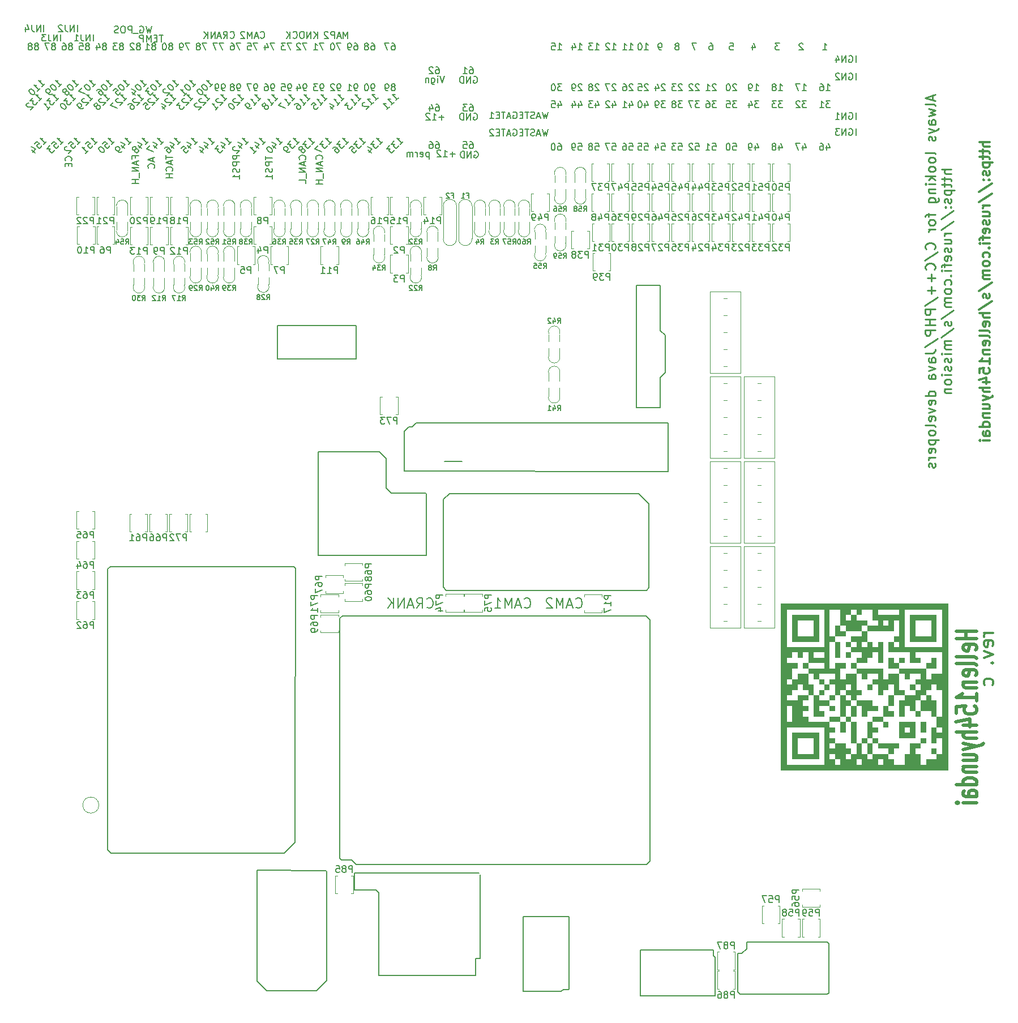
<source format=gbo>
G04 #@! TF.GenerationSoftware,KiCad,Pcbnew,(6.0.0)*
G04 #@! TF.CreationDate,2022-08-31T22:59:22+03:00*
G04 #@! TF.ProjectId,hellen154hyundai,68656c6c-656e-4313-9534-6879756e6461,b*
G04 #@! TF.SameCoordinates,PX5f5e100PYc845880*
G04 #@! TF.FileFunction,Legend,Bot*
G04 #@! TF.FilePolarity,Positive*
%FSLAX46Y46*%
G04 Gerber Fmt 4.6, Leading zero omitted, Abs format (unit mm)*
G04 Created by KiCad (PCBNEW (6.0.0)) date 2022-08-31 22:59:22*
%MOMM*%
%LPD*%
G01*
G04 APERTURE LIST*
%ADD10C,0.150000*%
%ADD11C,0.250000*%
%ADD12C,0.500000*%
%ADD13C,0.300000*%
%ADD14C,0.200000*%
%ADD15C,0.127000*%
%ADD16C,0.120000*%
%ADD17C,0.099060*%
G04 APERTURE END LIST*
D10*
X25357142Y130242858D02*
X25404761Y130290477D01*
X25452380Y130433334D01*
X25452380Y130528572D01*
X25404761Y130671429D01*
X25309523Y130766667D01*
X25214285Y130814286D01*
X25023809Y130861905D01*
X24880952Y130861905D01*
X24690476Y130814286D01*
X24595238Y130766667D01*
X24500000Y130671429D01*
X24452380Y130528572D01*
X24452380Y130433334D01*
X24500000Y130290477D01*
X24547619Y130242858D01*
X24928571Y129814286D02*
X24928571Y129480953D01*
X25452380Y129338096D02*
X25452380Y129814286D01*
X24452380Y129814286D01*
X24452380Y129338096D01*
D11*
X154142500Y140021429D02*
X154142500Y139307143D01*
X154571071Y140164286D02*
X153071071Y139664286D01*
X154571071Y139164286D01*
X154571071Y138450000D02*
X154499642Y138592858D01*
X154356785Y138664286D01*
X153071071Y138664286D01*
X153571071Y138021429D02*
X154571071Y137735715D01*
X153856785Y137450000D01*
X154571071Y137164286D01*
X153571071Y136878572D01*
X154571071Y135664286D02*
X153785357Y135664286D01*
X153642500Y135735715D01*
X153571071Y135878572D01*
X153571071Y136164286D01*
X153642500Y136307143D01*
X154499642Y135664286D02*
X154571071Y135807143D01*
X154571071Y136164286D01*
X154499642Y136307143D01*
X154356785Y136378572D01*
X154213928Y136378572D01*
X154071071Y136307143D01*
X153999642Y136164286D01*
X153999642Y135807143D01*
X153928214Y135664286D01*
X153571071Y135092858D02*
X154571071Y134735715D01*
X153571071Y134378572D02*
X154571071Y134735715D01*
X154928214Y134878572D01*
X154999642Y134950000D01*
X155071071Y135092858D01*
X154499642Y133878572D02*
X154571071Y133735715D01*
X154571071Y133450000D01*
X154499642Y133307143D01*
X154356785Y133235715D01*
X154285357Y133235715D01*
X154142500Y133307143D01*
X154071071Y133450000D01*
X154071071Y133664286D01*
X153999642Y133807143D01*
X153856785Y133878572D01*
X153785357Y133878572D01*
X153642500Y133807143D01*
X153571071Y133664286D01*
X153571071Y133450000D01*
X153642500Y133307143D01*
X154571071Y131235715D02*
X154499642Y131378572D01*
X154356785Y131450000D01*
X153071071Y131450000D01*
X154571071Y130450000D02*
X154499642Y130592858D01*
X154428214Y130664286D01*
X154285357Y130735715D01*
X153856785Y130735715D01*
X153713928Y130664286D01*
X153642500Y130592858D01*
X153571071Y130450000D01*
X153571071Y130235715D01*
X153642500Y130092858D01*
X153713928Y130021429D01*
X153856785Y129950000D01*
X154285357Y129950000D01*
X154428214Y130021429D01*
X154499642Y130092858D01*
X154571071Y130235715D01*
X154571071Y130450000D01*
X154571071Y129092858D02*
X154499642Y129235715D01*
X154428214Y129307143D01*
X154285357Y129378572D01*
X153856785Y129378572D01*
X153713928Y129307143D01*
X153642500Y129235715D01*
X153571071Y129092858D01*
X153571071Y128878572D01*
X153642500Y128735715D01*
X153713928Y128664286D01*
X153856785Y128592858D01*
X154285357Y128592858D01*
X154428214Y128664286D01*
X154499642Y128735715D01*
X154571071Y128878572D01*
X154571071Y129092858D01*
X154571071Y127950000D02*
X153071071Y127950000D01*
X153999642Y127807143D02*
X154571071Y127378572D01*
X153571071Y127378572D02*
X154142500Y127950000D01*
X154571071Y126735715D02*
X153571071Y126735715D01*
X153071071Y126735715D02*
X153142500Y126807143D01*
X153213928Y126735715D01*
X153142500Y126664286D01*
X153071071Y126735715D01*
X153213928Y126735715D01*
X153571071Y126021429D02*
X154571071Y126021429D01*
X153713928Y126021429D02*
X153642500Y125950000D01*
X153571071Y125807143D01*
X153571071Y125592858D01*
X153642500Y125450000D01*
X153785357Y125378572D01*
X154571071Y125378572D01*
X153571071Y124021429D02*
X154785357Y124021429D01*
X154928214Y124092858D01*
X154999642Y124164286D01*
X155071071Y124307143D01*
X155071071Y124521429D01*
X154999642Y124664286D01*
X154499642Y124021429D02*
X154571071Y124164286D01*
X154571071Y124450000D01*
X154499642Y124592858D01*
X154428214Y124664286D01*
X154285357Y124735715D01*
X153856785Y124735715D01*
X153713928Y124664286D01*
X153642500Y124592858D01*
X153571071Y124450000D01*
X153571071Y124164286D01*
X153642500Y124021429D01*
X153571071Y122378572D02*
X153571071Y121807143D01*
X154571071Y122164286D02*
X153285357Y122164286D01*
X153142500Y122092858D01*
X153071071Y121950000D01*
X153071071Y121807143D01*
X154571071Y121092858D02*
X154499642Y121235715D01*
X154428214Y121307143D01*
X154285357Y121378572D01*
X153856785Y121378572D01*
X153713928Y121307143D01*
X153642500Y121235715D01*
X153571071Y121092858D01*
X153571071Y120878572D01*
X153642500Y120735715D01*
X153713928Y120664286D01*
X153856785Y120592858D01*
X154285357Y120592858D01*
X154428214Y120664286D01*
X154499642Y120735715D01*
X154571071Y120878572D01*
X154571071Y121092858D01*
X154571071Y119950000D02*
X153571071Y119950000D01*
X153856785Y119950000D02*
X153713928Y119878572D01*
X153642500Y119807143D01*
X153571071Y119664286D01*
X153571071Y119521429D01*
X154428214Y117021429D02*
X154499642Y117092858D01*
X154571071Y117307143D01*
X154571071Y117450000D01*
X154499642Y117664286D01*
X154356785Y117807143D01*
X154213928Y117878572D01*
X153928214Y117950000D01*
X153713928Y117950000D01*
X153428214Y117878572D01*
X153285357Y117807143D01*
X153142500Y117664286D01*
X153071071Y117450000D01*
X153071071Y117307143D01*
X153142500Y117092858D01*
X153213928Y117021429D01*
X152999642Y115307143D02*
X154928214Y116592858D01*
X154428214Y113950000D02*
X154499642Y114021429D01*
X154571071Y114235715D01*
X154571071Y114378572D01*
X154499642Y114592858D01*
X154356785Y114735715D01*
X154213928Y114807143D01*
X153928214Y114878572D01*
X153713928Y114878572D01*
X153428214Y114807143D01*
X153285357Y114735715D01*
X153142500Y114592858D01*
X153071071Y114378572D01*
X153071071Y114235715D01*
X153142500Y114021429D01*
X153213928Y113950000D01*
X153999642Y113307143D02*
X153999642Y112164286D01*
X154571071Y112735715D02*
X153428214Y112735715D01*
X153999642Y111450000D02*
X153999642Y110307143D01*
X154571071Y110878572D02*
X153428214Y110878572D01*
X152999642Y108521429D02*
X154928214Y109807143D01*
X154571071Y108021429D02*
X153071071Y108021429D01*
X153071071Y107450000D01*
X153142500Y107307143D01*
X153213928Y107235715D01*
X153356785Y107164286D01*
X153571071Y107164286D01*
X153713928Y107235715D01*
X153785357Y107307143D01*
X153856785Y107450000D01*
X153856785Y108021429D01*
X154571071Y106521429D02*
X153071071Y106521429D01*
X153785357Y106521429D02*
X153785357Y105664286D01*
X154571071Y105664286D02*
X153071071Y105664286D01*
X154571071Y104950000D02*
X153071071Y104950000D01*
X153071071Y104378572D01*
X153142500Y104235715D01*
X153213928Y104164286D01*
X153356785Y104092858D01*
X153571071Y104092858D01*
X153713928Y104164286D01*
X153785357Y104235715D01*
X153856785Y104378572D01*
X153856785Y104950000D01*
X152999642Y102378572D02*
X154928214Y103664286D01*
X153071071Y101450000D02*
X154142500Y101450000D01*
X154356785Y101521429D01*
X154499642Y101664286D01*
X154571071Y101878572D01*
X154571071Y102021429D01*
X154571071Y100092858D02*
X153785357Y100092858D01*
X153642500Y100164286D01*
X153571071Y100307143D01*
X153571071Y100592858D01*
X153642500Y100735715D01*
X154499642Y100092858D02*
X154571071Y100235715D01*
X154571071Y100592858D01*
X154499642Y100735715D01*
X154356785Y100807143D01*
X154213928Y100807143D01*
X154071071Y100735715D01*
X153999642Y100592858D01*
X153999642Y100235715D01*
X153928214Y100092858D01*
X153571071Y99521429D02*
X154571071Y99164286D01*
X153571071Y98807143D01*
X154571071Y97592858D02*
X153785357Y97592858D01*
X153642500Y97664286D01*
X153571071Y97807143D01*
X153571071Y98092858D01*
X153642500Y98235715D01*
X154499642Y97592858D02*
X154571071Y97735715D01*
X154571071Y98092858D01*
X154499642Y98235715D01*
X154356785Y98307143D01*
X154213928Y98307143D01*
X154071071Y98235715D01*
X153999642Y98092858D01*
X153999642Y97735715D01*
X153928214Y97592858D01*
X154571071Y95092858D02*
X153071071Y95092858D01*
X154499642Y95092858D02*
X154571071Y95235715D01*
X154571071Y95521429D01*
X154499642Y95664286D01*
X154428214Y95735715D01*
X154285357Y95807143D01*
X153856785Y95807143D01*
X153713928Y95735715D01*
X153642500Y95664286D01*
X153571071Y95521429D01*
X153571071Y95235715D01*
X153642500Y95092858D01*
X154499642Y93807143D02*
X154571071Y93950000D01*
X154571071Y94235715D01*
X154499642Y94378572D01*
X154356785Y94450000D01*
X153785357Y94450000D01*
X153642500Y94378572D01*
X153571071Y94235715D01*
X153571071Y93950000D01*
X153642500Y93807143D01*
X153785357Y93735715D01*
X153928214Y93735715D01*
X154071071Y94450000D01*
X153571071Y93235715D02*
X154571071Y92878572D01*
X153571071Y92521429D01*
X154499642Y91378572D02*
X154571071Y91521429D01*
X154571071Y91807143D01*
X154499642Y91950000D01*
X154356785Y92021429D01*
X153785357Y92021429D01*
X153642500Y91950000D01*
X153571071Y91807143D01*
X153571071Y91521429D01*
X153642500Y91378572D01*
X153785357Y91307143D01*
X153928214Y91307143D01*
X154071071Y92021429D01*
X154571071Y90450000D02*
X154499642Y90592858D01*
X154356785Y90664286D01*
X153071071Y90664286D01*
X154571071Y89664286D02*
X154499642Y89807143D01*
X154428214Y89878572D01*
X154285357Y89950000D01*
X153856785Y89950000D01*
X153713928Y89878572D01*
X153642500Y89807143D01*
X153571071Y89664286D01*
X153571071Y89450000D01*
X153642500Y89307143D01*
X153713928Y89235715D01*
X153856785Y89164286D01*
X154285357Y89164286D01*
X154428214Y89235715D01*
X154499642Y89307143D01*
X154571071Y89450000D01*
X154571071Y89664286D01*
X153571071Y88521429D02*
X155071071Y88521429D01*
X153642500Y88521429D02*
X153571071Y88378572D01*
X153571071Y88092858D01*
X153642500Y87950000D01*
X153713928Y87878572D01*
X153856785Y87807143D01*
X154285357Y87807143D01*
X154428214Y87878572D01*
X154499642Y87950000D01*
X154571071Y88092858D01*
X154571071Y88378572D01*
X154499642Y88521429D01*
X154499642Y86592858D02*
X154571071Y86735715D01*
X154571071Y87021429D01*
X154499642Y87164286D01*
X154356785Y87235715D01*
X153785357Y87235715D01*
X153642500Y87164286D01*
X153571071Y87021429D01*
X153571071Y86735715D01*
X153642500Y86592858D01*
X153785357Y86521429D01*
X153928214Y86521429D01*
X154071071Y87235715D01*
X154571071Y85878572D02*
X153571071Y85878572D01*
X153856785Y85878572D02*
X153713928Y85807143D01*
X153642500Y85735715D01*
X153571071Y85592858D01*
X153571071Y85450000D01*
X154499642Y85021429D02*
X154571071Y84878572D01*
X154571071Y84592858D01*
X154499642Y84450000D01*
X154356785Y84378572D01*
X154285357Y84378572D01*
X154142500Y84450000D01*
X154071071Y84592858D01*
X154071071Y84807143D01*
X153999642Y84950000D01*
X153856785Y85021429D01*
X153785357Y85021429D01*
X153642500Y84950000D01*
X153571071Y84807143D01*
X153571071Y84592858D01*
X153642500Y84450000D01*
X156986071Y128914286D02*
X155486071Y128914286D01*
X156986071Y128271429D02*
X156200357Y128271429D01*
X156057500Y128342858D01*
X155986071Y128485715D01*
X155986071Y128700000D01*
X156057500Y128842858D01*
X156128928Y128914286D01*
X155986071Y127771429D02*
X155986071Y127200000D01*
X155486071Y127557143D02*
X156771785Y127557143D01*
X156914642Y127485715D01*
X156986071Y127342858D01*
X156986071Y127200000D01*
X155986071Y126914286D02*
X155986071Y126342858D01*
X155486071Y126700000D02*
X156771785Y126700000D01*
X156914642Y126628572D01*
X156986071Y126485715D01*
X156986071Y126342858D01*
X155986071Y125842858D02*
X157486071Y125842858D01*
X156057500Y125842858D02*
X155986071Y125700000D01*
X155986071Y125414286D01*
X156057500Y125271429D01*
X156128928Y125200000D01*
X156271785Y125128572D01*
X156700357Y125128572D01*
X156843214Y125200000D01*
X156914642Y125271429D01*
X156986071Y125414286D01*
X156986071Y125700000D01*
X156914642Y125842858D01*
X156914642Y124557143D02*
X156986071Y124414286D01*
X156986071Y124128572D01*
X156914642Y123985715D01*
X156771785Y123914286D01*
X156700357Y123914286D01*
X156557500Y123985715D01*
X156486071Y124128572D01*
X156486071Y124342858D01*
X156414642Y124485715D01*
X156271785Y124557143D01*
X156200357Y124557143D01*
X156057500Y124485715D01*
X155986071Y124342858D01*
X155986071Y124128572D01*
X156057500Y123985715D01*
X156843214Y123271429D02*
X156914642Y123200000D01*
X156986071Y123271429D01*
X156914642Y123342858D01*
X156843214Y123271429D01*
X156986071Y123271429D01*
X156057500Y123271429D02*
X156128928Y123200000D01*
X156200357Y123271429D01*
X156128928Y123342858D01*
X156057500Y123271429D01*
X156200357Y123271429D01*
X155414642Y121485715D02*
X157343214Y122771429D01*
X155414642Y119914286D02*
X157343214Y121200000D01*
X156986071Y119414286D02*
X155986071Y119414286D01*
X156271785Y119414286D02*
X156128928Y119342858D01*
X156057500Y119271429D01*
X155986071Y119128572D01*
X155986071Y118985715D01*
X155986071Y117842858D02*
X156986071Y117842858D01*
X155986071Y118485715D02*
X156771785Y118485715D01*
X156914642Y118414286D01*
X156986071Y118271429D01*
X156986071Y118057143D01*
X156914642Y117914286D01*
X156843214Y117842858D01*
X156914642Y117200000D02*
X156986071Y117057143D01*
X156986071Y116771429D01*
X156914642Y116628572D01*
X156771785Y116557143D01*
X156700357Y116557143D01*
X156557500Y116628572D01*
X156486071Y116771429D01*
X156486071Y116985715D01*
X156414642Y117128572D01*
X156271785Y117200000D01*
X156200357Y117200000D01*
X156057500Y117128572D01*
X155986071Y116985715D01*
X155986071Y116771429D01*
X156057500Y116628572D01*
X156914642Y115342858D02*
X156986071Y115485715D01*
X156986071Y115771429D01*
X156914642Y115914286D01*
X156771785Y115985715D01*
X156200357Y115985715D01*
X156057500Y115914286D01*
X155986071Y115771429D01*
X155986071Y115485715D01*
X156057500Y115342858D01*
X156200357Y115271429D01*
X156343214Y115271429D01*
X156486071Y115985715D01*
X155986071Y114842858D02*
X155986071Y114271429D01*
X156986071Y114628572D02*
X155700357Y114628572D01*
X155557500Y114557143D01*
X155486071Y114414286D01*
X155486071Y114271429D01*
X156986071Y113771429D02*
X155986071Y113771429D01*
X155486071Y113771429D02*
X155557500Y113842858D01*
X155628928Y113771429D01*
X155557500Y113700000D01*
X155486071Y113771429D01*
X155628928Y113771429D01*
X156843214Y113057143D02*
X156914642Y112985715D01*
X156986071Y113057143D01*
X156914642Y113128572D01*
X156843214Y113057143D01*
X156986071Y113057143D01*
X156914642Y111700000D02*
X156986071Y111842858D01*
X156986071Y112128572D01*
X156914642Y112271429D01*
X156843214Y112342858D01*
X156700357Y112414286D01*
X156271785Y112414286D01*
X156128928Y112342858D01*
X156057500Y112271429D01*
X155986071Y112128572D01*
X155986071Y111842858D01*
X156057500Y111700000D01*
X156986071Y110842858D02*
X156914642Y110985715D01*
X156843214Y111057143D01*
X156700357Y111128572D01*
X156271785Y111128572D01*
X156128928Y111057143D01*
X156057500Y110985715D01*
X155986071Y110842858D01*
X155986071Y110628572D01*
X156057500Y110485715D01*
X156128928Y110414286D01*
X156271785Y110342858D01*
X156700357Y110342858D01*
X156843214Y110414286D01*
X156914642Y110485715D01*
X156986071Y110628572D01*
X156986071Y110842858D01*
X156986071Y109700000D02*
X155986071Y109700000D01*
X156128928Y109700000D02*
X156057500Y109628572D01*
X155986071Y109485715D01*
X155986071Y109271429D01*
X156057500Y109128572D01*
X156200357Y109057143D01*
X156986071Y109057143D01*
X156200357Y109057143D02*
X156057500Y108985715D01*
X155986071Y108842858D01*
X155986071Y108628572D01*
X156057500Y108485715D01*
X156200357Y108414286D01*
X156986071Y108414286D01*
X155414642Y106628572D02*
X157343214Y107914286D01*
X156914642Y106200000D02*
X156986071Y106057143D01*
X156986071Y105771429D01*
X156914642Y105628572D01*
X156771785Y105557143D01*
X156700357Y105557143D01*
X156557500Y105628572D01*
X156486071Y105771429D01*
X156486071Y105985715D01*
X156414642Y106128572D01*
X156271785Y106200000D01*
X156200357Y106200000D01*
X156057500Y106128572D01*
X155986071Y105985715D01*
X155986071Y105771429D01*
X156057500Y105628572D01*
X155414642Y103842858D02*
X157343214Y105128572D01*
X156986071Y103342858D02*
X155986071Y103342858D01*
X156128928Y103342858D02*
X156057500Y103271429D01*
X155986071Y103128572D01*
X155986071Y102914286D01*
X156057500Y102771429D01*
X156200357Y102700000D01*
X156986071Y102700000D01*
X156200357Y102700000D02*
X156057500Y102628572D01*
X155986071Y102485715D01*
X155986071Y102271429D01*
X156057500Y102128572D01*
X156200357Y102057143D01*
X156986071Y102057143D01*
X156986071Y101342858D02*
X155986071Y101342858D01*
X155486071Y101342858D02*
X155557500Y101414286D01*
X155628928Y101342858D01*
X155557500Y101271429D01*
X155486071Y101342858D01*
X155628928Y101342858D01*
X156914642Y100700000D02*
X156986071Y100557143D01*
X156986071Y100271429D01*
X156914642Y100128572D01*
X156771785Y100057143D01*
X156700357Y100057143D01*
X156557500Y100128572D01*
X156486071Y100271429D01*
X156486071Y100485715D01*
X156414642Y100628572D01*
X156271785Y100700000D01*
X156200357Y100700000D01*
X156057500Y100628572D01*
X155986071Y100485715D01*
X155986071Y100271429D01*
X156057500Y100128572D01*
X156914642Y99485715D02*
X156986071Y99342858D01*
X156986071Y99057143D01*
X156914642Y98914286D01*
X156771785Y98842858D01*
X156700357Y98842858D01*
X156557500Y98914286D01*
X156486071Y99057143D01*
X156486071Y99271429D01*
X156414642Y99414286D01*
X156271785Y99485715D01*
X156200357Y99485715D01*
X156057500Y99414286D01*
X155986071Y99271429D01*
X155986071Y99057143D01*
X156057500Y98914286D01*
X156986071Y98200000D02*
X155986071Y98200000D01*
X155486071Y98200000D02*
X155557500Y98271429D01*
X155628928Y98200000D01*
X155557500Y98128572D01*
X155486071Y98200000D01*
X155628928Y98200000D01*
X156986071Y97271429D02*
X156914642Y97414286D01*
X156843214Y97485715D01*
X156700357Y97557143D01*
X156271785Y97557143D01*
X156128928Y97485715D01*
X156057500Y97414286D01*
X155986071Y97271429D01*
X155986071Y97057143D01*
X156057500Y96914286D01*
X156128928Y96842858D01*
X156271785Y96771429D01*
X156700357Y96771429D01*
X156843214Y96842858D01*
X156914642Y96914286D01*
X156986071Y97057143D01*
X156986071Y97271429D01*
X155986071Y96128572D02*
X156986071Y96128572D01*
X156128928Y96128572D02*
X156057500Y96057143D01*
X155986071Y95914286D01*
X155986071Y95700000D01*
X156057500Y95557143D01*
X156200357Y95485715D01*
X156986071Y95485715D01*
D10*
X82771428Y131228572D02*
X82009523Y131228572D01*
X82390476Y130847620D02*
X82390476Y131609524D01*
X81009523Y130847620D02*
X81580952Y130847620D01*
X81295238Y130847620D02*
X81295238Y131847620D01*
X81390476Y131704762D01*
X81485714Y131609524D01*
X81580952Y131561905D01*
X80628571Y131752381D02*
X80580952Y131800000D01*
X80485714Y131847620D01*
X80247619Y131847620D01*
X80152380Y131800000D01*
X80104761Y131752381D01*
X80057142Y131657143D01*
X80057142Y131561905D01*
X80104761Y131419048D01*
X80676190Y130847620D01*
X80057142Y130847620D01*
X78866666Y131514286D02*
X78866666Y130514286D01*
X78866666Y131466667D02*
X78771428Y131514286D01*
X78580952Y131514286D01*
X78485714Y131466667D01*
X78438095Y131419048D01*
X78390476Y131323810D01*
X78390476Y131038096D01*
X78438095Y130942858D01*
X78485714Y130895239D01*
X78580952Y130847620D01*
X78771428Y130847620D01*
X78866666Y130895239D01*
X77580952Y130895239D02*
X77676190Y130847620D01*
X77866666Y130847620D01*
X77961904Y130895239D01*
X78009523Y130990477D01*
X78009523Y131371429D01*
X77961904Y131466667D01*
X77866666Y131514286D01*
X77676190Y131514286D01*
X77580952Y131466667D01*
X77533333Y131371429D01*
X77533333Y131276191D01*
X78009523Y131180953D01*
X77104761Y130847620D02*
X77104761Y131514286D01*
X77104761Y131323810D02*
X77057142Y131419048D01*
X77009523Y131466667D01*
X76914285Y131514286D01*
X76819047Y131514286D01*
X76485714Y130847620D02*
X76485714Y131514286D01*
X76485714Y131419048D02*
X76438095Y131466667D01*
X76342857Y131514286D01*
X76200000Y131514286D01*
X76104761Y131466667D01*
X76057142Y131371429D01*
X76057142Y130847620D01*
X76057142Y131371429D02*
X76009523Y131466667D01*
X75914285Y131514286D01*
X75771428Y131514286D01*
X75676190Y131466667D01*
X75628571Y131371429D01*
X75628571Y130847620D01*
X96704761Y134947620D02*
X96466666Y133947620D01*
X96276190Y134661905D01*
X96085714Y133947620D01*
X95847619Y134947620D01*
X95514285Y134233334D02*
X95038095Y134233334D01*
X95609523Y133947620D02*
X95276190Y134947620D01*
X94942857Y133947620D01*
X94657142Y133995239D02*
X94514285Y133947620D01*
X94276190Y133947620D01*
X94180952Y133995239D01*
X94133333Y134042858D01*
X94085714Y134138096D01*
X94085714Y134233334D01*
X94133333Y134328572D01*
X94180952Y134376191D01*
X94276190Y134423810D01*
X94466666Y134471429D01*
X94561904Y134519048D01*
X94609523Y134566667D01*
X94657142Y134661905D01*
X94657142Y134757143D01*
X94609523Y134852381D01*
X94561904Y134900000D01*
X94466666Y134947620D01*
X94228571Y134947620D01*
X94085714Y134900000D01*
X93800000Y134947620D02*
X93228571Y134947620D01*
X93514285Y133947620D02*
X93514285Y134947620D01*
X92895238Y134471429D02*
X92561904Y134471429D01*
X92419047Y133947620D02*
X92895238Y133947620D01*
X92895238Y134947620D01*
X92419047Y134947620D01*
X91466666Y134900000D02*
X91561904Y134947620D01*
X91704761Y134947620D01*
X91847619Y134900000D01*
X91942857Y134804762D01*
X91990476Y134709524D01*
X92038095Y134519048D01*
X92038095Y134376191D01*
X91990476Y134185715D01*
X91942857Y134090477D01*
X91847619Y133995239D01*
X91704761Y133947620D01*
X91609523Y133947620D01*
X91466666Y133995239D01*
X91419047Y134042858D01*
X91419047Y134376191D01*
X91609523Y134376191D01*
X91038095Y134233334D02*
X90561904Y134233334D01*
X91133333Y133947620D02*
X90800000Y134947620D01*
X90466666Y133947620D01*
X90276190Y134947620D02*
X89704761Y134947620D01*
X89990476Y133947620D02*
X89990476Y134947620D01*
X89371428Y134471429D02*
X89038095Y134471429D01*
X88895238Y133947620D02*
X89371428Y133947620D01*
X89371428Y134947620D01*
X88895238Y134947620D01*
X88514285Y134852381D02*
X88466666Y134900000D01*
X88371428Y134947620D01*
X88133333Y134947620D01*
X88038095Y134900000D01*
X87990476Y134852381D01*
X87942857Y134757143D01*
X87942857Y134661905D01*
X87990476Y134519048D01*
X88561904Y133947620D01*
X87942857Y133947620D01*
X37409523Y150347620D02*
X37171428Y149347620D01*
X36980952Y150061905D01*
X36790476Y149347620D01*
X36552380Y150347620D01*
X35647619Y150300000D02*
X35742857Y150347620D01*
X35885714Y150347620D01*
X36028571Y150300000D01*
X36123809Y150204762D01*
X36171428Y150109524D01*
X36219047Y149919048D01*
X36219047Y149776191D01*
X36171428Y149585715D01*
X36123809Y149490477D01*
X36028571Y149395239D01*
X35885714Y149347620D01*
X35790476Y149347620D01*
X35647619Y149395239D01*
X35600000Y149442858D01*
X35600000Y149776191D01*
X35790476Y149776191D01*
X35409523Y149252381D02*
X34647619Y149252381D01*
X34409523Y149347620D02*
X34409523Y150347620D01*
X34028571Y150347620D01*
X33933333Y150300000D01*
X33885714Y150252381D01*
X33838095Y150157143D01*
X33838095Y150014286D01*
X33885714Y149919048D01*
X33933333Y149871429D01*
X34028571Y149823810D01*
X34409523Y149823810D01*
X33219047Y150347620D02*
X33028571Y150347620D01*
X32933333Y150300000D01*
X32838095Y150204762D01*
X32790476Y150014286D01*
X32790476Y149680953D01*
X32838095Y149490477D01*
X32933333Y149395239D01*
X33028571Y149347620D01*
X33219047Y149347620D01*
X33314285Y149395239D01*
X33409523Y149490477D01*
X33457142Y149680953D01*
X33457142Y150014286D01*
X33409523Y150204762D01*
X33314285Y150300000D01*
X33219047Y150347620D01*
X32409523Y149395239D02*
X32266666Y149347620D01*
X32028571Y149347620D01*
X31933333Y149395239D01*
X31885714Y149442858D01*
X31838095Y149538096D01*
X31838095Y149633334D01*
X31885714Y149728572D01*
X31933333Y149776191D01*
X32028571Y149823810D01*
X32219047Y149871429D01*
X32314285Y149919048D01*
X32361904Y149966667D01*
X32409523Y150061905D01*
X32409523Y150157143D01*
X32361904Y150252381D01*
X32314285Y150300000D01*
X32219047Y150347620D01*
X31980952Y150347620D01*
X31838095Y150300000D01*
X85561904Y142800000D02*
X85657142Y142847620D01*
X85800000Y142847620D01*
X85942857Y142800000D01*
X86038095Y142704762D01*
X86085714Y142609524D01*
X86133333Y142419048D01*
X86133333Y142276191D01*
X86085714Y142085715D01*
X86038095Y141990477D01*
X85942857Y141895239D01*
X85800000Y141847620D01*
X85704761Y141847620D01*
X85561904Y141895239D01*
X85514285Y141942858D01*
X85514285Y142276191D01*
X85704761Y142276191D01*
X85085714Y141847620D02*
X85085714Y142847620D01*
X84514285Y141847620D01*
X84514285Y142847620D01*
X84038095Y141847620D02*
X84038095Y142847620D01*
X83800000Y142847620D01*
X83657142Y142800000D01*
X83561904Y142704762D01*
X83514285Y142609524D01*
X83466666Y142419048D01*
X83466666Y142276191D01*
X83514285Y142085715D01*
X83561904Y141990477D01*
X83657142Y141895239D01*
X83800000Y141847620D01*
X84038095Y141847620D01*
X66738095Y148547620D02*
X66738095Y149547620D01*
X66404761Y148833334D01*
X66071428Y149547620D01*
X66071428Y148547620D01*
X65642857Y148833334D02*
X65166666Y148833334D01*
X65738095Y148547620D02*
X65404761Y149547620D01*
X65071428Y148547620D01*
X64738095Y148547620D02*
X64738095Y149547620D01*
X64357142Y149547620D01*
X64261904Y149500000D01*
X64214285Y149452381D01*
X64166666Y149357143D01*
X64166666Y149214286D01*
X64214285Y149119048D01*
X64261904Y149071429D01*
X64357142Y149023810D01*
X64738095Y149023810D01*
X63785714Y149452381D02*
X63738095Y149500000D01*
X63642857Y149547620D01*
X63404761Y149547620D01*
X63309523Y149500000D01*
X63261904Y149452381D01*
X63214285Y149357143D01*
X63214285Y149261905D01*
X63261904Y149119048D01*
X63833333Y148547620D01*
X63214285Y148547620D01*
X54452380Y130938096D02*
X54452380Y130366667D01*
X55452380Y130652381D02*
X54452380Y130652381D01*
X55452380Y130033334D02*
X54452380Y130033334D01*
X54452380Y129652381D01*
X54500000Y129557143D01*
X54547619Y129509524D01*
X54642857Y129461905D01*
X54785714Y129461905D01*
X54880952Y129509524D01*
X54928571Y129557143D01*
X54976190Y129652381D01*
X54976190Y130033334D01*
X55404761Y129080953D02*
X55452380Y128938096D01*
X55452380Y128700000D01*
X55404761Y128604762D01*
X55357142Y128557143D01*
X55261904Y128509524D01*
X55166666Y128509524D01*
X55071428Y128557143D01*
X55023809Y128604762D01*
X54976190Y128700000D01*
X54928571Y128890477D01*
X54880952Y128985715D01*
X54833333Y129033334D01*
X54738095Y129080953D01*
X54642857Y129080953D01*
X54547619Y129033334D01*
X54500000Y128985715D01*
X54452380Y128890477D01*
X54452380Y128652381D01*
X54500000Y128509524D01*
X55452380Y127557143D02*
X55452380Y128128572D01*
X55452380Y127842858D02*
X54452380Y127842858D01*
X54595238Y127938096D01*
X54690476Y128033334D01*
X54738095Y128128572D01*
X81133333Y136728572D02*
X80371428Y136728572D01*
X80752380Y136347620D02*
X80752380Y137109524D01*
X79371428Y136347620D02*
X79942857Y136347620D01*
X79657142Y136347620D02*
X79657142Y137347620D01*
X79752380Y137204762D01*
X79847619Y137109524D01*
X79942857Y137061905D01*
X78990476Y137252381D02*
X78942857Y137300000D01*
X78847619Y137347620D01*
X78609523Y137347620D01*
X78514285Y137300000D01*
X78466666Y137252381D01*
X78419047Y137157143D01*
X78419047Y137061905D01*
X78466666Y136919048D01*
X79038095Y136347620D01*
X78419047Y136347620D01*
X142700000Y136447620D02*
X142700000Y137447620D01*
X141700000Y137400000D02*
X141795238Y137447620D01*
X141938095Y137447620D01*
X142080952Y137400000D01*
X142176190Y137304762D01*
X142223809Y137209524D01*
X142271428Y137019048D01*
X142271428Y136876191D01*
X142223809Y136685715D01*
X142176190Y136590477D01*
X142080952Y136495239D01*
X141938095Y136447620D01*
X141842857Y136447620D01*
X141700000Y136495239D01*
X141652380Y136542858D01*
X141652380Y136876191D01*
X141842857Y136876191D01*
X141223809Y136447620D02*
X141223809Y137447620D01*
X140652380Y136447620D01*
X140652380Y137447620D01*
X139652380Y136447620D02*
X140223809Y136447620D01*
X139938095Y136447620D02*
X139938095Y137447620D01*
X140033333Y137304762D01*
X140128571Y137209524D01*
X140223809Y137161905D01*
D12*
X160757142Y59898810D02*
X157757142Y59898810D01*
X159185714Y59898810D02*
X159185714Y58755953D01*
X160757142Y58755953D02*
X157757142Y58755953D01*
X160614285Y57041667D02*
X160757142Y57232143D01*
X160757142Y57613096D01*
X160614285Y57803572D01*
X160328571Y57898810D01*
X159185714Y57898810D01*
X158900000Y57803572D01*
X158757142Y57613096D01*
X158757142Y57232143D01*
X158900000Y57041667D01*
X159185714Y56946429D01*
X159471428Y56946429D01*
X159757142Y57898810D01*
X160757142Y55803572D02*
X160614285Y55994048D01*
X160328571Y56089286D01*
X157757142Y56089286D01*
X160757142Y54755953D02*
X160614285Y54946429D01*
X160328571Y55041667D01*
X157757142Y55041667D01*
X160614285Y53232143D02*
X160757142Y53422620D01*
X160757142Y53803572D01*
X160614285Y53994048D01*
X160328571Y54089286D01*
X159185714Y54089286D01*
X158900000Y53994048D01*
X158757142Y53803572D01*
X158757142Y53422620D01*
X158900000Y53232143D01*
X159185714Y53136905D01*
X159471428Y53136905D01*
X159757142Y54089286D01*
X158757142Y52279762D02*
X160757142Y52279762D01*
X159042857Y52279762D02*
X158900000Y52184524D01*
X158757142Y51994048D01*
X158757142Y51708334D01*
X158900000Y51517858D01*
X159185714Y51422620D01*
X160757142Y51422620D01*
X160757142Y49422620D02*
X160757142Y50565477D01*
X160757142Y49994048D02*
X157757142Y49994048D01*
X158185714Y50184524D01*
X158471428Y50375000D01*
X158614285Y50565477D01*
X157757142Y47613096D02*
X157757142Y48565477D01*
X159185714Y48660715D01*
X159042857Y48565477D01*
X158900000Y48375000D01*
X158900000Y47898810D01*
X159042857Y47708334D01*
X159185714Y47613096D01*
X159471428Y47517858D01*
X160185714Y47517858D01*
X160471428Y47613096D01*
X160614285Y47708334D01*
X160757142Y47898810D01*
X160757142Y48375000D01*
X160614285Y48565477D01*
X160471428Y48660715D01*
X158757142Y45803572D02*
X160757142Y45803572D01*
X157614285Y46279762D02*
X159757142Y46755953D01*
X159757142Y45517858D01*
X160757142Y44755953D02*
X157757142Y44755953D01*
X160757142Y43898810D02*
X159185714Y43898810D01*
X158900000Y43994048D01*
X158757142Y44184524D01*
X158757142Y44470239D01*
X158900000Y44660715D01*
X159042857Y44755953D01*
X158757142Y43136905D02*
X160757142Y42660715D01*
X158757142Y42184524D02*
X160757142Y42660715D01*
X161471428Y42851191D01*
X161614285Y42946429D01*
X161757142Y43136905D01*
X158757142Y40565477D02*
X160757142Y40565477D01*
X158757142Y41422620D02*
X160328571Y41422620D01*
X160614285Y41327381D01*
X160757142Y41136905D01*
X160757142Y40851191D01*
X160614285Y40660715D01*
X160471428Y40565477D01*
X158757142Y39613096D02*
X160757142Y39613096D01*
X159042857Y39613096D02*
X158900000Y39517858D01*
X158757142Y39327381D01*
X158757142Y39041667D01*
X158900000Y38851191D01*
X159185714Y38755953D01*
X160757142Y38755953D01*
X160757142Y36946429D02*
X157757142Y36946429D01*
X160614285Y36946429D02*
X160757142Y37136905D01*
X160757142Y37517858D01*
X160614285Y37708334D01*
X160471428Y37803572D01*
X160185714Y37898810D01*
X159328571Y37898810D01*
X159042857Y37803572D01*
X158900000Y37708334D01*
X158757142Y37517858D01*
X158757142Y37136905D01*
X158900000Y36946429D01*
X160757142Y35136905D02*
X159185714Y35136905D01*
X158900000Y35232143D01*
X158757142Y35422620D01*
X158757142Y35803572D01*
X158900000Y35994048D01*
X160614285Y35136905D02*
X160757142Y35327381D01*
X160757142Y35803572D01*
X160614285Y35994048D01*
X160328571Y36089286D01*
X160042857Y36089286D01*
X159757142Y35994048D01*
X159614285Y35803572D01*
X159614285Y35327381D01*
X159471428Y35136905D01*
X160757142Y34184524D02*
X158757142Y34184524D01*
X157757142Y34184524D02*
X157900000Y34279762D01*
X158042857Y34184524D01*
X157900000Y34089286D01*
X157757142Y34184524D01*
X158042857Y34184524D01*
D10*
X142700000Y134047620D02*
X142700000Y135047620D01*
X141700000Y135000000D02*
X141795238Y135047620D01*
X141938095Y135047620D01*
X142080952Y135000000D01*
X142176190Y134904762D01*
X142223809Y134809524D01*
X142271428Y134619048D01*
X142271428Y134476191D01*
X142223809Y134285715D01*
X142176190Y134190477D01*
X142080952Y134095239D01*
X141938095Y134047620D01*
X141842857Y134047620D01*
X141700000Y134095239D01*
X141652380Y134142858D01*
X141652380Y134476191D01*
X141842857Y134476191D01*
X141223809Y134047620D02*
X141223809Y135047620D01*
X140652380Y134047620D01*
X140652380Y135047620D01*
X140271428Y135047620D02*
X139652380Y135047620D01*
X139985714Y134666667D01*
X139842857Y134666667D01*
X139747619Y134619048D01*
X139700000Y134571429D01*
X139652380Y134476191D01*
X139652380Y134238096D01*
X139700000Y134142858D01*
X139747619Y134095239D01*
X139842857Y134047620D01*
X140128571Y134047620D01*
X140223809Y134095239D01*
X140271428Y134142858D01*
X34928571Y130614286D02*
X34928571Y130947620D01*
X35452380Y130947620D02*
X34452380Y130947620D01*
X34452380Y130471429D01*
X35166666Y130138096D02*
X35166666Y129661905D01*
X35452380Y130233334D02*
X34452380Y129900000D01*
X35452380Y129566667D01*
X35452380Y129233334D02*
X34452380Y129233334D01*
X35452380Y128661905D01*
X34452380Y128661905D01*
X35547619Y128423810D02*
X35547619Y127661905D01*
X35452380Y127423810D02*
X34452380Y127423810D01*
X34928571Y127423810D02*
X34928571Y126852381D01*
X35452380Y126852381D02*
X34452380Y126852381D01*
D13*
X162678571Y133021429D02*
X161178571Y133021429D01*
X162678571Y132378572D02*
X161892857Y132378572D01*
X161750000Y132450000D01*
X161678571Y132592858D01*
X161678571Y132807143D01*
X161750000Y132950000D01*
X161821428Y133021429D01*
X161678571Y131878572D02*
X161678571Y131307143D01*
X161178571Y131664286D02*
X162464285Y131664286D01*
X162607142Y131592858D01*
X162678571Y131450000D01*
X162678571Y131307143D01*
X161678571Y131021429D02*
X161678571Y130450000D01*
X161178571Y130807143D02*
X162464285Y130807143D01*
X162607142Y130735715D01*
X162678571Y130592858D01*
X162678571Y130450000D01*
X161678571Y129950000D02*
X163178571Y129950000D01*
X161750000Y129950000D02*
X161678571Y129807143D01*
X161678571Y129521429D01*
X161750000Y129378572D01*
X161821428Y129307143D01*
X161964285Y129235715D01*
X162392857Y129235715D01*
X162535714Y129307143D01*
X162607142Y129378572D01*
X162678571Y129521429D01*
X162678571Y129807143D01*
X162607142Y129950000D01*
X162607142Y128664286D02*
X162678571Y128521429D01*
X162678571Y128235715D01*
X162607142Y128092858D01*
X162464285Y128021429D01*
X162392857Y128021429D01*
X162250000Y128092858D01*
X162178571Y128235715D01*
X162178571Y128450000D01*
X162107142Y128592858D01*
X161964285Y128664286D01*
X161892857Y128664286D01*
X161750000Y128592858D01*
X161678571Y128450000D01*
X161678571Y128235715D01*
X161750000Y128092858D01*
X162535714Y127378572D02*
X162607142Y127307143D01*
X162678571Y127378572D01*
X162607142Y127450000D01*
X162535714Y127378572D01*
X162678571Y127378572D01*
X161750000Y127378572D02*
X161821428Y127307143D01*
X161892857Y127378572D01*
X161821428Y127450000D01*
X161750000Y127378572D01*
X161892857Y127378572D01*
X161107142Y125592858D02*
X163035714Y126878572D01*
X161107142Y124021429D02*
X163035714Y125307143D01*
X162678571Y123521429D02*
X161678571Y123521429D01*
X161964285Y123521429D02*
X161821428Y123450000D01*
X161750000Y123378572D01*
X161678571Y123235715D01*
X161678571Y123092858D01*
X161678571Y121950000D02*
X162678571Y121950000D01*
X161678571Y122592858D02*
X162464285Y122592858D01*
X162607142Y122521429D01*
X162678571Y122378572D01*
X162678571Y122164286D01*
X162607142Y122021429D01*
X162535714Y121950000D01*
X162607142Y121307143D02*
X162678571Y121164286D01*
X162678571Y120878572D01*
X162607142Y120735715D01*
X162464285Y120664286D01*
X162392857Y120664286D01*
X162250000Y120735715D01*
X162178571Y120878572D01*
X162178571Y121092858D01*
X162107142Y121235715D01*
X161964285Y121307143D01*
X161892857Y121307143D01*
X161750000Y121235715D01*
X161678571Y121092858D01*
X161678571Y120878572D01*
X161750000Y120735715D01*
X162607142Y119450000D02*
X162678571Y119592858D01*
X162678571Y119878572D01*
X162607142Y120021429D01*
X162464285Y120092858D01*
X161892857Y120092858D01*
X161750000Y120021429D01*
X161678571Y119878572D01*
X161678571Y119592858D01*
X161750000Y119450000D01*
X161892857Y119378572D01*
X162035714Y119378572D01*
X162178571Y120092858D01*
X161678571Y118950000D02*
X161678571Y118378572D01*
X162678571Y118735715D02*
X161392857Y118735715D01*
X161250000Y118664286D01*
X161178571Y118521429D01*
X161178571Y118378572D01*
X162678571Y117878572D02*
X161678571Y117878572D01*
X161178571Y117878572D02*
X161250000Y117950000D01*
X161321428Y117878572D01*
X161250000Y117807143D01*
X161178571Y117878572D01*
X161321428Y117878572D01*
X162535714Y117164286D02*
X162607142Y117092858D01*
X162678571Y117164286D01*
X162607142Y117235715D01*
X162535714Y117164286D01*
X162678571Y117164286D01*
X162607142Y115807143D02*
X162678571Y115950000D01*
X162678571Y116235715D01*
X162607142Y116378572D01*
X162535714Y116450000D01*
X162392857Y116521429D01*
X161964285Y116521429D01*
X161821428Y116450000D01*
X161750000Y116378572D01*
X161678571Y116235715D01*
X161678571Y115950000D01*
X161750000Y115807143D01*
X162678571Y114950000D02*
X162607142Y115092858D01*
X162535714Y115164286D01*
X162392857Y115235715D01*
X161964285Y115235715D01*
X161821428Y115164286D01*
X161750000Y115092858D01*
X161678571Y114950000D01*
X161678571Y114735715D01*
X161750000Y114592858D01*
X161821428Y114521429D01*
X161964285Y114450000D01*
X162392857Y114450000D01*
X162535714Y114521429D01*
X162607142Y114592858D01*
X162678571Y114735715D01*
X162678571Y114950000D01*
X162678571Y113807143D02*
X161678571Y113807143D01*
X161821428Y113807143D02*
X161750000Y113735715D01*
X161678571Y113592858D01*
X161678571Y113378572D01*
X161750000Y113235715D01*
X161892857Y113164286D01*
X162678571Y113164286D01*
X161892857Y113164286D02*
X161750000Y113092858D01*
X161678571Y112950000D01*
X161678571Y112735715D01*
X161750000Y112592858D01*
X161892857Y112521429D01*
X162678571Y112521429D01*
X161107142Y110735715D02*
X163035714Y112021429D01*
X162607142Y110307143D02*
X162678571Y110164286D01*
X162678571Y109878572D01*
X162607142Y109735715D01*
X162464285Y109664286D01*
X162392857Y109664286D01*
X162250000Y109735715D01*
X162178571Y109878572D01*
X162178571Y110092858D01*
X162107142Y110235715D01*
X161964285Y110307143D01*
X161892857Y110307143D01*
X161750000Y110235715D01*
X161678571Y110092858D01*
X161678571Y109878572D01*
X161750000Y109735715D01*
X161107142Y107950000D02*
X163035714Y109235715D01*
X162678571Y107450000D02*
X161178571Y107450000D01*
X162678571Y106807143D02*
X161892857Y106807143D01*
X161750000Y106878572D01*
X161678571Y107021429D01*
X161678571Y107235715D01*
X161750000Y107378572D01*
X161821428Y107450000D01*
X162607142Y105521429D02*
X162678571Y105664286D01*
X162678571Y105950000D01*
X162607142Y106092858D01*
X162464285Y106164286D01*
X161892857Y106164286D01*
X161750000Y106092858D01*
X161678571Y105950000D01*
X161678571Y105664286D01*
X161750000Y105521429D01*
X161892857Y105450000D01*
X162035714Y105450000D01*
X162178571Y106164286D01*
X162678571Y104592858D02*
X162607142Y104735715D01*
X162464285Y104807143D01*
X161178571Y104807143D01*
X162678571Y103807143D02*
X162607142Y103950000D01*
X162464285Y104021429D01*
X161178571Y104021429D01*
X162607142Y102664286D02*
X162678571Y102807143D01*
X162678571Y103092858D01*
X162607142Y103235715D01*
X162464285Y103307143D01*
X161892857Y103307143D01*
X161750000Y103235715D01*
X161678571Y103092858D01*
X161678571Y102807143D01*
X161750000Y102664286D01*
X161892857Y102592858D01*
X162035714Y102592858D01*
X162178571Y103307143D01*
X161678571Y101950000D02*
X162678571Y101950000D01*
X161821428Y101950000D02*
X161750000Y101878572D01*
X161678571Y101735715D01*
X161678571Y101521429D01*
X161750000Y101378572D01*
X161892857Y101307143D01*
X162678571Y101307143D01*
X162678571Y99807143D02*
X162678571Y100664286D01*
X162678571Y100235715D02*
X161178571Y100235715D01*
X161392857Y100378572D01*
X161535714Y100521429D01*
X161607142Y100664286D01*
X161178571Y98450000D02*
X161178571Y99164286D01*
X161892857Y99235715D01*
X161821428Y99164286D01*
X161750000Y99021429D01*
X161750000Y98664286D01*
X161821428Y98521429D01*
X161892857Y98450000D01*
X162035714Y98378572D01*
X162392857Y98378572D01*
X162535714Y98450000D01*
X162607142Y98521429D01*
X162678571Y98664286D01*
X162678571Y99021429D01*
X162607142Y99164286D01*
X162535714Y99235715D01*
X161678571Y97092858D02*
X162678571Y97092858D01*
X161107142Y97450000D02*
X162178571Y97807143D01*
X162178571Y96878572D01*
X162678571Y96307143D02*
X161178571Y96307143D01*
X162678571Y95664286D02*
X161892857Y95664286D01*
X161750000Y95735715D01*
X161678571Y95878572D01*
X161678571Y96092858D01*
X161750000Y96235715D01*
X161821428Y96307143D01*
X161678571Y95092858D02*
X162678571Y94735715D01*
X161678571Y94378572D02*
X162678571Y94735715D01*
X163035714Y94878572D01*
X163107142Y94950000D01*
X163178571Y95092858D01*
X161678571Y93164286D02*
X162678571Y93164286D01*
X161678571Y93807143D02*
X162464285Y93807143D01*
X162607142Y93735715D01*
X162678571Y93592858D01*
X162678571Y93378572D01*
X162607142Y93235715D01*
X162535714Y93164286D01*
X161678571Y92450000D02*
X162678571Y92450000D01*
X161821428Y92450000D02*
X161750000Y92378572D01*
X161678571Y92235715D01*
X161678571Y92021429D01*
X161750000Y91878572D01*
X161892857Y91807143D01*
X162678571Y91807143D01*
X162678571Y90450000D02*
X161178571Y90450000D01*
X162607142Y90450000D02*
X162678571Y90592858D01*
X162678571Y90878572D01*
X162607142Y91021429D01*
X162535714Y91092858D01*
X162392857Y91164286D01*
X161964285Y91164286D01*
X161821428Y91092858D01*
X161750000Y91021429D01*
X161678571Y90878572D01*
X161678571Y90592858D01*
X161750000Y90450000D01*
X162678571Y89092858D02*
X161892857Y89092858D01*
X161750000Y89164286D01*
X161678571Y89307143D01*
X161678571Y89592858D01*
X161750000Y89735715D01*
X162607142Y89092858D02*
X162678571Y89235715D01*
X162678571Y89592858D01*
X162607142Y89735715D01*
X162464285Y89807143D01*
X162321428Y89807143D01*
X162178571Y89735715D01*
X162107142Y89592858D01*
X162107142Y89235715D01*
X162035714Y89092858D01*
X162678571Y88378572D02*
X161678571Y88378572D01*
X161178571Y88378572D02*
X161250000Y88450000D01*
X161321428Y88378572D01*
X161250000Y88307143D01*
X161178571Y88378572D01*
X161321428Y88378572D01*
D10*
X142700000Y144947620D02*
X142700000Y145947620D01*
X141700000Y145900000D02*
X141795238Y145947620D01*
X141938095Y145947620D01*
X142080952Y145900000D01*
X142176190Y145804762D01*
X142223809Y145709524D01*
X142271428Y145519048D01*
X142271428Y145376191D01*
X142223809Y145185715D01*
X142176190Y145090477D01*
X142080952Y144995239D01*
X141938095Y144947620D01*
X141842857Y144947620D01*
X141700000Y144995239D01*
X141652380Y145042858D01*
X141652380Y145376191D01*
X141842857Y145376191D01*
X141223809Y144947620D02*
X141223809Y145947620D01*
X140652380Y144947620D01*
X140652380Y145947620D01*
X139747619Y145614286D02*
X139747619Y144947620D01*
X139985714Y145995239D02*
X140223809Y145280953D01*
X139604761Y145280953D01*
X81176190Y142947620D02*
X80842857Y141947620D01*
X80509523Y142947620D01*
X80176190Y141947620D02*
X80176190Y142614286D01*
X80176190Y142947620D02*
X80223809Y142900000D01*
X80176190Y142852381D01*
X80128571Y142900000D01*
X80176190Y142947620D01*
X80176190Y142852381D01*
X79271428Y142614286D02*
X79271428Y141804762D01*
X79319047Y141709524D01*
X79366666Y141661905D01*
X79461904Y141614286D01*
X79604761Y141614286D01*
X79700000Y141661905D01*
X79271428Y141995239D02*
X79366666Y141947620D01*
X79557142Y141947620D01*
X79652380Y141995239D01*
X79700000Y142042858D01*
X79747619Y142138096D01*
X79747619Y142423810D01*
X79700000Y142519048D01*
X79652380Y142566667D01*
X79557142Y142614286D01*
X79366666Y142614286D01*
X79271428Y142566667D01*
X78795238Y142614286D02*
X78795238Y141947620D01*
X78795238Y142519048D02*
X78747619Y142566667D01*
X78652380Y142614286D01*
X78509523Y142614286D01*
X78414285Y142566667D01*
X78366666Y142471429D01*
X78366666Y141947620D01*
X60357142Y130428572D02*
X60404761Y130476191D01*
X60452380Y130619048D01*
X60452380Y130714286D01*
X60404761Y130857143D01*
X60309523Y130952381D01*
X60214285Y131000000D01*
X60023809Y131047620D01*
X59880952Y131047620D01*
X59690476Y131000000D01*
X59595238Y130952381D01*
X59500000Y130857143D01*
X59452380Y130714286D01*
X59452380Y130619048D01*
X59500000Y130476191D01*
X59547619Y130428572D01*
X60166666Y130047620D02*
X60166666Y129571429D01*
X60452380Y130142858D02*
X59452380Y129809524D01*
X60452380Y129476191D01*
X60452380Y129142858D02*
X59452380Y129142858D01*
X60452380Y128571429D01*
X59452380Y128571429D01*
X60547619Y128333334D02*
X60547619Y127571429D01*
X60452380Y126857143D02*
X60452380Y127333334D01*
X59452380Y127333334D01*
X37566666Y130638096D02*
X37566666Y130161905D01*
X37852380Y130733334D02*
X36852380Y130400000D01*
X37852380Y130066667D01*
X37757142Y129161905D02*
X37804761Y129209524D01*
X37852380Y129352381D01*
X37852380Y129447620D01*
X37804761Y129590477D01*
X37709523Y129685715D01*
X37614285Y129733334D01*
X37423809Y129780953D01*
X37280952Y129780953D01*
X37090476Y129733334D01*
X36995238Y129685715D01*
X36900000Y129590477D01*
X36852380Y129447620D01*
X36852380Y129352381D01*
X36900000Y129209524D01*
X36947619Y129161905D01*
X26280952Y149547620D02*
X26280952Y150547620D01*
X25804761Y149547620D02*
X25804761Y150547620D01*
X25233333Y149547620D01*
X25233333Y150547620D01*
X24471428Y150547620D02*
X24471428Y149833334D01*
X24519047Y149690477D01*
X24614285Y149595239D01*
X24757142Y149547620D01*
X24852380Y149547620D01*
X24042857Y150452381D02*
X23995238Y150500000D01*
X23900000Y150547620D01*
X23661904Y150547620D01*
X23566666Y150500000D01*
X23519047Y150452381D01*
X23471428Y150357143D01*
X23471428Y150261905D01*
X23519047Y150119048D01*
X24090476Y149547620D01*
X23471428Y149547620D01*
X142700000Y142347620D02*
X142700000Y143347620D01*
X141700000Y143300000D02*
X141795238Y143347620D01*
X141938095Y143347620D01*
X142080952Y143300000D01*
X142176190Y143204762D01*
X142223809Y143109524D01*
X142271428Y142919048D01*
X142271428Y142776191D01*
X142223809Y142585715D01*
X142176190Y142490477D01*
X142080952Y142395239D01*
X141938095Y142347620D01*
X141842857Y142347620D01*
X141700000Y142395239D01*
X141652380Y142442858D01*
X141652380Y142776191D01*
X141842857Y142776191D01*
X141223809Y142347620D02*
X141223809Y143347620D01*
X140652380Y142347620D01*
X140652380Y143347620D01*
X140223809Y143252381D02*
X140176190Y143300000D01*
X140080952Y143347620D01*
X139842857Y143347620D01*
X139747619Y143300000D01*
X139700000Y143252381D01*
X139652380Y143157143D01*
X139652380Y143061905D01*
X139700000Y142919048D01*
X140271428Y142347620D01*
X139652380Y142347620D01*
X85661904Y131600000D02*
X85757142Y131647620D01*
X85900000Y131647620D01*
X86042857Y131600000D01*
X86138095Y131504762D01*
X86185714Y131409524D01*
X86233333Y131219048D01*
X86233333Y131076191D01*
X86185714Y130885715D01*
X86138095Y130790477D01*
X86042857Y130695239D01*
X85900000Y130647620D01*
X85804761Y130647620D01*
X85661904Y130695239D01*
X85614285Y130742858D01*
X85614285Y131076191D01*
X85804761Y131076191D01*
X85185714Y130647620D02*
X85185714Y131647620D01*
X84614285Y130647620D01*
X84614285Y131647620D01*
X84138095Y130647620D02*
X84138095Y131647620D01*
X83900000Y131647620D01*
X83757142Y131600000D01*
X83661904Y131504762D01*
X83614285Y131409524D01*
X83566666Y131219048D01*
X83566666Y131076191D01*
X83614285Y130885715D01*
X83661904Y130790477D01*
X83757142Y130695239D01*
X83900000Y130647620D01*
X84138095Y130647620D01*
X23780952Y148147620D02*
X23780952Y149147620D01*
X23304761Y148147620D02*
X23304761Y149147620D01*
X22733333Y148147620D01*
X22733333Y149147620D01*
X21971428Y149147620D02*
X21971428Y148433334D01*
X22019047Y148290477D01*
X22114285Y148195239D01*
X22257142Y148147620D01*
X22352380Y148147620D01*
X21590476Y149147620D02*
X20971428Y149147620D01*
X21304761Y148766667D01*
X21161904Y148766667D01*
X21066666Y148719048D01*
X21019047Y148671429D01*
X20971428Y148576191D01*
X20971428Y148338096D01*
X21019047Y148242858D01*
X21066666Y148195239D01*
X21161904Y148147620D01*
X21447619Y148147620D01*
X21542857Y148195239D01*
X21590476Y148242858D01*
X62857142Y130447620D02*
X62904761Y130495239D01*
X62952380Y130638096D01*
X62952380Y130733334D01*
X62904761Y130876191D01*
X62809523Y130971429D01*
X62714285Y131019048D01*
X62523809Y131066667D01*
X62380952Y131066667D01*
X62190476Y131019048D01*
X62095238Y130971429D01*
X62000000Y130876191D01*
X61952380Y130733334D01*
X61952380Y130638096D01*
X62000000Y130495239D01*
X62047619Y130447620D01*
X62666666Y130066667D02*
X62666666Y129590477D01*
X62952380Y130161905D02*
X61952380Y129828572D01*
X62952380Y129495239D01*
X62952380Y129161905D02*
X61952380Y129161905D01*
X62952380Y128590477D01*
X61952380Y128590477D01*
X63047619Y128352381D02*
X63047619Y127590477D01*
X62952380Y127352381D02*
X61952380Y127352381D01*
X62428571Y127352381D02*
X62428571Y126780953D01*
X62952380Y126780953D02*
X61952380Y126780953D01*
X39109523Y149047620D02*
X38538095Y149047620D01*
X38823809Y148047620D02*
X38823809Y149047620D01*
X38204761Y148571429D02*
X37871428Y148571429D01*
X37728571Y148047620D02*
X38204761Y148047620D01*
X38204761Y149047620D01*
X37728571Y149047620D01*
X37300000Y148047620D02*
X37300000Y149047620D01*
X36966666Y148333334D01*
X36633333Y149047620D01*
X36633333Y148047620D01*
X36157142Y148047620D02*
X36157142Y149047620D01*
X35776190Y149047620D01*
X35680952Y149000000D01*
X35633333Y148952381D01*
X35585714Y148857143D01*
X35585714Y148714286D01*
X35633333Y148619048D01*
X35680952Y148571429D01*
X35776190Y148523810D01*
X36157142Y148523810D01*
X28680952Y148147620D02*
X28680952Y149147620D01*
X28204761Y148147620D02*
X28204761Y149147620D01*
X27633333Y148147620D01*
X27633333Y149147620D01*
X26871428Y149147620D02*
X26871428Y148433334D01*
X26919047Y148290477D01*
X27014285Y148195239D01*
X27157142Y148147620D01*
X27252380Y148147620D01*
X25871428Y148147620D02*
X26442857Y148147620D01*
X26157142Y148147620D02*
X26157142Y149147620D01*
X26252380Y149004762D01*
X26347619Y148909524D01*
X26442857Y148861905D01*
D14*
X100850000Y63464286D02*
X100921428Y63392858D01*
X101135714Y63321429D01*
X101278571Y63321429D01*
X101492857Y63392858D01*
X101635714Y63535715D01*
X101707142Y63678572D01*
X101778571Y63964286D01*
X101778571Y64178572D01*
X101707142Y64464286D01*
X101635714Y64607143D01*
X101492857Y64750000D01*
X101278571Y64821429D01*
X101135714Y64821429D01*
X100921428Y64750000D01*
X100850000Y64678572D01*
X100278571Y63750000D02*
X99564285Y63750000D01*
X100421428Y63321429D02*
X99921428Y64821429D01*
X99421428Y63321429D01*
X98921428Y63321429D02*
X98921428Y64821429D01*
X98421428Y63750000D01*
X97921428Y64821429D01*
X97921428Y63321429D01*
X97278571Y64678572D02*
X97207142Y64750000D01*
X97064285Y64821429D01*
X96707142Y64821429D01*
X96564285Y64750000D01*
X96492857Y64678572D01*
X96421428Y64535715D01*
X96421428Y64392858D01*
X96492857Y64178572D01*
X97350000Y63321429D01*
X96421428Y63321429D01*
X78564285Y63464286D02*
X78635714Y63392858D01*
X78850000Y63321429D01*
X78992857Y63321429D01*
X79207142Y63392858D01*
X79350000Y63535715D01*
X79421428Y63678572D01*
X79492857Y63964286D01*
X79492857Y64178572D01*
X79421428Y64464286D01*
X79350000Y64607143D01*
X79207142Y64750000D01*
X78992857Y64821429D01*
X78850000Y64821429D01*
X78635714Y64750000D01*
X78564285Y64678572D01*
X77064285Y63321429D02*
X77564285Y64035715D01*
X77921428Y63321429D02*
X77921428Y64821429D01*
X77350000Y64821429D01*
X77207142Y64750000D01*
X77135714Y64678572D01*
X77064285Y64535715D01*
X77064285Y64321429D01*
X77135714Y64178572D01*
X77207142Y64107143D01*
X77350000Y64035715D01*
X77921428Y64035715D01*
X76492857Y63750000D02*
X75778571Y63750000D01*
X76635714Y63321429D02*
X76135714Y64821429D01*
X75635714Y63321429D01*
X75135714Y63321429D02*
X75135714Y64821429D01*
X74278571Y63321429D01*
X74278571Y64821429D01*
X73564285Y63321429D02*
X73564285Y64821429D01*
X72707142Y63321429D02*
X73350000Y64178572D01*
X72707142Y64821429D02*
X73564285Y63964286D01*
D10*
X21280952Y149547620D02*
X21280952Y150547620D01*
X20804761Y149547620D02*
X20804761Y150547620D01*
X20233333Y149547620D01*
X20233333Y150547620D01*
X19471428Y150547620D02*
X19471428Y149833334D01*
X19519047Y149690477D01*
X19614285Y149595239D01*
X19757142Y149547620D01*
X19852380Y149547620D01*
X18566666Y150214286D02*
X18566666Y149547620D01*
X18804761Y150595239D02*
X19042857Y149880953D01*
X18423809Y149880953D01*
X49142857Y148642858D02*
X49190476Y148595239D01*
X49333333Y148547620D01*
X49428571Y148547620D01*
X49571428Y148595239D01*
X49666666Y148690477D01*
X49714285Y148785715D01*
X49761904Y148976191D01*
X49761904Y149119048D01*
X49714285Y149309524D01*
X49666666Y149404762D01*
X49571428Y149500000D01*
X49428571Y149547620D01*
X49333333Y149547620D01*
X49190476Y149500000D01*
X49142857Y149452381D01*
X48142857Y148547620D02*
X48476190Y149023810D01*
X48714285Y148547620D02*
X48714285Y149547620D01*
X48333333Y149547620D01*
X48238095Y149500000D01*
X48190476Y149452381D01*
X48142857Y149357143D01*
X48142857Y149214286D01*
X48190476Y149119048D01*
X48238095Y149071429D01*
X48333333Y149023810D01*
X48714285Y149023810D01*
X47761904Y148833334D02*
X47285714Y148833334D01*
X47857142Y148547620D02*
X47523809Y149547620D01*
X47190476Y148547620D01*
X46857142Y148547620D02*
X46857142Y149547620D01*
X46285714Y148547620D01*
X46285714Y149547620D01*
X45809523Y148547620D02*
X45809523Y149547620D01*
X45238095Y148547620D02*
X45666666Y149119048D01*
X45238095Y149547620D02*
X45809523Y148976191D01*
X39552380Y131038096D02*
X39552380Y130466667D01*
X40552380Y130752381D02*
X39552380Y130752381D01*
X40266666Y130180953D02*
X40266666Y129704762D01*
X40552380Y130276191D02*
X39552380Y129942858D01*
X40552380Y129609524D01*
X40457142Y128704762D02*
X40504761Y128752381D01*
X40552380Y128895239D01*
X40552380Y128990477D01*
X40504761Y129133334D01*
X40409523Y129228572D01*
X40314285Y129276191D01*
X40123809Y129323810D01*
X39980952Y129323810D01*
X39790476Y129276191D01*
X39695238Y129228572D01*
X39600000Y129133334D01*
X39552380Y128990477D01*
X39552380Y128895239D01*
X39600000Y128752381D01*
X39647619Y128704762D01*
X40552380Y128276191D02*
X39552380Y128276191D01*
X40028571Y128276191D02*
X40028571Y127704762D01*
X40552380Y127704762D02*
X39552380Y127704762D01*
D14*
X93150000Y63464286D02*
X93221428Y63392858D01*
X93435714Y63321429D01*
X93578571Y63321429D01*
X93792857Y63392858D01*
X93935714Y63535715D01*
X94007142Y63678572D01*
X94078571Y63964286D01*
X94078571Y64178572D01*
X94007142Y64464286D01*
X93935714Y64607143D01*
X93792857Y64750000D01*
X93578571Y64821429D01*
X93435714Y64821429D01*
X93221428Y64750000D01*
X93150000Y64678572D01*
X92578571Y63750000D02*
X91864285Y63750000D01*
X92721428Y63321429D02*
X92221428Y64821429D01*
X91721428Y63321429D01*
X91221428Y63321429D02*
X91221428Y64821429D01*
X90721428Y63750000D01*
X90221428Y64821429D01*
X90221428Y63321429D01*
X88721428Y63321429D02*
X89578571Y63321429D01*
X89150000Y63321429D02*
X89150000Y64821429D01*
X89292857Y64607143D01*
X89435714Y64464286D01*
X89578571Y64392858D01*
D13*
X163204761Y59628810D02*
X161871428Y59628810D01*
X162252380Y59628810D02*
X162061904Y59533572D01*
X161966666Y59438334D01*
X161871428Y59247858D01*
X161871428Y59057381D01*
X163109523Y57628810D02*
X163204761Y57819286D01*
X163204761Y58200239D01*
X163109523Y58390715D01*
X162919047Y58485953D01*
X162157142Y58485953D01*
X161966666Y58390715D01*
X161871428Y58200239D01*
X161871428Y57819286D01*
X161966666Y57628810D01*
X162157142Y57533572D01*
X162347619Y57533572D01*
X162538095Y58485953D01*
X161871428Y56866905D02*
X163204761Y56390715D01*
X161871428Y55914524D01*
X163014285Y55152620D02*
X163109523Y55057381D01*
X163204761Y55152620D01*
X163109523Y55247858D01*
X163014285Y55152620D01*
X163204761Y55152620D01*
X163109523Y51819286D02*
X163204761Y52009762D01*
X163204761Y52390715D01*
X163109523Y52581191D01*
X163014285Y52676429D01*
X162823809Y52771667D01*
X162252380Y52771667D01*
X162061904Y52676429D01*
X161966666Y52581191D01*
X161871428Y52390715D01*
X161871428Y52009762D01*
X161966666Y51819286D01*
D10*
X96704761Y137547620D02*
X96466666Y136547620D01*
X96276190Y137261905D01*
X96085714Y136547620D01*
X95847619Y137547620D01*
X95514285Y136833334D02*
X95038095Y136833334D01*
X95609523Y136547620D02*
X95276190Y137547620D01*
X94942857Y136547620D01*
X94657142Y136595239D02*
X94514285Y136547620D01*
X94276190Y136547620D01*
X94180952Y136595239D01*
X94133333Y136642858D01*
X94085714Y136738096D01*
X94085714Y136833334D01*
X94133333Y136928572D01*
X94180952Y136976191D01*
X94276190Y137023810D01*
X94466666Y137071429D01*
X94561904Y137119048D01*
X94609523Y137166667D01*
X94657142Y137261905D01*
X94657142Y137357143D01*
X94609523Y137452381D01*
X94561904Y137500000D01*
X94466666Y137547620D01*
X94228571Y137547620D01*
X94085714Y137500000D01*
X93800000Y137547620D02*
X93228571Y137547620D01*
X93514285Y136547620D02*
X93514285Y137547620D01*
X92895238Y137071429D02*
X92561904Y137071429D01*
X92419047Y136547620D02*
X92895238Y136547620D01*
X92895238Y137547620D01*
X92419047Y137547620D01*
X91466666Y137500000D02*
X91561904Y137547620D01*
X91704761Y137547620D01*
X91847619Y137500000D01*
X91942857Y137404762D01*
X91990476Y137309524D01*
X92038095Y137119048D01*
X92038095Y136976191D01*
X91990476Y136785715D01*
X91942857Y136690477D01*
X91847619Y136595239D01*
X91704761Y136547620D01*
X91609523Y136547620D01*
X91466666Y136595239D01*
X91419047Y136642858D01*
X91419047Y136976191D01*
X91609523Y136976191D01*
X91038095Y136833334D02*
X90561904Y136833334D01*
X91133333Y136547620D02*
X90800000Y137547620D01*
X90466666Y136547620D01*
X90276190Y137547620D02*
X89704761Y137547620D01*
X89990476Y136547620D02*
X89990476Y137547620D01*
X89371428Y137071429D02*
X89038095Y137071429D01*
X88895238Y136547620D02*
X89371428Y136547620D01*
X89371428Y137547620D01*
X88895238Y137547620D01*
X87942857Y136547620D02*
X88514285Y136547620D01*
X88228571Y136547620D02*
X88228571Y137547620D01*
X88323809Y137404762D01*
X88419047Y137309524D01*
X88514285Y137261905D01*
X53666666Y148642858D02*
X53714285Y148595239D01*
X53857142Y148547620D01*
X53952380Y148547620D01*
X54095238Y148595239D01*
X54190476Y148690477D01*
X54238095Y148785715D01*
X54285714Y148976191D01*
X54285714Y149119048D01*
X54238095Y149309524D01*
X54190476Y149404762D01*
X54095238Y149500000D01*
X53952380Y149547620D01*
X53857142Y149547620D01*
X53714285Y149500000D01*
X53666666Y149452381D01*
X53285714Y148833334D02*
X52809523Y148833334D01*
X53380952Y148547620D02*
X53047619Y149547620D01*
X52714285Y148547620D01*
X52380952Y148547620D02*
X52380952Y149547620D01*
X52047619Y148833334D01*
X51714285Y149547620D01*
X51714285Y148547620D01*
X51285714Y149452381D02*
X51238095Y149500000D01*
X51142857Y149547620D01*
X50904761Y149547620D01*
X50809523Y149500000D01*
X50761904Y149452381D01*
X50714285Y149357143D01*
X50714285Y149261905D01*
X50761904Y149119048D01*
X51333333Y148547620D01*
X50714285Y148547620D01*
X50552380Y131014286D02*
X49552380Y131014286D01*
X49552380Y130633334D01*
X49600000Y130538096D01*
X49647619Y130490477D01*
X49742857Y130442858D01*
X49885714Y130442858D01*
X49980952Y130490477D01*
X50028571Y130538096D01*
X50076190Y130633334D01*
X50076190Y131014286D01*
X50552380Y130014286D02*
X49552380Y130014286D01*
X49552380Y129633334D01*
X49600000Y129538096D01*
X49647619Y129490477D01*
X49742857Y129442858D01*
X49885714Y129442858D01*
X49980952Y129490477D01*
X50028571Y129538096D01*
X50076190Y129633334D01*
X50076190Y130014286D01*
X50504761Y129061905D02*
X50552380Y128919048D01*
X50552380Y128680953D01*
X50504761Y128585715D01*
X50457142Y128538096D01*
X50361904Y128490477D01*
X50266666Y128490477D01*
X50171428Y128538096D01*
X50123809Y128585715D01*
X50076190Y128680953D01*
X50028571Y128871429D01*
X49980952Y128966667D01*
X49933333Y129014286D01*
X49838095Y129061905D01*
X49742857Y129061905D01*
X49647619Y129014286D01*
X49600000Y128966667D01*
X49552380Y128871429D01*
X49552380Y128633334D01*
X49600000Y128490477D01*
X50552380Y127538096D02*
X50552380Y128109524D01*
X50552380Y127823810D02*
X49552380Y127823810D01*
X49695238Y127919048D01*
X49790476Y128014286D01*
X49838095Y128109524D01*
X85561904Y137300000D02*
X85657142Y137347620D01*
X85800000Y137347620D01*
X85942857Y137300000D01*
X86038095Y137204762D01*
X86085714Y137109524D01*
X86133333Y136919048D01*
X86133333Y136776191D01*
X86085714Y136585715D01*
X86038095Y136490477D01*
X85942857Y136395239D01*
X85800000Y136347620D01*
X85704761Y136347620D01*
X85561904Y136395239D01*
X85514285Y136442858D01*
X85514285Y136776191D01*
X85704761Y136776191D01*
X85085714Y136347620D02*
X85085714Y137347620D01*
X84514285Y136347620D01*
X84514285Y137347620D01*
X84038095Y136347620D02*
X84038095Y137347620D01*
X83800000Y137347620D01*
X83657142Y137300000D01*
X83561904Y137204762D01*
X83514285Y137109524D01*
X83466666Y136919048D01*
X83466666Y136776191D01*
X83514285Y136585715D01*
X83561904Y136490477D01*
X83657142Y136395239D01*
X83800000Y136347620D01*
X84038095Y136347620D01*
X62209523Y148547620D02*
X62209523Y149547620D01*
X61638095Y148547620D02*
X62066666Y149119048D01*
X61638095Y149547620D02*
X62209523Y148976191D01*
X61209523Y148547620D02*
X61209523Y149547620D01*
X60638095Y148547620D01*
X60638095Y149547620D01*
X59971428Y149547620D02*
X59780952Y149547620D01*
X59685714Y149500000D01*
X59590476Y149404762D01*
X59542857Y149214286D01*
X59542857Y148880953D01*
X59590476Y148690477D01*
X59685714Y148595239D01*
X59780952Y148547620D01*
X59971428Y148547620D01*
X60066666Y148595239D01*
X60161904Y148690477D01*
X60209523Y148880953D01*
X60209523Y149214286D01*
X60161904Y149404762D01*
X60066666Y149500000D01*
X59971428Y149547620D01*
X58542857Y148642858D02*
X58590476Y148595239D01*
X58733333Y148547620D01*
X58828571Y148547620D01*
X58971428Y148595239D01*
X59066666Y148690477D01*
X59114285Y148785715D01*
X59161904Y148976191D01*
X59161904Y149119048D01*
X59114285Y149309524D01*
X59066666Y149404762D01*
X58971428Y149500000D01*
X58828571Y149547620D01*
X58733333Y149547620D01*
X58590476Y149500000D01*
X58542857Y149452381D01*
X58114285Y148547620D02*
X58114285Y149547620D01*
X57542857Y148547620D02*
X57971428Y149119048D01*
X57542857Y149547620D02*
X58114285Y148976191D01*
G04 #@! TO.C,P37*
X105714285Y125797620D02*
X105714285Y126797620D01*
X105333333Y126797620D01*
X105238095Y126750000D01*
X105190476Y126702381D01*
X105142857Y126607143D01*
X105142857Y126464286D01*
X105190476Y126369048D01*
X105238095Y126321429D01*
X105333333Y126273810D01*
X105714285Y126273810D01*
X104809523Y126797620D02*
X104190476Y126797620D01*
X104523809Y126416667D01*
X104380952Y126416667D01*
X104285714Y126369048D01*
X104238095Y126321429D01*
X104190476Y126226191D01*
X104190476Y125988096D01*
X104238095Y125892858D01*
X104285714Y125845239D01*
X104380952Y125797620D01*
X104666666Y125797620D01*
X104761904Y125845239D01*
X104809523Y125892858D01*
X103857142Y126797620D02*
X103190476Y126797620D01*
X103619047Y125797620D01*
G04 #@! TO.C,P33*
X129714285Y116797620D02*
X129714285Y117797620D01*
X129333333Y117797620D01*
X129238095Y117750000D01*
X129190476Y117702381D01*
X129142857Y117607143D01*
X129142857Y117464286D01*
X129190476Y117369048D01*
X129238095Y117321429D01*
X129333333Y117273810D01*
X129714285Y117273810D01*
X128809523Y117797620D02*
X128190476Y117797620D01*
X128523809Y117416667D01*
X128380952Y117416667D01*
X128285714Y117369048D01*
X128238095Y117321429D01*
X128190476Y117226191D01*
X128190476Y116988096D01*
X128238095Y116892858D01*
X128285714Y116845239D01*
X128380952Y116797620D01*
X128666666Y116797620D01*
X128761904Y116845239D01*
X128809523Y116892858D01*
X127857142Y117797620D02*
X127238095Y117797620D01*
X127571428Y117416667D01*
X127428571Y117416667D01*
X127333333Y117369048D01*
X127285714Y117321429D01*
X127238095Y117226191D01*
X127238095Y116988096D01*
X127285714Y116892858D01*
X127333333Y116845239D01*
X127428571Y116797620D01*
X127714285Y116797620D01*
X127809523Y116845239D01*
X127857142Y116892858D01*
G04 #@! TO.C,P46*
X114714285Y121297620D02*
X114714285Y122297620D01*
X114333333Y122297620D01*
X114238095Y122250000D01*
X114190476Y122202381D01*
X114142857Y122107143D01*
X114142857Y121964286D01*
X114190476Y121869048D01*
X114238095Y121821429D01*
X114333333Y121773810D01*
X114714285Y121773810D01*
X113285714Y121964286D02*
X113285714Y121297620D01*
X113523809Y122345239D02*
X113761904Y121630953D01*
X113142857Y121630953D01*
X112333333Y122297620D02*
X112523809Y122297620D01*
X112619047Y122250000D01*
X112666666Y122202381D01*
X112761904Y122059524D01*
X112809523Y121869048D01*
X112809523Y121488096D01*
X112761904Y121392858D01*
X112714285Y121345239D01*
X112619047Y121297620D01*
X112428571Y121297620D01*
X112333333Y121345239D01*
X112285714Y121392858D01*
X112238095Y121488096D01*
X112238095Y121726191D01*
X112285714Y121821429D01*
X112333333Y121869048D01*
X112428571Y121916667D01*
X112619047Y121916667D01*
X112714285Y121869048D01*
X112761904Y121821429D01*
X112809523Y121726191D01*
D15*
G04 #@! TO.C,F1*
X84554000Y125054429D02*
X84808000Y125054429D01*
X84808000Y124655286D02*
X84808000Y125417286D01*
X84445142Y125417286D01*
X83755714Y124655286D02*
X84191142Y124655286D01*
X83973428Y124655286D02*
X83973428Y125417286D01*
X84046000Y125308429D01*
X84118571Y125235858D01*
X84191142Y125199572D01*
D10*
G04 #@! TO.C,P85*
X67414285Y23797620D02*
X67414285Y24797620D01*
X67033333Y24797620D01*
X66938095Y24750000D01*
X66890476Y24702381D01*
X66842857Y24607143D01*
X66842857Y24464286D01*
X66890476Y24369048D01*
X66938095Y24321429D01*
X67033333Y24273810D01*
X67414285Y24273810D01*
X66271428Y24369048D02*
X66366666Y24416667D01*
X66414285Y24464286D01*
X66461904Y24559524D01*
X66461904Y24607143D01*
X66414285Y24702381D01*
X66366666Y24750000D01*
X66271428Y24797620D01*
X66080952Y24797620D01*
X65985714Y24750000D01*
X65938095Y24702381D01*
X65890476Y24607143D01*
X65890476Y24559524D01*
X65938095Y24464286D01*
X65985714Y24416667D01*
X66080952Y24369048D01*
X66271428Y24369048D01*
X66366666Y24321429D01*
X66414285Y24273810D01*
X66461904Y24178572D01*
X66461904Y23988096D01*
X66414285Y23892858D01*
X66366666Y23845239D01*
X66271428Y23797620D01*
X66080952Y23797620D01*
X65985714Y23845239D01*
X65938095Y23892858D01*
X65890476Y23988096D01*
X65890476Y24178572D01*
X65938095Y24273810D01*
X65985714Y24321429D01*
X66080952Y24369048D01*
X64985714Y24797620D02*
X65461904Y24797620D01*
X65509523Y24321429D01*
X65461904Y24369048D01*
X65366666Y24416667D01*
X65128571Y24416667D01*
X65033333Y24369048D01*
X64985714Y24321429D01*
X64938095Y24226191D01*
X64938095Y23988096D01*
X64985714Y23892858D01*
X65033333Y23845239D01*
X65128571Y23797620D01*
X65366666Y23797620D01*
X65461904Y23845239D01*
X65509523Y23892858D01*
G04 #@! TO.C,P53*
X123714285Y125797620D02*
X123714285Y126797620D01*
X123333333Y126797620D01*
X123238095Y126750000D01*
X123190476Y126702381D01*
X123142857Y126607143D01*
X123142857Y126464286D01*
X123190476Y126369048D01*
X123238095Y126321429D01*
X123333333Y126273810D01*
X123714285Y126273810D01*
X122238095Y126797620D02*
X122714285Y126797620D01*
X122761904Y126321429D01*
X122714285Y126369048D01*
X122619047Y126416667D01*
X122380952Y126416667D01*
X122285714Y126369048D01*
X122238095Y126321429D01*
X122190476Y126226191D01*
X122190476Y125988096D01*
X122238095Y125892858D01*
X122285714Y125845239D01*
X122380952Y125797620D01*
X122619047Y125797620D01*
X122714285Y125845239D01*
X122761904Y125892858D01*
X121857142Y126797620D02*
X121238095Y126797620D01*
X121571428Y126416667D01*
X121428571Y126416667D01*
X121333333Y126369048D01*
X121285714Y126321429D01*
X121238095Y126226191D01*
X121238095Y125988096D01*
X121285714Y125892858D01*
X121333333Y125845239D01*
X121428571Y125797620D01*
X121714285Y125797620D01*
X121809523Y125845239D01*
X121857142Y125892858D01*
G04 #@! TO.C,P14*
X80614285Y120802620D02*
X80614285Y121802620D01*
X80233333Y121802620D01*
X80138095Y121755000D01*
X80090476Y121707381D01*
X80042857Y121612143D01*
X80042857Y121469286D01*
X80090476Y121374048D01*
X80138095Y121326429D01*
X80233333Y121278810D01*
X80614285Y121278810D01*
X79090476Y120802620D02*
X79661904Y120802620D01*
X79376190Y120802620D02*
X79376190Y121802620D01*
X79471428Y121659762D01*
X79566666Y121564524D01*
X79661904Y121516905D01*
X78233333Y121469286D02*
X78233333Y120802620D01*
X78471428Y121850239D02*
X78709523Y121135953D01*
X78090476Y121135953D01*
G04 #@! TO.C,P1*
X103806214Y138834286D02*
X103806214Y138167620D01*
X104044309Y139215239D02*
X104282404Y138500953D01*
X103663357Y138500953D01*
X103377642Y139167620D02*
X102758595Y139167620D01*
X103091928Y138786667D01*
X102949071Y138786667D01*
X102853833Y138739048D01*
X102806214Y138691429D01*
X102758595Y138596191D01*
X102758595Y138358096D01*
X102806214Y138262858D01*
X102853833Y138215239D01*
X102949071Y138167620D01*
X103234785Y138167620D01*
X103330023Y138215239D01*
X103377642Y138262858D01*
X20999786Y141311523D02*
X21403847Y141715584D01*
X21201816Y141513554D02*
X20494709Y142220661D01*
X20663068Y142186989D01*
X20797755Y142186989D01*
X20898770Y142220661D01*
X20326351Y140638088D02*
X20730412Y141042149D01*
X20528381Y140840119D02*
X19821274Y141547226D01*
X19989633Y141513554D01*
X20124320Y141513554D01*
X20225335Y141547226D01*
X19181511Y140907462D02*
X19114168Y140840119D01*
X19080496Y140739104D01*
X19080496Y140671760D01*
X19114168Y140570745D01*
X19215183Y140402386D01*
X19383542Y140234027D01*
X19551900Y140133012D01*
X19652916Y140099340D01*
X19720259Y140099340D01*
X19821274Y140133012D01*
X19888618Y140200356D01*
X19922290Y140301371D01*
X19922290Y140368714D01*
X19888618Y140469730D01*
X19787603Y140638088D01*
X19619244Y140806447D01*
X19450885Y140907462D01*
X19349870Y140941134D01*
X19282526Y140941134D01*
X19181511Y140907462D01*
X48939786Y132675523D02*
X49343847Y133079584D01*
X49141816Y132877554D02*
X48434709Y133584661D01*
X48603068Y133550989D01*
X48737755Y133550989D01*
X48838770Y133584661D01*
X47862290Y132540836D02*
X48333694Y132069432D01*
X47761274Y132978569D02*
X48434709Y132641852D01*
X47996977Y132204119D01*
X47323542Y132473493D02*
X46885809Y132035760D01*
X47390885Y132002088D01*
X47289870Y131901073D01*
X47256198Y131800058D01*
X47256198Y131732714D01*
X47289870Y131631699D01*
X47458229Y131463340D01*
X47559244Y131429669D01*
X47626587Y131429669D01*
X47727603Y131463340D01*
X47929633Y131665371D01*
X47963305Y131766386D01*
X47963305Y131833730D01*
X48196023Y147803620D02*
X47529357Y147803620D01*
X47957928Y146803620D01*
X47243642Y147803620D02*
X46576976Y147803620D01*
X47005547Y146803620D01*
X134784214Y132484286D02*
X134784214Y131817620D01*
X135022309Y132865239D02*
X135260404Y132150953D01*
X134641357Y132150953D01*
X134355642Y132817620D02*
X133688976Y132817620D01*
X134117547Y131817620D01*
X106822404Y141612381D02*
X106774785Y141660000D01*
X106679547Y141707620D01*
X106441452Y141707620D01*
X106346214Y141660000D01*
X106298595Y141612381D01*
X106250976Y141517143D01*
X106250976Y141421905D01*
X106298595Y141279048D01*
X106870023Y140707620D01*
X106250976Y140707620D01*
X105917642Y141707620D02*
X105250976Y141707620D01*
X105679547Y140707620D01*
X30431928Y147375048D02*
X30527166Y147422667D01*
X30574785Y147470286D01*
X30622404Y147565524D01*
X30622404Y147613143D01*
X30574785Y147708381D01*
X30527166Y147756000D01*
X30431928Y147803620D01*
X30241452Y147803620D01*
X30146214Y147756000D01*
X30098595Y147708381D01*
X30050976Y147613143D01*
X30050976Y147565524D01*
X30098595Y147470286D01*
X30146214Y147422667D01*
X30241452Y147375048D01*
X30431928Y147375048D01*
X30527166Y147327429D01*
X30574785Y147279810D01*
X30622404Y147184572D01*
X30622404Y146994096D01*
X30574785Y146898858D01*
X30527166Y146851239D01*
X30431928Y146803620D01*
X30241452Y146803620D01*
X30146214Y146851239D01*
X30098595Y146898858D01*
X30050976Y146994096D01*
X30050976Y147184572D01*
X30098595Y147279810D01*
X30146214Y147327429D01*
X30241452Y147375048D01*
X29193833Y147470286D02*
X29193833Y146803620D01*
X29431928Y147851239D02*
X29670023Y147136953D01*
X29050976Y147136953D01*
X109362404Y141612381D02*
X109314785Y141660000D01*
X109219547Y141707620D01*
X108981452Y141707620D01*
X108886214Y141660000D01*
X108838595Y141612381D01*
X108790976Y141517143D01*
X108790976Y141421905D01*
X108838595Y141279048D01*
X109410023Y140707620D01*
X108790976Y140707620D01*
X107933833Y141707620D02*
X108124309Y141707620D01*
X108219547Y141660000D01*
X108267166Y141612381D01*
X108362404Y141469524D01*
X108410023Y141279048D01*
X108410023Y140898096D01*
X108362404Y140802858D01*
X108314785Y140755239D01*
X108219547Y140707620D01*
X108029071Y140707620D01*
X107933833Y140755239D01*
X107886214Y140802858D01*
X107838595Y140898096D01*
X107838595Y141136191D01*
X107886214Y141231429D01*
X107933833Y141279048D01*
X108029071Y141326667D01*
X108219547Y141326667D01*
X108314785Y141279048D01*
X108362404Y141231429D01*
X108410023Y141136191D01*
X108828595Y132817620D02*
X109304785Y132817620D01*
X109352404Y132341429D01*
X109304785Y132389048D01*
X109209547Y132436667D01*
X108971452Y132436667D01*
X108876214Y132389048D01*
X108828595Y132341429D01*
X108780976Y132246191D01*
X108780976Y132008096D01*
X108828595Y131912858D01*
X108876214Y131865239D01*
X108971452Y131817620D01*
X109209547Y131817620D01*
X109304785Y131865239D01*
X109352404Y131912858D01*
X107923833Y132817620D02*
X108114309Y132817620D01*
X108209547Y132770000D01*
X108257166Y132722381D01*
X108352404Y132579524D01*
X108400023Y132389048D01*
X108400023Y132008096D01*
X108352404Y131912858D01*
X108304785Y131865239D01*
X108209547Y131817620D01*
X108019071Y131817620D01*
X107923833Y131865239D01*
X107876214Y131912858D01*
X107828595Y132008096D01*
X107828595Y132246191D01*
X107876214Y132341429D01*
X107923833Y132389048D01*
X108019071Y132436667D01*
X108209547Y132436667D01*
X108304785Y132389048D01*
X108352404Y132341429D01*
X108400023Y132246191D01*
X111114595Y132817620D02*
X111590785Y132817620D01*
X111638404Y132341429D01*
X111590785Y132389048D01*
X111495547Y132436667D01*
X111257452Y132436667D01*
X111162214Y132389048D01*
X111114595Y132341429D01*
X111066976Y132246191D01*
X111066976Y132008096D01*
X111114595Y131912858D01*
X111162214Y131865239D01*
X111257452Y131817620D01*
X111495547Y131817620D01*
X111590785Y131865239D01*
X111638404Y131912858D01*
X110162214Y132817620D02*
X110638404Y132817620D01*
X110686023Y132341429D01*
X110638404Y132389048D01*
X110543166Y132436667D01*
X110305071Y132436667D01*
X110209833Y132389048D01*
X110162214Y132341429D01*
X110114595Y132246191D01*
X110114595Y132008096D01*
X110162214Y131912858D01*
X110209833Y131865239D01*
X110305071Y131817620D01*
X110543166Y131817620D01*
X110638404Y131865239D01*
X110686023Y131912858D01*
X116194595Y132817620D02*
X116670785Y132817620D01*
X116718404Y132341429D01*
X116670785Y132389048D01*
X116575547Y132436667D01*
X116337452Y132436667D01*
X116242214Y132389048D01*
X116194595Y132341429D01*
X116146976Y132246191D01*
X116146976Y132008096D01*
X116194595Y131912858D01*
X116242214Y131865239D01*
X116337452Y131817620D01*
X116575547Y131817620D01*
X116670785Y131865239D01*
X116718404Y131912858D01*
X115813642Y132817620D02*
X115194595Y132817620D01*
X115527928Y132436667D01*
X115385071Y132436667D01*
X115289833Y132389048D01*
X115242214Y132341429D01*
X115194595Y132246191D01*
X115194595Y132008096D01*
X115242214Y131912858D01*
X115289833Y131865239D01*
X115385071Y131817620D01*
X115670785Y131817620D01*
X115766023Y131865239D01*
X115813642Y131912858D01*
X106250976Y146803620D02*
X106822404Y146803620D01*
X106536690Y146803620D02*
X106536690Y147803620D01*
X106631928Y147660762D01*
X106727166Y147565524D01*
X106822404Y147517905D01*
X105870023Y147708381D02*
X105822404Y147756000D01*
X105727166Y147803620D01*
X105489071Y147803620D01*
X105393833Y147756000D01*
X105346214Y147708381D01*
X105298595Y147613143D01*
X105298595Y147517905D01*
X105346214Y147375048D01*
X105917642Y146803620D01*
X105298595Y146803620D01*
X28873786Y132675523D02*
X29277847Y133079584D01*
X29075816Y132877554D02*
X28368709Y133584661D01*
X28537068Y133550989D01*
X28671755Y133550989D01*
X28772770Y133584661D01*
X27526916Y132742867D02*
X27863633Y133079584D01*
X28234022Y132776539D01*
X28166679Y132776539D01*
X28065664Y132742867D01*
X27897305Y132574508D01*
X27863633Y132473493D01*
X27863633Y132406149D01*
X27897305Y132305134D01*
X28065664Y132136775D01*
X28166679Y132103104D01*
X28234022Y132103104D01*
X28335038Y132136775D01*
X28503396Y132305134D01*
X28537068Y132406149D01*
X28537068Y132473493D01*
X27526916Y131328653D02*
X27930977Y131732714D01*
X27728946Y131530684D02*
X27021839Y132237791D01*
X27190198Y132204119D01*
X27324885Y132204119D01*
X27425900Y132237791D01*
X79930214Y138659620D02*
X80120690Y138659620D01*
X80215928Y138612000D01*
X80263547Y138564381D01*
X80358785Y138421524D01*
X80406404Y138231048D01*
X80406404Y137850096D01*
X80358785Y137754858D01*
X80311166Y137707239D01*
X80215928Y137659620D01*
X80025452Y137659620D01*
X79930214Y137707239D01*
X79882595Y137754858D01*
X79834976Y137850096D01*
X79834976Y138088191D01*
X79882595Y138183429D01*
X79930214Y138231048D01*
X80025452Y138278667D01*
X80215928Y138278667D01*
X80311166Y138231048D01*
X80358785Y138183429D01*
X80406404Y138088191D01*
X78977833Y138326286D02*
X78977833Y137659620D01*
X79215928Y138707239D02*
X79454023Y137992953D01*
X78834976Y137992953D01*
X61385786Y132675523D02*
X61789847Y133079584D01*
X61587816Y132877554D02*
X60880709Y133584661D01*
X61049068Y133550989D01*
X61183755Y133550989D01*
X61284770Y133584661D01*
X60442977Y133146928D02*
X60005244Y132709195D01*
X60510320Y132675523D01*
X60409305Y132574508D01*
X60375633Y132473493D01*
X60375633Y132406149D01*
X60409305Y132305134D01*
X60577664Y132136775D01*
X60678679Y132103104D01*
X60746022Y132103104D01*
X60847038Y132136775D01*
X61049068Y132338806D01*
X61082740Y132439821D01*
X61082740Y132507165D01*
X59904229Y132002088D02*
X59937900Y132103104D01*
X59937900Y132170447D01*
X59904229Y132271462D01*
X59870557Y132305134D01*
X59769542Y132338806D01*
X59702198Y132338806D01*
X59601183Y132305134D01*
X59466496Y132170447D01*
X59432824Y132069432D01*
X59432824Y132002088D01*
X59466496Y131901073D01*
X59500168Y131867401D01*
X59601183Y131833730D01*
X59668526Y131833730D01*
X59769542Y131867401D01*
X59904229Y132002088D01*
X60005244Y132035760D01*
X60072587Y132035760D01*
X60173603Y132002088D01*
X60308290Y131867401D01*
X60341961Y131766386D01*
X60341961Y131699043D01*
X60308290Y131598027D01*
X60173603Y131463340D01*
X60072587Y131429669D01*
X60005244Y131429669D01*
X59904229Y131463340D01*
X59769542Y131598027D01*
X59735870Y131699043D01*
X59735870Y131766386D01*
X59769542Y131867401D01*
X114236023Y139167620D02*
X113616976Y139167620D01*
X113950309Y138786667D01*
X113807452Y138786667D01*
X113712214Y138739048D01*
X113664595Y138691429D01*
X113616976Y138596191D01*
X113616976Y138358096D01*
X113664595Y138262858D01*
X113712214Y138215239D01*
X113807452Y138167620D01*
X114093166Y138167620D01*
X114188404Y138215239D01*
X114236023Y138262858D01*
X113140785Y138167620D02*
X112950309Y138167620D01*
X112855071Y138215239D01*
X112807452Y138262858D01*
X112712214Y138405715D01*
X112664595Y138596191D01*
X112664595Y138977143D01*
X112712214Y139072381D01*
X112759833Y139120000D01*
X112855071Y139167620D01*
X113045547Y139167620D01*
X113140785Y139120000D01*
X113188404Y139072381D01*
X113236023Y138977143D01*
X113236023Y138739048D01*
X113188404Y138643810D01*
X113140785Y138596191D01*
X113045547Y138548572D01*
X112855071Y138548572D01*
X112759833Y138596191D01*
X112712214Y138643810D01*
X112664595Y138739048D01*
X28224121Y139184671D02*
X28628182Y139588732D01*
X28426151Y139386702D02*
X27719044Y140093809D01*
X27887403Y140060137D01*
X28022090Y140060137D01*
X28123105Y140093809D01*
X27314983Y139555061D02*
X27247640Y139555061D01*
X27146625Y139521389D01*
X26978266Y139353030D01*
X26944594Y139252015D01*
X26944594Y139184671D01*
X26978266Y139083656D01*
X27045609Y139016313D01*
X27180296Y138948969D01*
X27988418Y138948969D01*
X27550686Y138511236D01*
X27213968Y138174519D02*
X27079281Y138039832D01*
X26978266Y138006160D01*
X26910922Y138006160D01*
X26742564Y138039832D01*
X26574205Y138140847D01*
X26304831Y138410221D01*
X26271159Y138511236D01*
X26271159Y138578580D01*
X26304831Y138679595D01*
X26439518Y138814282D01*
X26540533Y138847954D01*
X26607877Y138847954D01*
X26708892Y138814282D01*
X26877251Y138645923D01*
X26910922Y138544908D01*
X26910922Y138477565D01*
X26877251Y138376549D01*
X26742564Y138241862D01*
X26641548Y138208191D01*
X26574205Y138208191D01*
X26473190Y138241862D01*
X35511928Y147375048D02*
X35607166Y147422667D01*
X35654785Y147470286D01*
X35702404Y147565524D01*
X35702404Y147613143D01*
X35654785Y147708381D01*
X35607166Y147756000D01*
X35511928Y147803620D01*
X35321452Y147803620D01*
X35226214Y147756000D01*
X35178595Y147708381D01*
X35130976Y147613143D01*
X35130976Y147565524D01*
X35178595Y147470286D01*
X35226214Y147422667D01*
X35321452Y147375048D01*
X35511928Y147375048D01*
X35607166Y147327429D01*
X35654785Y147279810D01*
X35702404Y147184572D01*
X35702404Y146994096D01*
X35654785Y146898858D01*
X35607166Y146851239D01*
X35511928Y146803620D01*
X35321452Y146803620D01*
X35226214Y146851239D01*
X35178595Y146898858D01*
X35130976Y146994096D01*
X35130976Y147184572D01*
X35178595Y147279810D01*
X35226214Y147327429D01*
X35321452Y147375048D01*
X34750023Y147708381D02*
X34702404Y147756000D01*
X34607166Y147803620D01*
X34369071Y147803620D01*
X34273833Y147756000D01*
X34226214Y147708381D01*
X34178595Y147613143D01*
X34178595Y147517905D01*
X34226214Y147375048D01*
X34797642Y146803620D01*
X34178595Y146803620D01*
X85010214Y144247620D02*
X85200690Y144247620D01*
X85295928Y144200000D01*
X85343547Y144152381D01*
X85438785Y144009524D01*
X85486404Y143819048D01*
X85486404Y143438096D01*
X85438785Y143342858D01*
X85391166Y143295239D01*
X85295928Y143247620D01*
X85105452Y143247620D01*
X85010214Y143295239D01*
X84962595Y143342858D01*
X84914976Y143438096D01*
X84914976Y143676191D01*
X84962595Y143771429D01*
X85010214Y143819048D01*
X85105452Y143866667D01*
X85295928Y143866667D01*
X85391166Y143819048D01*
X85438785Y143771429D01*
X85486404Y143676191D01*
X83962595Y143247620D02*
X84534023Y143247620D01*
X84248309Y143247620D02*
X84248309Y144247620D01*
X84343547Y144104762D01*
X84438785Y144009524D01*
X84534023Y143961905D01*
X138254976Y140707620D02*
X138826404Y140707620D01*
X138540690Y140707620D02*
X138540690Y141707620D01*
X138635928Y141564762D01*
X138731166Y141469524D01*
X138826404Y141421905D01*
X137397833Y141707620D02*
X137588309Y141707620D01*
X137683547Y141660000D01*
X137731166Y141612381D01*
X137826404Y141469524D01*
X137874023Y141279048D01*
X137874023Y140898096D01*
X137826404Y140802858D01*
X137778785Y140755239D01*
X137683547Y140707620D01*
X137493071Y140707620D01*
X137397833Y140755239D01*
X137350214Y140802858D01*
X137302595Y140898096D01*
X137302595Y141136191D01*
X137350214Y141231429D01*
X137397833Y141279048D01*
X137493071Y141326667D01*
X137683547Y141326667D01*
X137778785Y141279048D01*
X137826404Y141231429D01*
X137874023Y141136191D01*
X45750121Y139184671D02*
X46154182Y139588732D01*
X45952151Y139386702D02*
X45245044Y140093809D01*
X45413403Y140060137D01*
X45548090Y140060137D01*
X45649105Y140093809D01*
X44840983Y139555061D02*
X44773640Y139555061D01*
X44672625Y139521389D01*
X44504266Y139353030D01*
X44470594Y139252015D01*
X44470594Y139184671D01*
X44504266Y139083656D01*
X44571609Y139016313D01*
X44706296Y138948969D01*
X45514418Y138948969D01*
X45076686Y138511236D01*
X44167548Y138881626D02*
X44100205Y138881626D01*
X43999190Y138847954D01*
X43830831Y138679595D01*
X43797159Y138578580D01*
X43797159Y138511236D01*
X43830831Y138410221D01*
X43898174Y138342878D01*
X44032861Y138275534D01*
X44840983Y138275534D01*
X44403251Y137837801D01*
X98122976Y146803620D02*
X98694404Y146803620D01*
X98408690Y146803620D02*
X98408690Y147803620D01*
X98503928Y147660762D01*
X98599166Y147565524D01*
X98694404Y147517905D01*
X97218214Y147803620D02*
X97694404Y147803620D01*
X97742023Y147327429D01*
X97694404Y147375048D01*
X97599166Y147422667D01*
X97361071Y147422667D01*
X97265833Y147375048D01*
X97218214Y147327429D01*
X97170595Y147232191D01*
X97170595Y146994096D01*
X97218214Y146898858D01*
X97265833Y146851239D01*
X97361071Y146803620D01*
X97599166Y146803620D01*
X97694404Y146851239D01*
X97742023Y146898858D01*
X45656023Y147803620D02*
X44989357Y147803620D01*
X45417928Y146803620D01*
X44465547Y147375048D02*
X44560785Y147422667D01*
X44608404Y147470286D01*
X44656023Y147565524D01*
X44656023Y147613143D01*
X44608404Y147708381D01*
X44560785Y147756000D01*
X44465547Y147803620D01*
X44275071Y147803620D01*
X44179833Y147756000D01*
X44132214Y147708381D01*
X44084595Y147613143D01*
X44084595Y147565524D01*
X44132214Y147470286D01*
X44179833Y147422667D01*
X44275071Y147375048D01*
X44465547Y147375048D01*
X44560785Y147327429D01*
X44608404Y147279810D01*
X44656023Y147184572D01*
X44656023Y146994096D01*
X44608404Y146898858D01*
X44560785Y146851239D01*
X44465547Y146803620D01*
X44275071Y146803620D01*
X44179833Y146851239D01*
X44132214Y146898858D01*
X44084595Y146994096D01*
X44084595Y147184572D01*
X44132214Y147279810D01*
X44179833Y147327429D01*
X44275071Y147375048D01*
X111076976Y146803620D02*
X111648404Y146803620D01*
X111362690Y146803620D02*
X111362690Y147803620D01*
X111457928Y147660762D01*
X111553166Y147565524D01*
X111648404Y147517905D01*
X110457928Y147803620D02*
X110362690Y147803620D01*
X110267452Y147756000D01*
X110219833Y147708381D01*
X110172214Y147613143D01*
X110124595Y147422667D01*
X110124595Y147184572D01*
X110172214Y146994096D01*
X110219833Y146898858D01*
X110267452Y146851239D01*
X110362690Y146803620D01*
X110457928Y146803620D01*
X110553166Y146851239D01*
X110600785Y146898858D01*
X110648404Y146994096D01*
X110696023Y147184572D01*
X110696023Y147422667D01*
X110648404Y147613143D01*
X110600785Y147708381D01*
X110553166Y147756000D01*
X110457928Y147803620D01*
X111648404Y141612381D02*
X111600785Y141660000D01*
X111505547Y141707620D01*
X111267452Y141707620D01*
X111172214Y141660000D01*
X111124595Y141612381D01*
X111076976Y141517143D01*
X111076976Y141421905D01*
X111124595Y141279048D01*
X111696023Y140707620D01*
X111076976Y140707620D01*
X110172214Y141707620D02*
X110648404Y141707620D01*
X110696023Y141231429D01*
X110648404Y141279048D01*
X110553166Y141326667D01*
X110315071Y141326667D01*
X110219833Y141279048D01*
X110172214Y141231429D01*
X110124595Y141136191D01*
X110124595Y140898096D01*
X110172214Y140802858D01*
X110219833Y140755239D01*
X110315071Y140707620D01*
X110553166Y140707620D01*
X110648404Y140755239D01*
X110696023Y140802858D01*
X43605786Y141311523D02*
X44009847Y141715584D01*
X43807816Y141513554D02*
X43100709Y142220661D01*
X43269068Y142186989D01*
X43403755Y142186989D01*
X43504770Y142220661D01*
X42460946Y141580897D02*
X42393603Y141513554D01*
X42359931Y141412539D01*
X42359931Y141345195D01*
X42393603Y141244180D01*
X42494618Y141075821D01*
X42662977Y140907462D01*
X42831335Y140806447D01*
X42932351Y140772775D01*
X42999694Y140772775D01*
X43100709Y140806447D01*
X43168053Y140873791D01*
X43201725Y140974806D01*
X43201725Y141042149D01*
X43168053Y141143165D01*
X43067038Y141311523D01*
X42898679Y141479882D01*
X42730320Y141580897D01*
X42629305Y141614569D01*
X42561961Y141614569D01*
X42460946Y141580897D01*
X42258916Y139964653D02*
X42662977Y140368714D01*
X42460946Y140166684D02*
X41753839Y140873791D01*
X41922198Y140840119D01*
X42056885Y140840119D01*
X42157900Y140873791D01*
X135318023Y139167620D02*
X134698976Y139167620D01*
X135032309Y138786667D01*
X134889452Y138786667D01*
X134794214Y138739048D01*
X134746595Y138691429D01*
X134698976Y138596191D01*
X134698976Y138358096D01*
X134746595Y138262858D01*
X134794214Y138215239D01*
X134889452Y138167620D01*
X135175166Y138167620D01*
X135270404Y138215239D01*
X135318023Y138262858D01*
X134318023Y139072381D02*
X134270404Y139120000D01*
X134175166Y139167620D01*
X133937071Y139167620D01*
X133841833Y139120000D01*
X133794214Y139072381D01*
X133746595Y138977143D01*
X133746595Y138881905D01*
X133794214Y138739048D01*
X134365642Y138167620D01*
X133746595Y138167620D01*
X138874023Y139167620D02*
X138254976Y139167620D01*
X138588309Y138786667D01*
X138445452Y138786667D01*
X138350214Y138739048D01*
X138302595Y138691429D01*
X138254976Y138596191D01*
X138254976Y138358096D01*
X138302595Y138262858D01*
X138350214Y138215239D01*
X138445452Y138167620D01*
X138731166Y138167620D01*
X138826404Y138215239D01*
X138874023Y138262858D01*
X137302595Y138167620D02*
X137874023Y138167620D01*
X137588309Y138167620D02*
X137588309Y139167620D01*
X137683547Y139024762D01*
X137778785Y138929524D01*
X137874023Y138881905D01*
X131285833Y147803620D02*
X130666785Y147803620D01*
X131000119Y147422667D01*
X130857261Y147422667D01*
X130762023Y147375048D01*
X130714404Y147327429D01*
X130666785Y147232191D01*
X130666785Y146994096D01*
X130714404Y146898858D01*
X130762023Y146851239D01*
X130857261Y146803620D01*
X131142976Y146803620D01*
X131238214Y146851239D01*
X131285833Y146898858D01*
X131228214Y132484286D02*
X131228214Y131817620D01*
X131466309Y132865239D02*
X131704404Y132150953D01*
X131085357Y132150953D01*
X130561547Y132389048D02*
X130656785Y132436667D01*
X130704404Y132484286D01*
X130752023Y132579524D01*
X130752023Y132627143D01*
X130704404Y132722381D01*
X130656785Y132770000D01*
X130561547Y132817620D01*
X130371071Y132817620D01*
X130275833Y132770000D01*
X130228214Y132722381D01*
X130180595Y132627143D01*
X130180595Y132579524D01*
X130228214Y132484286D01*
X130275833Y132436667D01*
X130371071Y132389048D01*
X130561547Y132389048D01*
X130656785Y132341429D01*
X130704404Y132293810D01*
X130752023Y132198572D01*
X130752023Y132008096D01*
X130704404Y131912858D01*
X130656785Y131865239D01*
X130561547Y131817620D01*
X130371071Y131817620D01*
X130275833Y131865239D01*
X130228214Y131912858D01*
X130180595Y132008096D01*
X130180595Y132198572D01*
X130228214Y132293810D01*
X130275833Y132341429D01*
X130371071Y132389048D01*
X25351928Y147375048D02*
X25447166Y147422667D01*
X25494785Y147470286D01*
X25542404Y147565524D01*
X25542404Y147613143D01*
X25494785Y147708381D01*
X25447166Y147756000D01*
X25351928Y147803620D01*
X25161452Y147803620D01*
X25066214Y147756000D01*
X25018595Y147708381D01*
X24970976Y147613143D01*
X24970976Y147565524D01*
X25018595Y147470286D01*
X25066214Y147422667D01*
X25161452Y147375048D01*
X25351928Y147375048D01*
X25447166Y147327429D01*
X25494785Y147279810D01*
X25542404Y147184572D01*
X25542404Y146994096D01*
X25494785Y146898858D01*
X25447166Y146851239D01*
X25351928Y146803620D01*
X25161452Y146803620D01*
X25066214Y146851239D01*
X25018595Y146898858D01*
X24970976Y146994096D01*
X24970976Y147184572D01*
X25018595Y147279810D01*
X25066214Y147327429D01*
X25161452Y147375048D01*
X24113833Y147803620D02*
X24304309Y147803620D01*
X24399547Y147756000D01*
X24447166Y147708381D01*
X24542404Y147565524D01*
X24590023Y147375048D01*
X24590023Y146994096D01*
X24542404Y146898858D01*
X24494785Y146851239D01*
X24399547Y146803620D01*
X24209071Y146803620D01*
X24113833Y146851239D01*
X24066214Y146898858D01*
X24018595Y146994096D01*
X24018595Y147232191D01*
X24066214Y147327429D01*
X24113833Y147375048D01*
X24209071Y147422667D01*
X24399547Y147422667D01*
X24494785Y147375048D01*
X24542404Y147327429D01*
X24590023Y147232191D01*
X20604121Y139184671D02*
X21008182Y139588732D01*
X20806151Y139386702D02*
X20099044Y140093809D01*
X20267403Y140060137D01*
X20402090Y140060137D01*
X20503105Y140093809D01*
X19661312Y139656076D02*
X19223579Y139218343D01*
X19728655Y139184671D01*
X19627640Y139083656D01*
X19593968Y138982641D01*
X19593968Y138915297D01*
X19627640Y138814282D01*
X19795999Y138645923D01*
X19897014Y138612252D01*
X19964357Y138612252D01*
X20065373Y138645923D01*
X20267403Y138847954D01*
X20301075Y138948969D01*
X20301075Y139016313D01*
X19021548Y138881626D02*
X18954205Y138881626D01*
X18853190Y138847954D01*
X18684831Y138679595D01*
X18651159Y138578580D01*
X18651159Y138511236D01*
X18684831Y138410221D01*
X18752174Y138342878D01*
X18886861Y138275534D01*
X19694983Y138275534D01*
X19257251Y137837801D01*
X46399786Y132675523D02*
X46803847Y133079584D01*
X46601816Y132877554D02*
X45894709Y133584661D01*
X46063068Y133550989D01*
X46197755Y133550989D01*
X46298770Y133584661D01*
X45322290Y132540836D02*
X45793694Y132069432D01*
X45221274Y132978569D02*
X45894709Y132641852D01*
X45456977Y132204119D01*
X44648855Y131867401D02*
X45120259Y131395997D01*
X44547839Y132305134D02*
X45221274Y131968417D01*
X44783542Y131530684D01*
X37797928Y147375048D02*
X37893166Y147422667D01*
X37940785Y147470286D01*
X37988404Y147565524D01*
X37988404Y147613143D01*
X37940785Y147708381D01*
X37893166Y147756000D01*
X37797928Y147803620D01*
X37607452Y147803620D01*
X37512214Y147756000D01*
X37464595Y147708381D01*
X37416976Y147613143D01*
X37416976Y147565524D01*
X37464595Y147470286D01*
X37512214Y147422667D01*
X37607452Y147375048D01*
X37797928Y147375048D01*
X37893166Y147327429D01*
X37940785Y147279810D01*
X37988404Y147184572D01*
X37988404Y146994096D01*
X37940785Y146898858D01*
X37893166Y146851239D01*
X37797928Y146803620D01*
X37607452Y146803620D01*
X37512214Y146851239D01*
X37464595Y146898858D01*
X37416976Y146994096D01*
X37416976Y147184572D01*
X37464595Y147279810D01*
X37512214Y147327429D01*
X37607452Y147375048D01*
X36464595Y146803620D02*
X37036023Y146803620D01*
X36750309Y146803620D02*
X36750309Y147803620D01*
X36845547Y147660762D01*
X36940785Y147565524D01*
X37036023Y147517905D01*
X98218214Y138834286D02*
X98218214Y138167620D01*
X98456309Y139215239D02*
X98694404Y138500953D01*
X98075357Y138500953D01*
X97218214Y139167620D02*
X97694404Y139167620D01*
X97742023Y138691429D01*
X97694404Y138739048D01*
X97599166Y138786667D01*
X97361071Y138786667D01*
X97265833Y138739048D01*
X97218214Y138691429D01*
X97170595Y138596191D01*
X97170595Y138358096D01*
X97218214Y138262858D01*
X97265833Y138215239D01*
X97361071Y138167620D01*
X97599166Y138167620D01*
X97694404Y138215239D01*
X97742023Y138262858D01*
X118839833Y147803620D02*
X118173166Y147803620D01*
X118601738Y146803620D01*
X31159786Y141311523D02*
X31563847Y141715584D01*
X31361816Y141513554D02*
X30654709Y142220661D01*
X30823068Y142186989D01*
X30957755Y142186989D01*
X31058770Y142220661D01*
X30014946Y141580897D02*
X29947603Y141513554D01*
X29913931Y141412539D01*
X29913931Y141345195D01*
X29947603Y141244180D01*
X30048618Y141075821D01*
X30216977Y140907462D01*
X30385335Y140806447D01*
X30486351Y140772775D01*
X30553694Y140772775D01*
X30654709Y140806447D01*
X30722053Y140873791D01*
X30755725Y140974806D01*
X30755725Y141042149D01*
X30722053Y141143165D01*
X30621038Y141311523D01*
X30452679Y141479882D01*
X30284320Y141580897D01*
X30183305Y141614569D01*
X30115961Y141614569D01*
X30014946Y141580897D01*
X29173152Y140739104D02*
X29307839Y140873791D01*
X29408855Y140907462D01*
X29476198Y140907462D01*
X29644557Y140873791D01*
X29812916Y140772775D01*
X30082290Y140503401D01*
X30115961Y140402386D01*
X30115961Y140335043D01*
X30082290Y140234027D01*
X29947603Y140099340D01*
X29846587Y140065669D01*
X29779244Y140065669D01*
X29678229Y140099340D01*
X29509870Y140267699D01*
X29476198Y140368714D01*
X29476198Y140436058D01*
X29509870Y140537073D01*
X29644557Y140671760D01*
X29745572Y140705432D01*
X29812916Y140705432D01*
X29913931Y140671760D01*
X108790976Y146803620D02*
X109362404Y146803620D01*
X109076690Y146803620D02*
X109076690Y147803620D01*
X109171928Y147660762D01*
X109267166Y147565524D01*
X109362404Y147517905D01*
X107838595Y146803620D02*
X108410023Y146803620D01*
X108124309Y146803620D02*
X108124309Y147803620D01*
X108219547Y147660762D01*
X108314785Y147565524D01*
X108410023Y147517905D01*
X50830121Y139184671D02*
X51234182Y139588732D01*
X51032151Y139386702D02*
X50325044Y140093809D01*
X50493403Y140060137D01*
X50628090Y140060137D01*
X50729105Y140093809D01*
X49920983Y139555061D02*
X49853640Y139555061D01*
X49752625Y139521389D01*
X49584266Y139353030D01*
X49550594Y139252015D01*
X49550594Y139184671D01*
X49584266Y139083656D01*
X49651609Y139016313D01*
X49786296Y138948969D01*
X50594418Y138948969D01*
X50156686Y138511236D01*
X49011846Y138780610D02*
X48944503Y138713267D01*
X48910831Y138612252D01*
X48910831Y138544908D01*
X48944503Y138443893D01*
X49045518Y138275534D01*
X49213877Y138107175D01*
X49382235Y138006160D01*
X49483251Y137972488D01*
X49550594Y137972488D01*
X49651609Y138006160D01*
X49718953Y138073504D01*
X49752625Y138174519D01*
X49752625Y138241862D01*
X49718953Y138342878D01*
X49617938Y138511236D01*
X49449579Y138679595D01*
X49281220Y138780610D01*
X49180205Y138814282D01*
X49112861Y138814282D01*
X49011846Y138780610D01*
X54019786Y132675523D02*
X54423847Y133079584D01*
X54221816Y132877554D02*
X53514709Y133584661D01*
X53683068Y133550989D01*
X53817755Y133550989D01*
X53918770Y133584661D01*
X52942290Y132540836D02*
X53413694Y132069432D01*
X52841274Y132978569D02*
X53514709Y132641852D01*
X53076977Y132204119D01*
X52672916Y131328653D02*
X53076977Y131732714D01*
X52874946Y131530684D02*
X52167839Y132237791D01*
X52336198Y132204119D01*
X52470885Y132204119D01*
X52571900Y132237791D01*
X41065786Y141311523D02*
X41469847Y141715584D01*
X41267816Y141513554D02*
X40560709Y142220661D01*
X40729068Y142186989D01*
X40863755Y142186989D01*
X40964770Y142220661D01*
X39920946Y141580897D02*
X39853603Y141513554D01*
X39819931Y141412539D01*
X39819931Y141345195D01*
X39853603Y141244180D01*
X39954618Y141075821D01*
X40122977Y140907462D01*
X40291335Y140806447D01*
X40392351Y140772775D01*
X40459694Y140772775D01*
X40560709Y140806447D01*
X40628053Y140873791D01*
X40661725Y140974806D01*
X40661725Y141042149D01*
X40628053Y141143165D01*
X40527038Y141311523D01*
X40358679Y141479882D01*
X40190320Y141580897D01*
X40089305Y141614569D01*
X40021961Y141614569D01*
X39920946Y141580897D01*
X39483213Y141008478D02*
X39415870Y141008478D01*
X39314855Y140974806D01*
X39146496Y140806447D01*
X39112824Y140705432D01*
X39112824Y140638088D01*
X39146496Y140537073D01*
X39213839Y140469730D01*
X39348526Y140402386D01*
X40156648Y140402386D01*
X39718916Y139964653D01*
X127586976Y140707620D02*
X128158404Y140707620D01*
X127872690Y140707620D02*
X127872690Y141707620D01*
X127967928Y141564762D01*
X128063166Y141469524D01*
X128158404Y141421905D01*
X127110785Y140707620D02*
X126920309Y140707620D01*
X126825071Y140755239D01*
X126777452Y140802858D01*
X126682214Y140945715D01*
X126634595Y141136191D01*
X126634595Y141517143D01*
X126682214Y141612381D01*
X126729833Y141660000D01*
X126825071Y141707620D01*
X127015547Y141707620D01*
X127110785Y141660000D01*
X127158404Y141612381D01*
X127206023Y141517143D01*
X127206023Y141279048D01*
X127158404Y141183810D01*
X127110785Y141136191D01*
X127015547Y141088572D01*
X126825071Y141088572D01*
X126729833Y141136191D01*
X126682214Y141183810D01*
X126634595Y141279048D01*
X41319786Y132675523D02*
X41723847Y133079584D01*
X41521816Y132877554D02*
X40814709Y133584661D01*
X40983068Y133550989D01*
X41117755Y133550989D01*
X41218770Y133584661D01*
X40242290Y132540836D02*
X40713694Y132069432D01*
X40141274Y132978569D02*
X40814709Y132641852D01*
X40376977Y132204119D01*
X39333152Y132103104D02*
X39467839Y132237791D01*
X39568855Y132271462D01*
X39636198Y132271462D01*
X39804557Y132237791D01*
X39972916Y132136775D01*
X40242290Y131867401D01*
X40275961Y131766386D01*
X40275961Y131699043D01*
X40242290Y131598027D01*
X40107603Y131463340D01*
X40006587Y131429669D01*
X39939244Y131429669D01*
X39838229Y131463340D01*
X39669870Y131631699D01*
X39636198Y131732714D01*
X39636198Y131800058D01*
X39669870Y131901073D01*
X39804557Y132035760D01*
X39905572Y132069432D01*
X39972916Y132069432D01*
X40073931Y132035760D01*
X124322595Y132817620D02*
X124798785Y132817620D01*
X124846404Y132341429D01*
X124798785Y132389048D01*
X124703547Y132436667D01*
X124465452Y132436667D01*
X124370214Y132389048D01*
X124322595Y132341429D01*
X124274976Y132246191D01*
X124274976Y132008096D01*
X124322595Y131912858D01*
X124370214Y131865239D01*
X124465452Y131817620D01*
X124703547Y131817620D01*
X124798785Y131865239D01*
X124846404Y131912858D01*
X123655928Y132817620D02*
X123560690Y132817620D01*
X123465452Y132770000D01*
X123417833Y132722381D01*
X123370214Y132627143D01*
X123322595Y132436667D01*
X123322595Y132198572D01*
X123370214Y132008096D01*
X123417833Y131912858D01*
X123465452Y131865239D01*
X123560690Y131817620D01*
X123655928Y131817620D01*
X123751166Y131865239D01*
X123798785Y131912858D01*
X123846404Y132008096D01*
X123894023Y132198572D01*
X123894023Y132436667D01*
X123846404Y132627143D01*
X123798785Y132722381D01*
X123751166Y132770000D01*
X123655928Y132817620D01*
X101170976Y146803620D02*
X101742404Y146803620D01*
X101456690Y146803620D02*
X101456690Y147803620D01*
X101551928Y147660762D01*
X101647166Y147565524D01*
X101742404Y147517905D01*
X100313833Y147470286D02*
X100313833Y146803620D01*
X100551928Y147851239D02*
X100790023Y147136953D01*
X100170976Y147136953D01*
X63925786Y132675523D02*
X64329847Y133079584D01*
X64127816Y132877554D02*
X63420709Y133584661D01*
X63589068Y133550989D01*
X63723755Y133550989D01*
X63824770Y133584661D01*
X62982977Y133146928D02*
X62545244Y132709195D01*
X63050320Y132675523D01*
X62949305Y132574508D01*
X62915633Y132473493D01*
X62915633Y132406149D01*
X62949305Y132305134D01*
X63117664Y132136775D01*
X63218679Y132103104D01*
X63286022Y132103104D01*
X63387038Y132136775D01*
X63589068Y132338806D01*
X63622740Y132439821D01*
X63622740Y132507165D01*
X62309542Y132473493D02*
X61838137Y132002088D01*
X62848290Y131598027D01*
X66465786Y132675523D02*
X66869847Y133079584D01*
X66667816Y132877554D02*
X65960709Y133584661D01*
X66129068Y133550989D01*
X66263755Y133550989D01*
X66364770Y133584661D01*
X65522977Y133146928D02*
X65085244Y132709195D01*
X65590320Y132675523D01*
X65489305Y132574508D01*
X65455633Y132473493D01*
X65455633Y132406149D01*
X65489305Y132305134D01*
X65657664Y132136775D01*
X65758679Y132103104D01*
X65826022Y132103104D01*
X65927038Y132136775D01*
X66129068Y132338806D01*
X66162740Y132439821D01*
X66162740Y132507165D01*
X64479152Y132103104D02*
X64613839Y132237791D01*
X64714855Y132271462D01*
X64782198Y132271462D01*
X64950557Y132237791D01*
X65118916Y132136775D01*
X65388290Y131867401D01*
X65421961Y131766386D01*
X65421961Y131699043D01*
X65388290Y131598027D01*
X65253603Y131463340D01*
X65152587Y131429669D01*
X65085244Y131429669D01*
X64984229Y131463340D01*
X64815870Y131631699D01*
X64782198Y131732714D01*
X64782198Y131800058D01*
X64815870Y131901073D01*
X64950557Y132035760D01*
X65051572Y132069432D01*
X65118916Y132069432D01*
X65219931Y132035760D01*
X23144121Y139184671D02*
X23548182Y139588732D01*
X23346151Y139386702D02*
X22639044Y140093809D01*
X22807403Y140060137D01*
X22942090Y140060137D01*
X23043105Y140093809D01*
X22201312Y139656076D02*
X21763579Y139218343D01*
X22268655Y139184671D01*
X22167640Y139083656D01*
X22133968Y138982641D01*
X22133968Y138915297D01*
X22167640Y138814282D01*
X22335999Y138645923D01*
X22437014Y138612252D01*
X22504357Y138612252D01*
X22605373Y138645923D01*
X22807403Y138847954D01*
X22841075Y138948969D01*
X22841075Y139016313D01*
X21797251Y137837801D02*
X22201312Y138241862D01*
X21999281Y138039832D02*
X21292174Y138746939D01*
X21460533Y138713267D01*
X21595220Y138713267D01*
X21696235Y138746939D01*
X58213166Y140707620D02*
X58022690Y140707620D01*
X57927452Y140755239D01*
X57879833Y140802858D01*
X57784595Y140945715D01*
X57736976Y141136191D01*
X57736976Y141517143D01*
X57784595Y141612381D01*
X57832214Y141660000D01*
X57927452Y141707620D01*
X58117928Y141707620D01*
X58213166Y141660000D01*
X58260785Y141612381D01*
X58308404Y141517143D01*
X58308404Y141279048D01*
X58260785Y141183810D01*
X58213166Y141136191D01*
X58117928Y141088572D01*
X57927452Y141088572D01*
X57832214Y141136191D01*
X57784595Y141183810D01*
X57736976Y141279048D01*
X56832214Y141707620D02*
X57308404Y141707620D01*
X57356023Y141231429D01*
X57308404Y141279048D01*
X57213166Y141326667D01*
X56975071Y141326667D01*
X56879833Y141279048D01*
X56832214Y141231429D01*
X56784595Y141136191D01*
X56784595Y140898096D01*
X56832214Y140802858D01*
X56879833Y140755239D01*
X56975071Y140707620D01*
X57213166Y140707620D01*
X57308404Y140755239D01*
X57356023Y140802858D01*
X120856023Y147803620D02*
X121046500Y147803620D01*
X121141738Y147756000D01*
X121189357Y147708381D01*
X121284595Y147565524D01*
X121332214Y147375048D01*
X121332214Y146994096D01*
X121284595Y146898858D01*
X121236976Y146851239D01*
X121141738Y146803620D01*
X120951261Y146803620D01*
X120856023Y146851239D01*
X120808404Y146898858D01*
X120760785Y146994096D01*
X120760785Y147232191D01*
X120808404Y147327429D01*
X120856023Y147375048D01*
X120951261Y147422667D01*
X121141738Y147422667D01*
X121236976Y147375048D01*
X121284595Y147327429D01*
X121332214Y147232191D01*
X48297166Y140707620D02*
X48106690Y140707620D01*
X48011452Y140755239D01*
X47963833Y140802858D01*
X47868595Y140945715D01*
X47820976Y141136191D01*
X47820976Y141517143D01*
X47868595Y141612381D01*
X47916214Y141660000D01*
X48011452Y141707620D01*
X48201928Y141707620D01*
X48297166Y141660000D01*
X48344785Y141612381D01*
X48392404Y141517143D01*
X48392404Y141279048D01*
X48344785Y141183810D01*
X48297166Y141136191D01*
X48201928Y141088572D01*
X48011452Y141088572D01*
X47916214Y141136191D01*
X47868595Y141183810D01*
X47820976Y141279048D01*
X47344785Y140707620D02*
X47154309Y140707620D01*
X47059071Y140755239D01*
X47011452Y140802858D01*
X46916214Y140945715D01*
X46868595Y141136191D01*
X46868595Y141517143D01*
X46916214Y141612381D01*
X46963833Y141660000D01*
X47059071Y141707620D01*
X47249547Y141707620D01*
X47344785Y141660000D01*
X47392404Y141612381D01*
X47440023Y141517143D01*
X47440023Y141279048D01*
X47392404Y141183810D01*
X47344785Y141136191D01*
X47249547Y141088572D01*
X47059071Y141088572D01*
X46963833Y141136191D01*
X46916214Y141183810D01*
X46868595Y141279048D01*
X35844121Y139184671D02*
X36248182Y139588732D01*
X36046151Y139386702D02*
X35339044Y140093809D01*
X35507403Y140060137D01*
X35642090Y140060137D01*
X35743105Y140093809D01*
X34934983Y139555061D02*
X34867640Y139555061D01*
X34766625Y139521389D01*
X34598266Y139353030D01*
X34564594Y139252015D01*
X34564594Y139184671D01*
X34598266Y139083656D01*
X34665609Y139016313D01*
X34800296Y138948969D01*
X35608418Y138948969D01*
X35170686Y138511236D01*
X33857487Y138612252D02*
X33992174Y138746939D01*
X34093190Y138780610D01*
X34160533Y138780610D01*
X34328892Y138746939D01*
X34497251Y138645923D01*
X34766625Y138376549D01*
X34800296Y138275534D01*
X34800296Y138208191D01*
X34766625Y138107175D01*
X34631938Y137972488D01*
X34530922Y137938817D01*
X34463579Y137938817D01*
X34362564Y137972488D01*
X34194205Y138140847D01*
X34160533Y138241862D01*
X34160533Y138309206D01*
X34194205Y138410221D01*
X34328892Y138544908D01*
X34429907Y138578580D01*
X34497251Y138578580D01*
X34598266Y138544908D01*
X59099786Y132675523D02*
X59503847Y133079584D01*
X59301816Y132877554D02*
X58594709Y133584661D01*
X58763068Y133550989D01*
X58897755Y133550989D01*
X58998770Y133584661D01*
X58156977Y133146928D02*
X57719244Y132709195D01*
X58224320Y132675523D01*
X58123305Y132574508D01*
X58089633Y132473493D01*
X58089633Y132406149D01*
X58123305Y132305134D01*
X58291664Y132136775D01*
X58392679Y132103104D01*
X58460022Y132103104D01*
X58561038Y132136775D01*
X58763068Y132338806D01*
X58796740Y132439821D01*
X58796740Y132507165D01*
X58089633Y131665371D02*
X57954946Y131530684D01*
X57853931Y131497012D01*
X57786587Y131497012D01*
X57618229Y131530684D01*
X57449870Y131631699D01*
X57180496Y131901073D01*
X57146824Y132002088D01*
X57146824Y132069432D01*
X57180496Y132170447D01*
X57315183Y132305134D01*
X57416198Y132338806D01*
X57483542Y132338806D01*
X57584557Y132305134D01*
X57752916Y132136775D01*
X57786587Y132035760D01*
X57786587Y131968417D01*
X57752916Y131867401D01*
X57618229Y131732714D01*
X57517213Y131699043D01*
X57449870Y131699043D01*
X57348855Y131732714D01*
X131762023Y139167620D02*
X131142976Y139167620D01*
X131476309Y138786667D01*
X131333452Y138786667D01*
X131238214Y138739048D01*
X131190595Y138691429D01*
X131142976Y138596191D01*
X131142976Y138358096D01*
X131190595Y138262858D01*
X131238214Y138215239D01*
X131333452Y138167620D01*
X131619166Y138167620D01*
X131714404Y138215239D01*
X131762023Y138262858D01*
X130809642Y139167620D02*
X130190595Y139167620D01*
X130523928Y138786667D01*
X130381071Y138786667D01*
X130285833Y138739048D01*
X130238214Y138691429D01*
X130190595Y138596191D01*
X130190595Y138358096D01*
X130238214Y138262858D01*
X130285833Y138215239D01*
X130381071Y138167620D01*
X130666785Y138167620D01*
X130762023Y138215239D01*
X130809642Y138262858D01*
X23793786Y132675523D02*
X24197847Y133079584D01*
X23995816Y132877554D02*
X23288709Y133584661D01*
X23457068Y133550989D01*
X23591755Y133550989D01*
X23692770Y133584661D01*
X22446916Y132742867D02*
X22783633Y133079584D01*
X23154022Y132776539D01*
X23086679Y132776539D01*
X22985664Y132742867D01*
X22817305Y132574508D01*
X22783633Y132473493D01*
X22783633Y132406149D01*
X22817305Y132305134D01*
X22985664Y132136775D01*
X23086679Y132103104D01*
X23154022Y132103104D01*
X23255038Y132136775D01*
X23423396Y132305134D01*
X23457068Y132406149D01*
X23457068Y132473493D01*
X22177542Y132473493D02*
X21739809Y132035760D01*
X22244885Y132002088D01*
X22143870Y131901073D01*
X22110198Y131800058D01*
X22110198Y131732714D01*
X22143870Y131631699D01*
X22312229Y131463340D01*
X22413244Y131429669D01*
X22480587Y131429669D01*
X22581603Y131463340D01*
X22783633Y131665371D01*
X22817305Y131766386D01*
X22817305Y131833730D01*
X108886214Y138834286D02*
X108886214Y138167620D01*
X109124309Y139215239D02*
X109362404Y138500953D01*
X108743357Y138500953D01*
X107838595Y138167620D02*
X108410023Y138167620D01*
X108124309Y138167620D02*
X108124309Y139167620D01*
X108219547Y139024762D01*
X108314785Y138929524D01*
X108410023Y138881905D01*
X114188404Y141612381D02*
X114140785Y141660000D01*
X114045547Y141707620D01*
X113807452Y141707620D01*
X113712214Y141660000D01*
X113664595Y141612381D01*
X113616976Y141517143D01*
X113616976Y141421905D01*
X113664595Y141279048D01*
X114236023Y140707620D01*
X113616976Y140707620D01*
X112759833Y141374286D02*
X112759833Y140707620D01*
X112997928Y141755239D02*
X113236023Y141040953D01*
X112616976Y141040953D01*
X50736023Y147803620D02*
X50069357Y147803620D01*
X50497928Y146803620D01*
X49259833Y147803620D02*
X49450309Y147803620D01*
X49545547Y147756000D01*
X49593166Y147708381D01*
X49688404Y147565524D01*
X49736023Y147375048D01*
X49736023Y146994096D01*
X49688404Y146898858D01*
X49640785Y146851239D01*
X49545547Y146803620D01*
X49355071Y146803620D01*
X49259833Y146851239D01*
X49212214Y146898858D01*
X49164595Y146994096D01*
X49164595Y147232191D01*
X49212214Y147327429D01*
X49259833Y147375048D01*
X49355071Y147422667D01*
X49545547Y147422667D01*
X49640785Y147375048D01*
X49688404Y147327429D01*
X49736023Y147232191D01*
X71545786Y132675523D02*
X71949847Y133079584D01*
X71747816Y132877554D02*
X71040709Y133584661D01*
X71209068Y133550989D01*
X71343755Y133550989D01*
X71444770Y133584661D01*
X70602977Y133146928D02*
X70165244Y132709195D01*
X70670320Y132675523D01*
X70569305Y132574508D01*
X70535633Y132473493D01*
X70535633Y132406149D01*
X70569305Y132305134D01*
X70737664Y132136775D01*
X70838679Y132103104D01*
X70906022Y132103104D01*
X71007038Y132136775D01*
X71209068Y132338806D01*
X71242740Y132439821D01*
X71242740Y132507165D01*
X69794855Y131867401D02*
X70266259Y131395997D01*
X69693839Y132305134D02*
X70367274Y131968417D01*
X69929542Y131530684D01*
X38779786Y132675523D02*
X39183847Y133079584D01*
X38981816Y132877554D02*
X38274709Y133584661D01*
X38443068Y133550989D01*
X38577755Y133550989D01*
X38678770Y133584661D01*
X37702290Y132540836D02*
X38173694Y132069432D01*
X37601274Y132978569D02*
X38274709Y132641852D01*
X37836977Y132204119D01*
X37163542Y132473493D02*
X36692137Y132002088D01*
X37702290Y131598027D01*
X58356023Y147803620D02*
X57689357Y147803620D01*
X58117928Y146803620D01*
X57403642Y147803620D02*
X56784595Y147803620D01*
X57117928Y147422667D01*
X56975071Y147422667D01*
X56879833Y147375048D01*
X56832214Y147327429D01*
X56784595Y147232191D01*
X56784595Y146994096D01*
X56832214Y146898858D01*
X56879833Y146851239D01*
X56975071Y146803620D01*
X57260785Y146803620D01*
X57356023Y146851239D01*
X57403642Y146898858D01*
X43210121Y139184671D02*
X43614182Y139588732D01*
X43412151Y139386702D02*
X42705044Y140093809D01*
X42873403Y140060137D01*
X43008090Y140060137D01*
X43109105Y140093809D01*
X42300983Y139555061D02*
X42233640Y139555061D01*
X42132625Y139521389D01*
X41964266Y139353030D01*
X41930594Y139252015D01*
X41930594Y139184671D01*
X41964266Y139083656D01*
X42031609Y139016313D01*
X42166296Y138948969D01*
X42974418Y138948969D01*
X42536686Y138511236D01*
X41593877Y138982641D02*
X41156144Y138544908D01*
X41661220Y138511236D01*
X41560205Y138410221D01*
X41526533Y138309206D01*
X41526533Y138241862D01*
X41560205Y138140847D01*
X41728564Y137972488D01*
X41829579Y137938817D01*
X41896922Y137938817D01*
X41997938Y137972488D01*
X42199968Y138174519D01*
X42233640Y138275534D01*
X42233640Y138342878D01*
X123856404Y147803620D02*
X124332595Y147803620D01*
X124380214Y147327429D01*
X124332595Y147375048D01*
X124237357Y147422667D01*
X123999261Y147422667D01*
X123904023Y147375048D01*
X123856404Y147327429D01*
X123808785Y147232191D01*
X123808785Y146994096D01*
X123856404Y146898858D01*
X123904023Y146851239D01*
X123999261Y146803620D01*
X124237357Y146803620D01*
X124332595Y146851239D01*
X124380214Y146898858D01*
X55673166Y140707620D02*
X55482690Y140707620D01*
X55387452Y140755239D01*
X55339833Y140802858D01*
X55244595Y140945715D01*
X55196976Y141136191D01*
X55196976Y141517143D01*
X55244595Y141612381D01*
X55292214Y141660000D01*
X55387452Y141707620D01*
X55577928Y141707620D01*
X55673166Y141660000D01*
X55720785Y141612381D01*
X55768404Y141517143D01*
X55768404Y141279048D01*
X55720785Y141183810D01*
X55673166Y141136191D01*
X55577928Y141088572D01*
X55387452Y141088572D01*
X55292214Y141136191D01*
X55244595Y141183810D01*
X55196976Y141279048D01*
X54339833Y141707620D02*
X54530309Y141707620D01*
X54625547Y141660000D01*
X54673166Y141612381D01*
X54768404Y141469524D01*
X54816023Y141279048D01*
X54816023Y140898096D01*
X54768404Y140802858D01*
X54720785Y140755239D01*
X54625547Y140707620D01*
X54435071Y140707620D01*
X54339833Y140755239D01*
X54292214Y140802858D01*
X54244595Y140898096D01*
X54244595Y141136191D01*
X54292214Y141231429D01*
X54339833Y141279048D01*
X54435071Y141326667D01*
X54625547Y141326667D01*
X54720785Y141279048D01*
X54768404Y141231429D01*
X54816023Y141136191D01*
X55816023Y147803620D02*
X55149357Y147803620D01*
X55577928Y146803620D01*
X54339833Y147470286D02*
X54339833Y146803620D01*
X54577928Y147851239D02*
X54816023Y147136953D01*
X54196976Y147136953D01*
X134698976Y140707620D02*
X135270404Y140707620D01*
X134984690Y140707620D02*
X134984690Y141707620D01*
X135079928Y141564762D01*
X135175166Y141469524D01*
X135270404Y141421905D01*
X134365642Y141707620D02*
X133698976Y141707620D01*
X134127547Y140707620D01*
X60736121Y139184671D02*
X61140182Y139588732D01*
X60938151Y139386702D02*
X60231044Y140093809D01*
X60399403Y140060137D01*
X60534090Y140060137D01*
X60635105Y140093809D01*
X60062686Y138511236D02*
X60466747Y138915297D01*
X60264716Y138713267D02*
X59557609Y139420374D01*
X59725968Y139386702D01*
X59860655Y139386702D01*
X59961670Y139420374D01*
X58749487Y138612252D02*
X58884174Y138746939D01*
X58985190Y138780610D01*
X59052533Y138780610D01*
X59220892Y138746939D01*
X59389251Y138645923D01*
X59658625Y138376549D01*
X59692296Y138275534D01*
X59692296Y138208191D01*
X59658625Y138107175D01*
X59523938Y137972488D01*
X59422922Y137938817D01*
X59355579Y137938817D01*
X59254564Y137972488D01*
X59086205Y138140847D01*
X59052533Y138241862D01*
X59052533Y138309206D01*
X59086205Y138410221D01*
X59220892Y138544908D01*
X59321907Y138578580D01*
X59389251Y138578580D01*
X59490266Y138544908D01*
X70278214Y147803620D02*
X70468690Y147803620D01*
X70563928Y147756000D01*
X70611547Y147708381D01*
X70706785Y147565524D01*
X70754404Y147375048D01*
X70754404Y146994096D01*
X70706785Y146898858D01*
X70659166Y146851239D01*
X70563928Y146803620D01*
X70373452Y146803620D01*
X70278214Y146851239D01*
X70230595Y146898858D01*
X70182976Y146994096D01*
X70182976Y147232191D01*
X70230595Y147327429D01*
X70278214Y147375048D01*
X70373452Y147422667D01*
X70563928Y147422667D01*
X70659166Y147375048D01*
X70706785Y147327429D01*
X70754404Y147232191D01*
X69611547Y147375048D02*
X69706785Y147422667D01*
X69754404Y147470286D01*
X69802023Y147565524D01*
X69802023Y147613143D01*
X69754404Y147708381D01*
X69706785Y147756000D01*
X69611547Y147803620D01*
X69421071Y147803620D01*
X69325833Y147756000D01*
X69278214Y147708381D01*
X69230595Y147613143D01*
X69230595Y147565524D01*
X69278214Y147470286D01*
X69325833Y147422667D01*
X69421071Y147375048D01*
X69611547Y147375048D01*
X69706785Y147327429D01*
X69754404Y147279810D01*
X69802023Y147184572D01*
X69802023Y146994096D01*
X69754404Y146898858D01*
X69706785Y146851239D01*
X69611547Y146803620D01*
X69421071Y146803620D01*
X69325833Y146851239D01*
X69278214Y146898858D01*
X69230595Y146994096D01*
X69230595Y147184572D01*
X69278214Y147279810D01*
X69325833Y147327429D01*
X69421071Y147375048D01*
X33953786Y132675523D02*
X34357847Y133079584D01*
X34155816Y132877554D02*
X33448709Y133584661D01*
X33617068Y133550989D01*
X33751755Y133550989D01*
X33852770Y133584661D01*
X32876290Y132540836D02*
X33347694Y132069432D01*
X32775274Y132978569D02*
X33448709Y132641852D01*
X33010977Y132204119D01*
X32943633Y131665371D02*
X32808946Y131530684D01*
X32707931Y131497012D01*
X32640587Y131497012D01*
X32472229Y131530684D01*
X32303870Y131631699D01*
X32034496Y131901073D01*
X32000824Y132002088D01*
X32000824Y132069432D01*
X32034496Y132170447D01*
X32169183Y132305134D01*
X32270198Y132338806D01*
X32337542Y132338806D01*
X32438557Y132305134D01*
X32606916Y132136775D01*
X32640587Y132035760D01*
X32640587Y131968417D01*
X32606916Y131867401D01*
X32472229Y131732714D01*
X32371213Y131699043D01*
X32303870Y131699043D01*
X32202855Y131732714D01*
X58450121Y139184671D02*
X58854182Y139588732D01*
X58652151Y139386702D02*
X57945044Y140093809D01*
X58113403Y140060137D01*
X58248090Y140060137D01*
X58349105Y140093809D01*
X57776686Y138511236D02*
X58180747Y138915297D01*
X57978716Y138713267D02*
X57271609Y139420374D01*
X57439968Y139386702D01*
X57574655Y139386702D01*
X57675670Y139420374D01*
X56833877Y138982641D02*
X56362472Y138511236D01*
X57372625Y138107175D01*
X111172214Y138834286D02*
X111172214Y138167620D01*
X111410309Y139215239D02*
X111648404Y138500953D01*
X111029357Y138500953D01*
X110457928Y139167620D02*
X110362690Y139167620D01*
X110267452Y139120000D01*
X110219833Y139072381D01*
X110172214Y138977143D01*
X110124595Y138786667D01*
X110124595Y138548572D01*
X110172214Y138358096D01*
X110219833Y138262858D01*
X110267452Y138215239D01*
X110362690Y138167620D01*
X110457928Y138167620D01*
X110553166Y138215239D01*
X110600785Y138262858D01*
X110648404Y138358096D01*
X110696023Y138548572D01*
X110696023Y138786667D01*
X110648404Y138977143D01*
X110600785Y139072381D01*
X110553166Y139120000D01*
X110457928Y139167620D01*
X116728404Y141612381D02*
X116680785Y141660000D01*
X116585547Y141707620D01*
X116347452Y141707620D01*
X116252214Y141660000D01*
X116204595Y141612381D01*
X116156976Y141517143D01*
X116156976Y141421905D01*
X116204595Y141279048D01*
X116776023Y140707620D01*
X116156976Y140707620D01*
X115823642Y141707620D02*
X115204595Y141707620D01*
X115537928Y141326667D01*
X115395071Y141326667D01*
X115299833Y141279048D01*
X115252214Y141231429D01*
X115204595Y141136191D01*
X115204595Y140898096D01*
X115252214Y140802858D01*
X115299833Y140755239D01*
X115395071Y140707620D01*
X115680785Y140707620D01*
X115776023Y140755239D01*
X115823642Y140802858D01*
X124904023Y139167620D02*
X124284976Y139167620D01*
X124618309Y138786667D01*
X124475452Y138786667D01*
X124380214Y138739048D01*
X124332595Y138691429D01*
X124284976Y138596191D01*
X124284976Y138358096D01*
X124332595Y138262858D01*
X124380214Y138215239D01*
X124475452Y138167620D01*
X124761166Y138167620D01*
X124856404Y138215239D01*
X124904023Y138262858D01*
X123380214Y139167620D02*
X123856404Y139167620D01*
X123904023Y138691429D01*
X123856404Y138739048D01*
X123761166Y138786667D01*
X123523071Y138786667D01*
X123427833Y138739048D01*
X123380214Y138691429D01*
X123332595Y138596191D01*
X123332595Y138358096D01*
X123380214Y138262858D01*
X123427833Y138215239D01*
X123523071Y138167620D01*
X123761166Y138167620D01*
X123856404Y138215239D01*
X123904023Y138262858D01*
X36239786Y141311523D02*
X36643847Y141715584D01*
X36441816Y141513554D02*
X35734709Y142220661D01*
X35903068Y142186989D01*
X36037755Y142186989D01*
X36138770Y142220661D01*
X35094946Y141580897D02*
X35027603Y141513554D01*
X34993931Y141412539D01*
X34993931Y141345195D01*
X35027603Y141244180D01*
X35128618Y141075821D01*
X35296977Y140907462D01*
X35465335Y140806447D01*
X35566351Y140772775D01*
X35633694Y140772775D01*
X35734709Y140806447D01*
X35802053Y140873791D01*
X35835725Y140974806D01*
X35835725Y141042149D01*
X35802053Y141143165D01*
X35701038Y141311523D01*
X35532679Y141479882D01*
X35364320Y141580897D01*
X35263305Y141614569D01*
X35195961Y141614569D01*
X35094946Y141580897D01*
X34488855Y140503401D02*
X34960259Y140031997D01*
X34387839Y140941134D02*
X35061274Y140604417D01*
X34623542Y140166684D01*
X73611928Y141279048D02*
X73707166Y141326667D01*
X73754785Y141374286D01*
X73802404Y141469524D01*
X73802404Y141517143D01*
X73754785Y141612381D01*
X73707166Y141660000D01*
X73611928Y141707620D01*
X73421452Y141707620D01*
X73326214Y141660000D01*
X73278595Y141612381D01*
X73230976Y141517143D01*
X73230976Y141469524D01*
X73278595Y141374286D01*
X73326214Y141326667D01*
X73421452Y141279048D01*
X73611928Y141279048D01*
X73707166Y141231429D01*
X73754785Y141183810D01*
X73802404Y141088572D01*
X73802404Y140898096D01*
X73754785Y140802858D01*
X73707166Y140755239D01*
X73611928Y140707620D01*
X73421452Y140707620D01*
X73326214Y140755239D01*
X73278595Y140802858D01*
X73230976Y140898096D01*
X73230976Y141088572D01*
X73278595Y141183810D01*
X73326214Y141231429D01*
X73421452Y141279048D01*
X72754785Y140707620D02*
X72564309Y140707620D01*
X72469071Y140755239D01*
X72421452Y140802858D01*
X72326214Y140945715D01*
X72278595Y141136191D01*
X72278595Y141517143D01*
X72326214Y141612381D01*
X72373833Y141660000D01*
X72469071Y141707620D01*
X72659547Y141707620D01*
X72754785Y141660000D01*
X72802404Y141612381D01*
X72850023Y141517143D01*
X72850023Y141279048D01*
X72802404Y141183810D01*
X72754785Y141136191D01*
X72659547Y141088572D01*
X72469071Y141088572D01*
X72373833Y141136191D01*
X72326214Y141183810D01*
X72278595Y141279048D01*
X63182023Y147803620D02*
X62515357Y147803620D01*
X62943928Y146803620D01*
X61610595Y146803620D02*
X62182023Y146803620D01*
X61896309Y146803620D02*
X61896309Y147803620D01*
X61991547Y147660762D01*
X62086785Y147565524D01*
X62182023Y147517905D01*
X79930214Y144247620D02*
X80120690Y144247620D01*
X80215928Y144200000D01*
X80263547Y144152381D01*
X80358785Y144009524D01*
X80406404Y143819048D01*
X80406404Y143438096D01*
X80358785Y143342858D01*
X80311166Y143295239D01*
X80215928Y143247620D01*
X80025452Y143247620D01*
X79930214Y143295239D01*
X79882595Y143342858D01*
X79834976Y143438096D01*
X79834976Y143676191D01*
X79882595Y143771429D01*
X79930214Y143819048D01*
X80025452Y143866667D01*
X80215928Y143866667D01*
X80311166Y143819048D01*
X80358785Y143771429D01*
X80406404Y143676191D01*
X79454023Y144152381D02*
X79406404Y144200000D01*
X79311166Y144247620D01*
X79073071Y144247620D01*
X78977833Y144200000D01*
X78930214Y144152381D01*
X78882595Y144057143D01*
X78882595Y143961905D01*
X78930214Y143819048D01*
X79501642Y143247620D01*
X78882595Y143247620D01*
X53276023Y147803620D02*
X52609357Y147803620D01*
X53037928Y146803620D01*
X51752214Y147803620D02*
X52228404Y147803620D01*
X52276023Y147327429D01*
X52228404Y147375048D01*
X52133166Y147422667D01*
X51895071Y147422667D01*
X51799833Y147375048D01*
X51752214Y147327429D01*
X51704595Y147232191D01*
X51704595Y146994096D01*
X51752214Y146898858D01*
X51799833Y146851239D01*
X51895071Y146803620D01*
X52133166Y146803620D01*
X52228404Y146851239D01*
X52276023Y146898858D01*
X28619786Y141311523D02*
X29023847Y141715584D01*
X28821816Y141513554D02*
X28114709Y142220661D01*
X28283068Y142186989D01*
X28417755Y142186989D01*
X28518770Y142220661D01*
X27474946Y141580897D02*
X27407603Y141513554D01*
X27373931Y141412539D01*
X27373931Y141345195D01*
X27407603Y141244180D01*
X27508618Y141075821D01*
X27676977Y140907462D01*
X27845335Y140806447D01*
X27946351Y140772775D01*
X28013694Y140772775D01*
X28114709Y140806447D01*
X28182053Y140873791D01*
X28215725Y140974806D01*
X28215725Y141042149D01*
X28182053Y141143165D01*
X28081038Y141311523D01*
X27912679Y141479882D01*
X27744320Y141580897D01*
X27643305Y141614569D01*
X27575961Y141614569D01*
X27474946Y141580897D01*
X27003542Y141109493D02*
X26532137Y140638088D01*
X27542290Y140234027D01*
X116061738Y147375048D02*
X116156976Y147422667D01*
X116204595Y147470286D01*
X116252214Y147565524D01*
X116252214Y147613143D01*
X116204595Y147708381D01*
X116156976Y147756000D01*
X116061738Y147803620D01*
X115871261Y147803620D01*
X115776023Y147756000D01*
X115728404Y147708381D01*
X115680785Y147613143D01*
X115680785Y147565524D01*
X115728404Y147470286D01*
X115776023Y147422667D01*
X115871261Y147375048D01*
X116061738Y147375048D01*
X116156976Y147327429D01*
X116204595Y147279810D01*
X116252214Y147184572D01*
X116252214Y146994096D01*
X116204595Y146898858D01*
X116156976Y146851239D01*
X116061738Y146803620D01*
X115871261Y146803620D01*
X115776023Y146851239D01*
X115728404Y146898858D01*
X115680785Y146994096D01*
X115680785Y147184572D01*
X115728404Y147279810D01*
X115776023Y147327429D01*
X115871261Y147375048D01*
X138340214Y132484286D02*
X138340214Y131817620D01*
X138578309Y132865239D02*
X138816404Y132150953D01*
X138197357Y132150953D01*
X137387833Y132817620D02*
X137578309Y132817620D01*
X137673547Y132770000D01*
X137721166Y132722381D01*
X137816404Y132579524D01*
X137864023Y132389048D01*
X137864023Y132008096D01*
X137816404Y131912858D01*
X137768785Y131865239D01*
X137673547Y131817620D01*
X137483071Y131817620D01*
X137387833Y131865239D01*
X137340214Y131912858D01*
X137292595Y132008096D01*
X137292595Y132246191D01*
X137340214Y132341429D01*
X137387833Y132389048D01*
X137483071Y132436667D01*
X137673547Y132436667D01*
X137768785Y132389048D01*
X137816404Y132341429D01*
X137864023Y132246191D01*
X55910121Y139184671D02*
X56314182Y139588732D01*
X56112151Y139386702D02*
X55405044Y140093809D01*
X55573403Y140060137D01*
X55708090Y140060137D01*
X55809105Y140093809D01*
X55236686Y138511236D02*
X55640747Y138915297D01*
X55438716Y138713267D02*
X54731609Y139420374D01*
X54899968Y139386702D01*
X55034655Y139386702D01*
X55135670Y139420374D01*
X54428564Y138511236D02*
X54462235Y138612252D01*
X54462235Y138679595D01*
X54428564Y138780610D01*
X54394892Y138814282D01*
X54293877Y138847954D01*
X54226533Y138847954D01*
X54125518Y138814282D01*
X53990831Y138679595D01*
X53957159Y138578580D01*
X53957159Y138511236D01*
X53990831Y138410221D01*
X54024503Y138376549D01*
X54125518Y138342878D01*
X54192861Y138342878D01*
X54293877Y138376549D01*
X54428564Y138511236D01*
X54529579Y138544908D01*
X54596922Y138544908D01*
X54697938Y138511236D01*
X54832625Y138376549D01*
X54866296Y138275534D01*
X54866296Y138208191D01*
X54832625Y138107175D01*
X54697938Y137972488D01*
X54596922Y137938817D01*
X54529579Y137938817D01*
X54428564Y137972488D01*
X54293877Y138107175D01*
X54260205Y138208191D01*
X54260205Y138275534D01*
X54293877Y138376549D01*
X119268404Y141612381D02*
X119220785Y141660000D01*
X119125547Y141707620D01*
X118887452Y141707620D01*
X118792214Y141660000D01*
X118744595Y141612381D01*
X118696976Y141517143D01*
X118696976Y141421905D01*
X118744595Y141279048D01*
X119316023Y140707620D01*
X118696976Y140707620D01*
X118316023Y141612381D02*
X118268404Y141660000D01*
X118173166Y141707620D01*
X117935071Y141707620D01*
X117839833Y141660000D01*
X117792214Y141612381D01*
X117744595Y141517143D01*
X117744595Y141421905D01*
X117792214Y141279048D01*
X118363642Y140707620D01*
X117744595Y140707620D01*
X46145786Y141311523D02*
X46549847Y141715584D01*
X46347816Y141513554D02*
X45640709Y142220661D01*
X45809068Y142186989D01*
X45943755Y142186989D01*
X46044770Y142220661D01*
X45000946Y141580897D02*
X44933603Y141513554D01*
X44899931Y141412539D01*
X44899931Y141345195D01*
X44933603Y141244180D01*
X45034618Y141075821D01*
X45202977Y140907462D01*
X45371335Y140806447D01*
X45472351Y140772775D01*
X45539694Y140772775D01*
X45640709Y140806447D01*
X45708053Y140873791D01*
X45741725Y140974806D01*
X45741725Y141042149D01*
X45708053Y141143165D01*
X45607038Y141311523D01*
X45438679Y141479882D01*
X45270320Y141580897D01*
X45169305Y141614569D01*
X45101961Y141614569D01*
X45000946Y141580897D01*
X44327511Y140907462D02*
X44260168Y140840119D01*
X44226496Y140739104D01*
X44226496Y140671760D01*
X44260168Y140570745D01*
X44361183Y140402386D01*
X44529542Y140234027D01*
X44697900Y140133012D01*
X44798916Y140099340D01*
X44866259Y140099340D01*
X44967274Y140133012D01*
X45034618Y140200356D01*
X45068290Y140301371D01*
X45068290Y140368714D01*
X45034618Y140469730D01*
X44933603Y140638088D01*
X44765244Y140806447D01*
X44596885Y140907462D01*
X44495870Y140941134D01*
X44428526Y140941134D01*
X44327511Y140907462D01*
X53370121Y139184671D02*
X53774182Y139588732D01*
X53572151Y139386702D02*
X52865044Y140093809D01*
X53033403Y140060137D01*
X53168090Y140060137D01*
X53269105Y140093809D01*
X52696686Y138511236D02*
X53100747Y138915297D01*
X52898716Y138713267D02*
X52191609Y139420374D01*
X52359968Y139386702D01*
X52494655Y139386702D01*
X52595670Y139420374D01*
X52359968Y138174519D02*
X52225281Y138039832D01*
X52124266Y138006160D01*
X52056922Y138006160D01*
X51888564Y138039832D01*
X51720205Y138140847D01*
X51450831Y138410221D01*
X51417159Y138511236D01*
X51417159Y138578580D01*
X51450831Y138679595D01*
X51585518Y138814282D01*
X51686533Y138847954D01*
X51753877Y138847954D01*
X51854892Y138814282D01*
X52023251Y138645923D01*
X52056922Y138544908D01*
X52056922Y138477565D01*
X52023251Y138376549D01*
X51888564Y138241862D01*
X51787548Y138208191D01*
X51720205Y138208191D01*
X51619190Y138241862D01*
X43116023Y147803620D02*
X42449357Y147803620D01*
X42877928Y146803620D01*
X42020785Y146803620D02*
X41830309Y146803620D01*
X41735071Y146851239D01*
X41687452Y146898858D01*
X41592214Y147041715D01*
X41544595Y147232191D01*
X41544595Y147613143D01*
X41592214Y147708381D01*
X41639833Y147756000D01*
X41735071Y147803620D01*
X41925547Y147803620D01*
X42020785Y147756000D01*
X42068404Y147708381D01*
X42116023Y147613143D01*
X42116023Y147375048D01*
X42068404Y147279810D01*
X42020785Y147232191D01*
X41925547Y147184572D01*
X41735071Y147184572D01*
X41639833Y147232191D01*
X41592214Y147279810D01*
X41544595Y147375048D01*
X101266214Y138834286D02*
X101266214Y138167620D01*
X101504309Y139215239D02*
X101742404Y138500953D01*
X101123357Y138500953D01*
X100313833Y138834286D02*
X100313833Y138167620D01*
X100551928Y139215239D02*
X100790023Y138500953D01*
X100170976Y138500953D01*
X38130121Y139184671D02*
X38534182Y139588732D01*
X38332151Y139386702D02*
X37625044Y140093809D01*
X37793403Y140060137D01*
X37928090Y140060137D01*
X38029105Y140093809D01*
X37220983Y139555061D02*
X37153640Y139555061D01*
X37052625Y139521389D01*
X36884266Y139353030D01*
X36850594Y139252015D01*
X36850594Y139184671D01*
X36884266Y139083656D01*
X36951609Y139016313D01*
X37086296Y138948969D01*
X37894418Y138948969D01*
X37456686Y138511236D01*
X36109816Y138578580D02*
X36446533Y138915297D01*
X36816922Y138612252D01*
X36749579Y138612252D01*
X36648564Y138578580D01*
X36480205Y138410221D01*
X36446533Y138309206D01*
X36446533Y138241862D01*
X36480205Y138140847D01*
X36648564Y137972488D01*
X36749579Y137938817D01*
X36816922Y137938817D01*
X36917938Y137972488D01*
X37086296Y138140847D01*
X37119968Y138241862D01*
X37119968Y138309206D01*
X63276121Y139184671D02*
X63680182Y139588732D01*
X63478151Y139386702D02*
X62771044Y140093809D01*
X62939403Y140060137D01*
X63074090Y140060137D01*
X63175105Y140093809D01*
X62602686Y138511236D02*
X63006747Y138915297D01*
X62804716Y138713267D02*
X62097609Y139420374D01*
X62265968Y139386702D01*
X62400655Y139386702D01*
X62501670Y139420374D01*
X61255816Y138578580D02*
X61592533Y138915297D01*
X61962922Y138612252D01*
X61895579Y138612252D01*
X61794564Y138578580D01*
X61626205Y138410221D01*
X61592533Y138309206D01*
X61592533Y138241862D01*
X61626205Y138140847D01*
X61794564Y137972488D01*
X61895579Y137938817D01*
X61962922Y137938817D01*
X62063938Y137972488D01*
X62232296Y138140847D01*
X62265968Y138241862D01*
X62265968Y138309206D01*
X127672214Y132484286D02*
X127672214Y131817620D01*
X127910309Y132865239D02*
X128148404Y132150953D01*
X127529357Y132150953D01*
X127100785Y131817620D02*
X126910309Y131817620D01*
X126815071Y131865239D01*
X126767452Y131912858D01*
X126672214Y132055715D01*
X126624595Y132246191D01*
X126624595Y132627143D01*
X126672214Y132722381D01*
X126719833Y132770000D01*
X126815071Y132817620D01*
X127005547Y132817620D01*
X127100785Y132770000D01*
X127148404Y132722381D01*
X127196023Y132627143D01*
X127196023Y132389048D01*
X127148404Y132293810D01*
X127100785Y132246191D01*
X127005547Y132198572D01*
X126815071Y132198572D01*
X126719833Y132246191D01*
X126672214Y132293810D01*
X126624595Y132389048D01*
X119316023Y139167620D02*
X118696976Y139167620D01*
X119030309Y138786667D01*
X118887452Y138786667D01*
X118792214Y138739048D01*
X118744595Y138691429D01*
X118696976Y138596191D01*
X118696976Y138358096D01*
X118744595Y138262858D01*
X118792214Y138215239D01*
X118887452Y138167620D01*
X119173166Y138167620D01*
X119268404Y138215239D01*
X119316023Y138262858D01*
X118363642Y139167620D02*
X117696976Y139167620D01*
X118125547Y138167620D01*
X40337928Y147375048D02*
X40433166Y147422667D01*
X40480785Y147470286D01*
X40528404Y147565524D01*
X40528404Y147613143D01*
X40480785Y147708381D01*
X40433166Y147756000D01*
X40337928Y147803620D01*
X40147452Y147803620D01*
X40052214Y147756000D01*
X40004595Y147708381D01*
X39956976Y147613143D01*
X39956976Y147565524D01*
X40004595Y147470286D01*
X40052214Y147422667D01*
X40147452Y147375048D01*
X40337928Y147375048D01*
X40433166Y147327429D01*
X40480785Y147279810D01*
X40528404Y147184572D01*
X40528404Y146994096D01*
X40480785Y146898858D01*
X40433166Y146851239D01*
X40337928Y146803620D01*
X40147452Y146803620D01*
X40052214Y146851239D01*
X40004595Y146898858D01*
X39956976Y146994096D01*
X39956976Y147184572D01*
X40004595Y147279810D01*
X40052214Y147327429D01*
X40147452Y147375048D01*
X39337928Y147803620D02*
X39242690Y147803620D01*
X39147452Y147756000D01*
X39099833Y147708381D01*
X39052214Y147613143D01*
X39004595Y147422667D01*
X39004595Y147184572D01*
X39052214Y146994096D01*
X39099833Y146898858D01*
X39147452Y146851239D01*
X39242690Y146803620D01*
X39337928Y146803620D01*
X39433166Y146851239D01*
X39480785Y146898858D01*
X39528404Y146994096D01*
X39576023Y147184572D01*
X39576023Y147422667D01*
X39528404Y147613143D01*
X39480785Y147708381D01*
X39433166Y147756000D01*
X39337928Y147803620D01*
X36493786Y132675523D02*
X36897847Y133079584D01*
X36695816Y132877554D02*
X35988709Y133584661D01*
X36157068Y133550989D01*
X36291755Y133550989D01*
X36392770Y133584661D01*
X35416290Y132540836D02*
X35887694Y132069432D01*
X35315274Y132978569D02*
X35988709Y132641852D01*
X35550977Y132204119D01*
X35012229Y132002088D02*
X35045900Y132103104D01*
X35045900Y132170447D01*
X35012229Y132271462D01*
X34978557Y132305134D01*
X34877542Y132338806D01*
X34810198Y132338806D01*
X34709183Y132305134D01*
X34574496Y132170447D01*
X34540824Y132069432D01*
X34540824Y132002088D01*
X34574496Y131901073D01*
X34608168Y131867401D01*
X34709183Y131833730D01*
X34776526Y131833730D01*
X34877542Y131867401D01*
X35012229Y132002088D01*
X35113244Y132035760D01*
X35180587Y132035760D01*
X35281603Y132002088D01*
X35416290Y131867401D01*
X35449961Y131766386D01*
X35449961Y131699043D01*
X35416290Y131598027D01*
X35281603Y131463340D01*
X35180587Y131429669D01*
X35113244Y131429669D01*
X35012229Y131463340D01*
X34877542Y131598027D01*
X34843870Y131699043D01*
X34843870Y131766386D01*
X34877542Y131867401D01*
X65579166Y140707620D02*
X65388690Y140707620D01*
X65293452Y140755239D01*
X65245833Y140802858D01*
X65150595Y140945715D01*
X65102976Y141136191D01*
X65102976Y141517143D01*
X65150595Y141612381D01*
X65198214Y141660000D01*
X65293452Y141707620D01*
X65483928Y141707620D01*
X65579166Y141660000D01*
X65626785Y141612381D01*
X65674404Y141517143D01*
X65674404Y141279048D01*
X65626785Y141183810D01*
X65579166Y141136191D01*
X65483928Y141088572D01*
X65293452Y141088572D01*
X65198214Y141136191D01*
X65150595Y141183810D01*
X65102976Y141279048D01*
X64722023Y141612381D02*
X64674404Y141660000D01*
X64579166Y141707620D01*
X64341071Y141707620D01*
X64245833Y141660000D01*
X64198214Y141612381D01*
X64150595Y141517143D01*
X64150595Y141421905D01*
X64198214Y141279048D01*
X64769642Y140707620D01*
X64150595Y140707620D01*
X116776023Y139167620D02*
X116156976Y139167620D01*
X116490309Y138786667D01*
X116347452Y138786667D01*
X116252214Y138739048D01*
X116204595Y138691429D01*
X116156976Y138596191D01*
X116156976Y138358096D01*
X116204595Y138262858D01*
X116252214Y138215239D01*
X116347452Y138167620D01*
X116633166Y138167620D01*
X116728404Y138215239D01*
X116776023Y138262858D01*
X115585547Y138739048D02*
X115680785Y138786667D01*
X115728404Y138834286D01*
X115776023Y138929524D01*
X115776023Y138977143D01*
X115728404Y139072381D01*
X115680785Y139120000D01*
X115585547Y139167620D01*
X115395071Y139167620D01*
X115299833Y139120000D01*
X115252214Y139072381D01*
X115204595Y138977143D01*
X115204595Y138929524D01*
X115252214Y138834286D01*
X115299833Y138786667D01*
X115395071Y138739048D01*
X115585547Y138739048D01*
X115680785Y138691429D01*
X115728404Y138643810D01*
X115776023Y138548572D01*
X115776023Y138358096D01*
X115728404Y138262858D01*
X115680785Y138215239D01*
X115585547Y138167620D01*
X115395071Y138167620D01*
X115299833Y138215239D01*
X115252214Y138262858D01*
X115204595Y138358096D01*
X115204595Y138548572D01*
X115252214Y138643810D01*
X115299833Y138691429D01*
X115395071Y138739048D01*
X121808404Y141612381D02*
X121760785Y141660000D01*
X121665547Y141707620D01*
X121427452Y141707620D01*
X121332214Y141660000D01*
X121284595Y141612381D01*
X121236976Y141517143D01*
X121236976Y141421905D01*
X121284595Y141279048D01*
X121856023Y140707620D01*
X121236976Y140707620D01*
X120284595Y140707620D02*
X120856023Y140707620D01*
X120570309Y140707620D02*
X120570309Y141707620D01*
X120665547Y141564762D01*
X120760785Y141469524D01*
X120856023Y141421905D01*
X69005786Y132675523D02*
X69409847Y133079584D01*
X69207816Y132877554D02*
X68500709Y133584661D01*
X68669068Y133550989D01*
X68803755Y133550989D01*
X68904770Y133584661D01*
X68062977Y133146928D02*
X67625244Y132709195D01*
X68130320Y132675523D01*
X68029305Y132574508D01*
X67995633Y132473493D01*
X67995633Y132406149D01*
X68029305Y132305134D01*
X68197664Y132136775D01*
X68298679Y132103104D01*
X68366022Y132103104D01*
X68467038Y132136775D01*
X68669068Y132338806D01*
X68702740Y132439821D01*
X68702740Y132507165D01*
X66985481Y132069432D02*
X67322198Y132406149D01*
X67692587Y132103104D01*
X67625244Y132103104D01*
X67524229Y132069432D01*
X67355870Y131901073D01*
X67322198Y131800058D01*
X67322198Y131732714D01*
X67355870Y131631699D01*
X67524229Y131463340D01*
X67625244Y131429669D01*
X67692587Y131429669D01*
X67793603Y131463340D01*
X67961961Y131631699D01*
X67995633Y131732714D01*
X67995633Y131800058D01*
X73326214Y147803620D02*
X73516690Y147803620D01*
X73611928Y147756000D01*
X73659547Y147708381D01*
X73754785Y147565524D01*
X73802404Y147375048D01*
X73802404Y146994096D01*
X73754785Y146898858D01*
X73707166Y146851239D01*
X73611928Y146803620D01*
X73421452Y146803620D01*
X73326214Y146851239D01*
X73278595Y146898858D01*
X73230976Y146994096D01*
X73230976Y147232191D01*
X73278595Y147327429D01*
X73326214Y147375048D01*
X73421452Y147422667D01*
X73611928Y147422667D01*
X73707166Y147375048D01*
X73754785Y147327429D01*
X73802404Y147232191D01*
X72897642Y147803620D02*
X72230976Y147803620D01*
X72659547Y146803620D01*
X85010214Y138659620D02*
X85200690Y138659620D01*
X85295928Y138612000D01*
X85343547Y138564381D01*
X85438785Y138421524D01*
X85486404Y138231048D01*
X85486404Y137850096D01*
X85438785Y137754858D01*
X85391166Y137707239D01*
X85295928Y137659620D01*
X85105452Y137659620D01*
X85010214Y137707239D01*
X84962595Y137754858D01*
X84914976Y137850096D01*
X84914976Y138088191D01*
X84962595Y138183429D01*
X85010214Y138231048D01*
X85105452Y138278667D01*
X85295928Y138278667D01*
X85391166Y138231048D01*
X85438785Y138183429D01*
X85486404Y138088191D01*
X84581642Y138659620D02*
X83962595Y138659620D01*
X84295928Y138278667D01*
X84153071Y138278667D01*
X84057833Y138231048D01*
X84010214Y138183429D01*
X83962595Y138088191D01*
X83962595Y137850096D01*
X84010214Y137754858D01*
X84057833Y137707239D01*
X84153071Y137659620D01*
X84438785Y137659620D01*
X84534023Y137707239D01*
X84581642Y137754858D01*
X121274595Y132817620D02*
X121750785Y132817620D01*
X121798404Y132341429D01*
X121750785Y132389048D01*
X121655547Y132436667D01*
X121417452Y132436667D01*
X121322214Y132389048D01*
X121274595Y132341429D01*
X121226976Y132246191D01*
X121226976Y132008096D01*
X121274595Y131912858D01*
X121322214Y131865239D01*
X121417452Y131817620D01*
X121655547Y131817620D01*
X121750785Y131865239D01*
X121798404Y131912858D01*
X120274595Y131817620D02*
X120846023Y131817620D01*
X120560309Y131817620D02*
X120560309Y132817620D01*
X120655547Y132674762D01*
X120750785Y132579524D01*
X120846023Y132531905D01*
X68356121Y139184671D02*
X68760182Y139588732D01*
X68558151Y139386702D02*
X67851044Y140093809D01*
X68019403Y140060137D01*
X68154090Y140060137D01*
X68255105Y140093809D01*
X67682686Y138511236D02*
X68086747Y138915297D01*
X67884716Y138713267D02*
X67177609Y139420374D01*
X67345968Y139386702D01*
X67480655Y139386702D01*
X67581670Y139420374D01*
X66739877Y138982641D02*
X66302144Y138544908D01*
X66807220Y138511236D01*
X66706205Y138410221D01*
X66672533Y138309206D01*
X66672533Y138241862D01*
X66706205Y138140847D01*
X66874564Y137972488D01*
X66975579Y137938817D01*
X67042922Y137938817D01*
X67143938Y137972488D01*
X67345968Y138174519D01*
X67379640Y138275534D01*
X67379640Y138342878D01*
X23539786Y141311523D02*
X23943847Y141715584D01*
X23741816Y141513554D02*
X23034709Y142220661D01*
X23203068Y142186989D01*
X23337755Y142186989D01*
X23438770Y142220661D01*
X22394946Y141580897D02*
X22327603Y141513554D01*
X22293931Y141412539D01*
X22293931Y141345195D01*
X22327603Y141244180D01*
X22428618Y141075821D01*
X22596977Y140907462D01*
X22765335Y140806447D01*
X22866351Y140772775D01*
X22933694Y140772775D01*
X23034709Y140806447D01*
X23102053Y140873791D01*
X23135725Y140974806D01*
X23135725Y141042149D01*
X23102053Y141143165D01*
X23001038Y141311523D01*
X22832679Y141479882D01*
X22664320Y141580897D01*
X22563305Y141614569D01*
X22495961Y141614569D01*
X22394946Y141580897D01*
X22529633Y140301371D02*
X22394946Y140166684D01*
X22293931Y140133012D01*
X22226587Y140133012D01*
X22058229Y140166684D01*
X21889870Y140267699D01*
X21620496Y140537073D01*
X21586824Y140638088D01*
X21586824Y140705432D01*
X21620496Y140806447D01*
X21755183Y140941134D01*
X21856198Y140974806D01*
X21923542Y140974806D01*
X22024557Y140941134D01*
X22192916Y140772775D01*
X22226587Y140671760D01*
X22226587Y140604417D01*
X22192916Y140503401D01*
X22058229Y140368714D01*
X21957213Y140335043D01*
X21889870Y140335043D01*
X21788855Y140368714D01*
X104282404Y141612381D02*
X104234785Y141660000D01*
X104139547Y141707620D01*
X103901452Y141707620D01*
X103806214Y141660000D01*
X103758595Y141612381D01*
X103710976Y141517143D01*
X103710976Y141421905D01*
X103758595Y141279048D01*
X104330023Y140707620D01*
X103710976Y140707620D01*
X103139547Y141279048D02*
X103234785Y141326667D01*
X103282404Y141374286D01*
X103330023Y141469524D01*
X103330023Y141517143D01*
X103282404Y141612381D01*
X103234785Y141660000D01*
X103139547Y141707620D01*
X102949071Y141707620D01*
X102853833Y141660000D01*
X102806214Y141612381D01*
X102758595Y141517143D01*
X102758595Y141469524D01*
X102806214Y141374286D01*
X102853833Y141326667D01*
X102949071Y141279048D01*
X103139547Y141279048D01*
X103234785Y141231429D01*
X103282404Y141183810D01*
X103330023Y141088572D01*
X103330023Y140898096D01*
X103282404Y140802858D01*
X103234785Y140755239D01*
X103139547Y140707620D01*
X102949071Y140707620D01*
X102853833Y140755239D01*
X102806214Y140802858D01*
X102758595Y140898096D01*
X102758595Y141088572D01*
X102806214Y141183810D01*
X102853833Y141231429D01*
X102949071Y141279048D01*
X50593166Y140707620D02*
X50402690Y140707620D01*
X50307452Y140755239D01*
X50259833Y140802858D01*
X50164595Y140945715D01*
X50116976Y141136191D01*
X50116976Y141517143D01*
X50164595Y141612381D01*
X50212214Y141660000D01*
X50307452Y141707620D01*
X50497928Y141707620D01*
X50593166Y141660000D01*
X50640785Y141612381D01*
X50688404Y141517143D01*
X50688404Y141279048D01*
X50640785Y141183810D01*
X50593166Y141136191D01*
X50497928Y141088572D01*
X50307452Y141088572D01*
X50212214Y141136191D01*
X50164595Y141183810D01*
X50116976Y141279048D01*
X49545547Y141279048D02*
X49640785Y141326667D01*
X49688404Y141374286D01*
X49736023Y141469524D01*
X49736023Y141517143D01*
X49688404Y141612381D01*
X49640785Y141660000D01*
X49545547Y141707620D01*
X49355071Y141707620D01*
X49259833Y141660000D01*
X49212214Y141612381D01*
X49164595Y141517143D01*
X49164595Y141469524D01*
X49212214Y141374286D01*
X49259833Y141326667D01*
X49355071Y141279048D01*
X49545547Y141279048D01*
X49640785Y141231429D01*
X49688404Y141183810D01*
X49736023Y141088572D01*
X49736023Y140898096D01*
X49688404Y140802858D01*
X49640785Y140755239D01*
X49545547Y140707620D01*
X49355071Y140707620D01*
X49259833Y140755239D01*
X49212214Y140802858D01*
X49164595Y140898096D01*
X49164595Y141088572D01*
X49212214Y141183810D01*
X49259833Y141231429D01*
X49355071Y141279048D01*
X101742404Y141612381D02*
X101694785Y141660000D01*
X101599547Y141707620D01*
X101361452Y141707620D01*
X101266214Y141660000D01*
X101218595Y141612381D01*
X101170976Y141517143D01*
X101170976Y141421905D01*
X101218595Y141279048D01*
X101790023Y140707620D01*
X101170976Y140707620D01*
X100694785Y140707620D02*
X100504309Y140707620D01*
X100409071Y140755239D01*
X100361452Y140802858D01*
X100266214Y140945715D01*
X100218595Y141136191D01*
X100218595Y141517143D01*
X100266214Y141612381D01*
X100313833Y141660000D01*
X100409071Y141707620D01*
X100599547Y141707620D01*
X100694785Y141660000D01*
X100742404Y141612381D01*
X100790023Y141517143D01*
X100790023Y141279048D01*
X100742404Y141183810D01*
X100694785Y141136191D01*
X100599547Y141088572D01*
X100409071Y141088572D01*
X100313833Y141136191D01*
X100266214Y141183810D01*
X100218595Y141279048D01*
X137778785Y146803620D02*
X138350214Y146803620D01*
X138064500Y146803620D02*
X138064500Y147803620D01*
X138159738Y147660762D01*
X138254976Y147565524D01*
X138350214Y147517905D01*
X106288595Y132817620D02*
X106764785Y132817620D01*
X106812404Y132341429D01*
X106764785Y132389048D01*
X106669547Y132436667D01*
X106431452Y132436667D01*
X106336214Y132389048D01*
X106288595Y132341429D01*
X106240976Y132246191D01*
X106240976Y132008096D01*
X106288595Y131912858D01*
X106336214Y131865239D01*
X106431452Y131817620D01*
X106669547Y131817620D01*
X106764785Y131865239D01*
X106812404Y131912858D01*
X105907642Y132817620D02*
X105240976Y132817620D01*
X105669547Y131817620D01*
X20271928Y147375048D02*
X20367166Y147422667D01*
X20414785Y147470286D01*
X20462404Y147565524D01*
X20462404Y147613143D01*
X20414785Y147708381D01*
X20367166Y147756000D01*
X20271928Y147803620D01*
X20081452Y147803620D01*
X19986214Y147756000D01*
X19938595Y147708381D01*
X19890976Y147613143D01*
X19890976Y147565524D01*
X19938595Y147470286D01*
X19986214Y147422667D01*
X20081452Y147375048D01*
X20271928Y147375048D01*
X20367166Y147327429D01*
X20414785Y147279810D01*
X20462404Y147184572D01*
X20462404Y146994096D01*
X20414785Y146898858D01*
X20367166Y146851239D01*
X20271928Y146803620D01*
X20081452Y146803620D01*
X19986214Y146851239D01*
X19938595Y146898858D01*
X19890976Y146994096D01*
X19890976Y147184572D01*
X19938595Y147279810D01*
X19986214Y147327429D01*
X20081452Y147375048D01*
X19319547Y147375048D02*
X19414785Y147422667D01*
X19462404Y147470286D01*
X19510023Y147565524D01*
X19510023Y147613143D01*
X19462404Y147708381D01*
X19414785Y147756000D01*
X19319547Y147803620D01*
X19129071Y147803620D01*
X19033833Y147756000D01*
X18986214Y147708381D01*
X18938595Y147613143D01*
X18938595Y147565524D01*
X18986214Y147470286D01*
X19033833Y147422667D01*
X19129071Y147375048D01*
X19319547Y147375048D01*
X19414785Y147327429D01*
X19462404Y147279810D01*
X19510023Y147184572D01*
X19510023Y146994096D01*
X19462404Y146898858D01*
X19414785Y146851239D01*
X19319547Y146803620D01*
X19129071Y146803620D01*
X19033833Y146851239D01*
X18986214Y146898858D01*
X18938595Y146994096D01*
X18938595Y147184572D01*
X18986214Y147279810D01*
X19033833Y147327429D01*
X19129071Y147375048D01*
X113654595Y132817620D02*
X114130785Y132817620D01*
X114178404Y132341429D01*
X114130785Y132389048D01*
X114035547Y132436667D01*
X113797452Y132436667D01*
X113702214Y132389048D01*
X113654595Y132341429D01*
X113606976Y132246191D01*
X113606976Y132008096D01*
X113654595Y131912858D01*
X113702214Y131865239D01*
X113797452Y131817620D01*
X114035547Y131817620D01*
X114130785Y131865239D01*
X114178404Y131912858D01*
X112749833Y132484286D02*
X112749833Y131817620D01*
X112987928Y132865239D02*
X113226023Y132150953D01*
X112606976Y132150953D01*
X65722023Y147803620D02*
X65055357Y147803620D01*
X65483928Y146803620D01*
X64483928Y147803620D02*
X64388690Y147803620D01*
X64293452Y147756000D01*
X64245833Y147708381D01*
X64198214Y147613143D01*
X64150595Y147422667D01*
X64150595Y147184572D01*
X64198214Y146994096D01*
X64245833Y146898858D01*
X64293452Y146851239D01*
X64388690Y146803620D01*
X64483928Y146803620D01*
X64579166Y146851239D01*
X64626785Y146898858D01*
X64674404Y146994096D01*
X64722023Y147184572D01*
X64722023Y147422667D01*
X64674404Y147613143D01*
X64626785Y147708381D01*
X64579166Y147756000D01*
X64483928Y147803620D01*
X121856023Y139167620D02*
X121236976Y139167620D01*
X121570309Y138786667D01*
X121427452Y138786667D01*
X121332214Y138739048D01*
X121284595Y138691429D01*
X121236976Y138596191D01*
X121236976Y138358096D01*
X121284595Y138262858D01*
X121332214Y138215239D01*
X121427452Y138167620D01*
X121713166Y138167620D01*
X121808404Y138215239D01*
X121856023Y138262858D01*
X120379833Y139167620D02*
X120570309Y139167620D01*
X120665547Y139120000D01*
X120713166Y139072381D01*
X120808404Y138929524D01*
X120856023Y138739048D01*
X120856023Y138358096D01*
X120808404Y138262858D01*
X120760785Y138215239D01*
X120665547Y138167620D01*
X120475071Y138167620D01*
X120379833Y138215239D01*
X120332214Y138262858D01*
X120284595Y138358096D01*
X120284595Y138596191D01*
X120332214Y138691429D01*
X120379833Y138739048D01*
X120475071Y138786667D01*
X120665547Y138786667D01*
X120760785Y138739048D01*
X120808404Y138691429D01*
X120856023Y138596191D01*
X48290121Y139184671D02*
X48694182Y139588732D01*
X48492151Y139386702D02*
X47785044Y140093809D01*
X47953403Y140060137D01*
X48088090Y140060137D01*
X48189105Y140093809D01*
X47380983Y139555061D02*
X47313640Y139555061D01*
X47212625Y139521389D01*
X47044266Y139353030D01*
X47010594Y139252015D01*
X47010594Y139184671D01*
X47044266Y139083656D01*
X47111609Y139016313D01*
X47246296Y138948969D01*
X48054418Y138948969D01*
X47616686Y138511236D01*
X46943251Y137837801D02*
X47347312Y138241862D01*
X47145281Y138039832D02*
X46438174Y138746939D01*
X46606533Y138713267D01*
X46741220Y138713267D01*
X46842235Y138746939D01*
X60499166Y140707620D02*
X60308690Y140707620D01*
X60213452Y140755239D01*
X60165833Y140802858D01*
X60070595Y140945715D01*
X60022976Y141136191D01*
X60022976Y141517143D01*
X60070595Y141612381D01*
X60118214Y141660000D01*
X60213452Y141707620D01*
X60403928Y141707620D01*
X60499166Y141660000D01*
X60546785Y141612381D01*
X60594404Y141517143D01*
X60594404Y141279048D01*
X60546785Y141183810D01*
X60499166Y141136191D01*
X60403928Y141088572D01*
X60213452Y141088572D01*
X60118214Y141136191D01*
X60070595Y141183810D01*
X60022976Y141279048D01*
X59165833Y141374286D02*
X59165833Y140707620D01*
X59403928Y141755239D02*
X59642023Y141040953D01*
X59022976Y141040953D01*
X27891928Y147375048D02*
X27987166Y147422667D01*
X28034785Y147470286D01*
X28082404Y147565524D01*
X28082404Y147613143D01*
X28034785Y147708381D01*
X27987166Y147756000D01*
X27891928Y147803620D01*
X27701452Y147803620D01*
X27606214Y147756000D01*
X27558595Y147708381D01*
X27510976Y147613143D01*
X27510976Y147565524D01*
X27558595Y147470286D01*
X27606214Y147422667D01*
X27701452Y147375048D01*
X27891928Y147375048D01*
X27987166Y147327429D01*
X28034785Y147279810D01*
X28082404Y147184572D01*
X28082404Y146994096D01*
X28034785Y146898858D01*
X27987166Y146851239D01*
X27891928Y146803620D01*
X27701452Y146803620D01*
X27606214Y146851239D01*
X27558595Y146898858D01*
X27510976Y146994096D01*
X27510976Y147184572D01*
X27558595Y147279810D01*
X27606214Y147327429D01*
X27701452Y147375048D01*
X26606214Y147803620D02*
X27082404Y147803620D01*
X27130023Y147327429D01*
X27082404Y147375048D01*
X26987166Y147422667D01*
X26749071Y147422667D01*
X26653833Y147375048D01*
X26606214Y147327429D01*
X26558595Y147232191D01*
X26558595Y146994096D01*
X26606214Y146898858D01*
X26653833Y146851239D01*
X26749071Y146803620D01*
X26987166Y146803620D01*
X27082404Y146851239D01*
X27130023Y146898858D01*
X98208214Y132817620D02*
X98398690Y132817620D01*
X98493928Y132770000D01*
X98541547Y132722381D01*
X98636785Y132579524D01*
X98684404Y132389048D01*
X98684404Y132008096D01*
X98636785Y131912858D01*
X98589166Y131865239D01*
X98493928Y131817620D01*
X98303452Y131817620D01*
X98208214Y131865239D01*
X98160595Y131912858D01*
X98112976Y132008096D01*
X98112976Y132246191D01*
X98160595Y132341429D01*
X98208214Y132389048D01*
X98303452Y132436667D01*
X98493928Y132436667D01*
X98589166Y132389048D01*
X98636785Y132341429D01*
X98684404Y132246191D01*
X97493928Y132817620D02*
X97398690Y132817620D01*
X97303452Y132770000D01*
X97255833Y132722381D01*
X97208214Y132627143D01*
X97160595Y132436667D01*
X97160595Y132198572D01*
X97208214Y132008096D01*
X97255833Y131912858D01*
X97303452Y131865239D01*
X97398690Y131817620D01*
X97493928Y131817620D01*
X97589166Y131865239D01*
X97636785Y131912858D01*
X97684404Y132008096D01*
X97732023Y132198572D01*
X97732023Y132436667D01*
X97684404Y132627143D01*
X97636785Y132722381D01*
X97589166Y132770000D01*
X97493928Y132817620D01*
X106346214Y138834286D02*
X106346214Y138167620D01*
X106584309Y139215239D02*
X106822404Y138500953D01*
X106203357Y138500953D01*
X105870023Y139072381D02*
X105822404Y139120000D01*
X105727166Y139167620D01*
X105489071Y139167620D01*
X105393833Y139120000D01*
X105346214Y139072381D01*
X105298595Y138977143D01*
X105298595Y138881905D01*
X105346214Y138739048D01*
X105917642Y138167620D01*
X105298595Y138167620D01*
X51479786Y132675523D02*
X51883847Y133079584D01*
X51681816Y132877554D02*
X50974709Y133584661D01*
X51143068Y133550989D01*
X51277755Y133550989D01*
X51378770Y133584661D01*
X50402290Y132540836D02*
X50873694Y132069432D01*
X50301274Y132978569D02*
X50974709Y132641852D01*
X50536977Y132204119D01*
X49897213Y132372478D02*
X49829870Y132372478D01*
X49728855Y132338806D01*
X49560496Y132170447D01*
X49526824Y132069432D01*
X49526824Y132002088D01*
X49560496Y131901073D01*
X49627839Y131833730D01*
X49762526Y131766386D01*
X50570648Y131766386D01*
X50132916Y131328653D01*
X131142976Y140707620D02*
X131714404Y140707620D01*
X131428690Y140707620D02*
X131428690Y141707620D01*
X131523928Y141564762D01*
X131619166Y141469524D01*
X131714404Y141421905D01*
X130571547Y141279048D02*
X130666785Y141326667D01*
X130714404Y141374286D01*
X130762023Y141469524D01*
X130762023Y141517143D01*
X130714404Y141612381D01*
X130666785Y141660000D01*
X130571547Y141707620D01*
X130381071Y141707620D01*
X130285833Y141660000D01*
X130238214Y141612381D01*
X130190595Y141517143D01*
X130190595Y141469524D01*
X130238214Y141374286D01*
X130285833Y141326667D01*
X130381071Y141279048D01*
X130571547Y141279048D01*
X130666785Y141231429D01*
X130714404Y141183810D01*
X130762023Y141088572D01*
X130762023Y140898096D01*
X130714404Y140802858D01*
X130666785Y140755239D01*
X130571547Y140707620D01*
X130381071Y140707620D01*
X130285833Y140755239D01*
X130238214Y140802858D01*
X130190595Y140898096D01*
X130190595Y141088572D01*
X130238214Y141183810D01*
X130285833Y141231429D01*
X130381071Y141279048D01*
X43859786Y132675523D02*
X44263847Y133079584D01*
X44061816Y132877554D02*
X43354709Y133584661D01*
X43523068Y133550989D01*
X43657755Y133550989D01*
X43758770Y133584661D01*
X42782290Y132540836D02*
X43253694Y132069432D01*
X42681274Y132978569D02*
X43354709Y132641852D01*
X42916977Y132204119D01*
X41839481Y132069432D02*
X42176198Y132406149D01*
X42546587Y132103104D01*
X42479244Y132103104D01*
X42378229Y132069432D01*
X42209870Y131901073D01*
X42176198Y131800058D01*
X42176198Y131732714D01*
X42209870Y131631699D01*
X42378229Y131463340D01*
X42479244Y131429669D01*
X42546587Y131429669D01*
X42647603Y131463340D01*
X42815961Y131631699D01*
X42849633Y131732714D01*
X42849633Y131800058D01*
X118734595Y132817620D02*
X119210785Y132817620D01*
X119258404Y132341429D01*
X119210785Y132389048D01*
X119115547Y132436667D01*
X118877452Y132436667D01*
X118782214Y132389048D01*
X118734595Y132341429D01*
X118686976Y132246191D01*
X118686976Y132008096D01*
X118734595Y131912858D01*
X118782214Y131865239D01*
X118877452Y131817620D01*
X119115547Y131817620D01*
X119210785Y131865239D01*
X119258404Y131912858D01*
X118306023Y132722381D02*
X118258404Y132770000D01*
X118163166Y132817620D01*
X117925071Y132817620D01*
X117829833Y132770000D01*
X117782214Y132722381D01*
X117734595Y132627143D01*
X117734595Y132531905D01*
X117782214Y132389048D01*
X118353642Y131817620D01*
X117734595Y131817620D01*
X21253786Y132675523D02*
X21657847Y133079584D01*
X21455816Y132877554D02*
X20748709Y133584661D01*
X20917068Y133550989D01*
X21051755Y133550989D01*
X21152770Y133584661D01*
X19906916Y132742867D02*
X20243633Y133079584D01*
X20614022Y132776539D01*
X20546679Y132776539D01*
X20445664Y132742867D01*
X20277305Y132574508D01*
X20243633Y132473493D01*
X20243633Y132406149D01*
X20277305Y132305134D01*
X20445664Y132136775D01*
X20546679Y132103104D01*
X20614022Y132103104D01*
X20715038Y132136775D01*
X20883396Y132305134D01*
X20917068Y132406149D01*
X20917068Y132473493D01*
X19502855Y131867401D02*
X19974259Y131395997D01*
X19401839Y132305134D02*
X20075274Y131968417D01*
X19637542Y131530684D01*
X40670121Y139184671D02*
X41074182Y139588732D01*
X40872151Y139386702D02*
X40165044Y140093809D01*
X40333403Y140060137D01*
X40468090Y140060137D01*
X40569105Y140093809D01*
X39760983Y139555061D02*
X39693640Y139555061D01*
X39592625Y139521389D01*
X39424266Y139353030D01*
X39390594Y139252015D01*
X39390594Y139184671D01*
X39424266Y139083656D01*
X39491609Y139016313D01*
X39626296Y138948969D01*
X40434418Y138948969D01*
X39996686Y138511236D01*
X38919190Y138376549D02*
X39390594Y137905145D01*
X38818174Y138814282D02*
X39491609Y138477565D01*
X39053877Y138039832D01*
X53133166Y140707620D02*
X52942690Y140707620D01*
X52847452Y140755239D01*
X52799833Y140802858D01*
X52704595Y140945715D01*
X52656976Y141136191D01*
X52656976Y141517143D01*
X52704595Y141612381D01*
X52752214Y141660000D01*
X52847452Y141707620D01*
X53037928Y141707620D01*
X53133166Y141660000D01*
X53180785Y141612381D01*
X53228404Y141517143D01*
X53228404Y141279048D01*
X53180785Y141183810D01*
X53133166Y141136191D01*
X53037928Y141088572D01*
X52847452Y141088572D01*
X52752214Y141136191D01*
X52704595Y141183810D01*
X52656976Y141279048D01*
X52323642Y141707620D02*
X51656976Y141707620D01*
X52085547Y140707620D01*
X134794214Y147708381D02*
X134746595Y147756000D01*
X134651357Y147803620D01*
X134413261Y147803620D01*
X134318023Y147756000D01*
X134270404Y147708381D01*
X134222785Y147613143D01*
X134222785Y147517905D01*
X134270404Y147375048D01*
X134841833Y146803620D01*
X134222785Y146803620D01*
X38525786Y141311523D02*
X38929847Y141715584D01*
X38727816Y141513554D02*
X38020709Y142220661D01*
X38189068Y142186989D01*
X38323755Y142186989D01*
X38424770Y142220661D01*
X37380946Y141580897D02*
X37313603Y141513554D01*
X37279931Y141412539D01*
X37279931Y141345195D01*
X37313603Y141244180D01*
X37414618Y141075821D01*
X37582977Y140907462D01*
X37751335Y140806447D01*
X37852351Y140772775D01*
X37919694Y140772775D01*
X38020709Y140806447D01*
X38088053Y140873791D01*
X38121725Y140974806D01*
X38121725Y141042149D01*
X38088053Y141143165D01*
X37987038Y141311523D01*
X37818679Y141479882D01*
X37650320Y141580897D01*
X37549305Y141614569D01*
X37481961Y141614569D01*
X37380946Y141580897D01*
X36909542Y141109493D02*
X36471809Y140671760D01*
X36976885Y140638088D01*
X36875870Y140537073D01*
X36842198Y140436058D01*
X36842198Y140368714D01*
X36875870Y140267699D01*
X37044229Y140099340D01*
X37145244Y140065669D01*
X37212587Y140065669D01*
X37313603Y140099340D01*
X37515633Y140301371D01*
X37549305Y140402386D01*
X37549305Y140469730D01*
X79930214Y133071620D02*
X80120690Y133071620D01*
X80215928Y133024000D01*
X80263547Y132976381D01*
X80358785Y132833524D01*
X80406404Y132643048D01*
X80406404Y132262096D01*
X80358785Y132166858D01*
X80311166Y132119239D01*
X80215928Y132071620D01*
X80025452Y132071620D01*
X79930214Y132119239D01*
X79882595Y132166858D01*
X79834976Y132262096D01*
X79834976Y132500191D01*
X79882595Y132595429D01*
X79930214Y132643048D01*
X80025452Y132690667D01*
X80215928Y132690667D01*
X80311166Y132643048D01*
X80358785Y132595429D01*
X80406404Y132500191D01*
X78977833Y133071620D02*
X79168309Y133071620D01*
X79263547Y133024000D01*
X79311166Y132976381D01*
X79406404Y132833524D01*
X79454023Y132643048D01*
X79454023Y132262096D01*
X79406404Y132166858D01*
X79358785Y132119239D01*
X79263547Y132071620D01*
X79073071Y132071620D01*
X78977833Y132119239D01*
X78930214Y132166858D01*
X78882595Y132262096D01*
X78882595Y132500191D01*
X78930214Y132595429D01*
X78977833Y132643048D01*
X79073071Y132690667D01*
X79263547Y132690667D01*
X79358785Y132643048D01*
X79406404Y132595429D01*
X79454023Y132500191D01*
X67738214Y147803620D02*
X67928690Y147803620D01*
X68023928Y147756000D01*
X68071547Y147708381D01*
X68166785Y147565524D01*
X68214404Y147375048D01*
X68214404Y146994096D01*
X68166785Y146898858D01*
X68119166Y146851239D01*
X68023928Y146803620D01*
X67833452Y146803620D01*
X67738214Y146851239D01*
X67690595Y146898858D01*
X67642976Y146994096D01*
X67642976Y147232191D01*
X67690595Y147327429D01*
X67738214Y147375048D01*
X67833452Y147422667D01*
X68023928Y147422667D01*
X68119166Y147375048D01*
X68166785Y147327429D01*
X68214404Y147232191D01*
X67166785Y146803620D02*
X66976309Y146803620D01*
X66881071Y146851239D01*
X66833452Y146898858D01*
X66738214Y147041715D01*
X66690595Y147232191D01*
X66690595Y147613143D01*
X66738214Y147708381D01*
X66785833Y147756000D01*
X66881071Y147803620D01*
X67071547Y147803620D01*
X67166785Y147756000D01*
X67214404Y147708381D01*
X67262023Y147613143D01*
X67262023Y147375048D01*
X67214404Y147279810D01*
X67166785Y147232191D01*
X67071547Y147184572D01*
X66881071Y147184572D01*
X66785833Y147232191D01*
X66738214Y147279810D01*
X66690595Y147375048D01*
X70843286Y139251523D02*
X71247347Y139655584D01*
X71045316Y139453554D02*
X70338209Y140160661D01*
X70506568Y140126989D01*
X70641255Y140126989D01*
X70742270Y140160661D01*
X70169851Y138578088D02*
X70573912Y138982149D01*
X70371881Y138780119D02*
X69664774Y139487226D01*
X69833133Y139453554D01*
X69967820Y139453554D01*
X70068835Y139487226D01*
X69260713Y138948478D02*
X69193370Y138948478D01*
X69092355Y138914806D01*
X68923996Y138746447D01*
X68890324Y138645432D01*
X68890324Y138578088D01*
X68923996Y138477073D01*
X68991339Y138409730D01*
X69126026Y138342386D01*
X69934148Y138342386D01*
X69496416Y137904653D01*
X65816121Y139184671D02*
X66220182Y139588732D01*
X66018151Y139386702D02*
X65311044Y140093809D01*
X65479403Y140060137D01*
X65614090Y140060137D01*
X65715105Y140093809D01*
X65142686Y138511236D02*
X65546747Y138915297D01*
X65344716Y138713267D02*
X64637609Y139420374D01*
X64805968Y139386702D01*
X64940655Y139386702D01*
X65041670Y139420374D01*
X64065190Y138376549D02*
X64536594Y137905145D01*
X63964174Y138814282D02*
X64637609Y138477565D01*
X64199877Y138039832D01*
X85010214Y133071620D02*
X85200690Y133071620D01*
X85295928Y133024000D01*
X85343547Y132976381D01*
X85438785Y132833524D01*
X85486404Y132643048D01*
X85486404Y132262096D01*
X85438785Y132166858D01*
X85391166Y132119239D01*
X85295928Y132071620D01*
X85105452Y132071620D01*
X85010214Y132119239D01*
X84962595Y132166858D01*
X84914976Y132262096D01*
X84914976Y132500191D01*
X84962595Y132595429D01*
X85010214Y132643048D01*
X85105452Y132690667D01*
X85295928Y132690667D01*
X85391166Y132643048D01*
X85438785Y132595429D01*
X85486404Y132500191D01*
X84010214Y133071620D02*
X84486404Y133071620D01*
X84534023Y132595429D01*
X84486404Y132643048D01*
X84391166Y132690667D01*
X84153071Y132690667D01*
X84057833Y132643048D01*
X84010214Y132595429D01*
X83962595Y132500191D01*
X83962595Y132262096D01*
X84010214Y132166858D01*
X84057833Y132119239D01*
X84153071Y132071620D01*
X84391166Y132071620D01*
X84486404Y132119239D01*
X84534023Y132166858D01*
X73891286Y139251523D02*
X74295347Y139655584D01*
X74093316Y139453554D02*
X73386209Y140160661D01*
X73554568Y140126989D01*
X73689255Y140126989D01*
X73790270Y140160661D01*
X73217851Y138578088D02*
X73621912Y138982149D01*
X73419881Y138780119D02*
X72712774Y139487226D01*
X72881133Y139453554D01*
X73015820Y139453554D01*
X73116835Y139487226D01*
X72544416Y137904653D02*
X72948477Y138308714D01*
X72746446Y138106684D02*
X72039339Y138813791D01*
X72207698Y138780119D01*
X72342385Y138780119D01*
X72443400Y138813791D01*
X60642023Y147803620D02*
X59975357Y147803620D01*
X60403928Y146803620D01*
X59642023Y147708381D02*
X59594404Y147756000D01*
X59499166Y147803620D01*
X59261071Y147803620D01*
X59165833Y147756000D01*
X59118214Y147708381D01*
X59070595Y147613143D01*
X59070595Y147517905D01*
X59118214Y147375048D01*
X59689642Y146803620D01*
X59070595Y146803620D01*
X25684121Y139184671D02*
X26088182Y139588732D01*
X25886151Y139386702D02*
X25179044Y140093809D01*
X25347403Y140060137D01*
X25482090Y140060137D01*
X25583105Y140093809D01*
X24741312Y139656076D02*
X24303579Y139218343D01*
X24808655Y139184671D01*
X24707640Y139083656D01*
X24673968Y138982641D01*
X24673968Y138915297D01*
X24707640Y138814282D01*
X24875999Y138645923D01*
X24977014Y138612252D01*
X25044357Y138612252D01*
X25145373Y138645923D01*
X25347403Y138847954D01*
X25381075Y138948969D01*
X25381075Y139016313D01*
X23865846Y138780610D02*
X23798503Y138713267D01*
X23764831Y138612252D01*
X23764831Y138544908D01*
X23798503Y138443893D01*
X23899518Y138275534D01*
X24067877Y138107175D01*
X24236235Y138006160D01*
X24337251Y137972488D01*
X24404594Y137972488D01*
X24505609Y138006160D01*
X24572953Y138073504D01*
X24606625Y138174519D01*
X24606625Y138241862D01*
X24572953Y138342878D01*
X24471938Y138511236D01*
X24303579Y138679595D01*
X24135220Y138780610D01*
X24034205Y138814282D01*
X23966861Y138814282D01*
X23865846Y138780610D01*
X32971928Y147375048D02*
X33067166Y147422667D01*
X33114785Y147470286D01*
X33162404Y147565524D01*
X33162404Y147613143D01*
X33114785Y147708381D01*
X33067166Y147756000D01*
X32971928Y147803620D01*
X32781452Y147803620D01*
X32686214Y147756000D01*
X32638595Y147708381D01*
X32590976Y147613143D01*
X32590976Y147565524D01*
X32638595Y147470286D01*
X32686214Y147422667D01*
X32781452Y147375048D01*
X32971928Y147375048D01*
X33067166Y147327429D01*
X33114785Y147279810D01*
X33162404Y147184572D01*
X33162404Y146994096D01*
X33114785Y146898858D01*
X33067166Y146851239D01*
X32971928Y146803620D01*
X32781452Y146803620D01*
X32686214Y146851239D01*
X32638595Y146898858D01*
X32590976Y146994096D01*
X32590976Y147184572D01*
X32638595Y147279810D01*
X32686214Y147327429D01*
X32781452Y147375048D01*
X32257642Y147803620D02*
X31638595Y147803620D01*
X31971928Y147422667D01*
X31829071Y147422667D01*
X31733833Y147375048D01*
X31686214Y147327429D01*
X31638595Y147232191D01*
X31638595Y146994096D01*
X31686214Y146898858D01*
X31733833Y146851239D01*
X31829071Y146803620D01*
X32114785Y146803620D01*
X32210023Y146851239D01*
X32257642Y146898858D01*
X101208595Y132817620D02*
X101684785Y132817620D01*
X101732404Y132341429D01*
X101684785Y132389048D01*
X101589547Y132436667D01*
X101351452Y132436667D01*
X101256214Y132389048D01*
X101208595Y132341429D01*
X101160976Y132246191D01*
X101160976Y132008096D01*
X101208595Y131912858D01*
X101256214Y131865239D01*
X101351452Y131817620D01*
X101589547Y131817620D01*
X101684785Y131865239D01*
X101732404Y131912858D01*
X100684785Y131817620D02*
X100494309Y131817620D01*
X100399071Y131865239D01*
X100351452Y131912858D01*
X100256214Y132055715D01*
X100208595Y132246191D01*
X100208595Y132627143D01*
X100256214Y132722381D01*
X100303833Y132770000D01*
X100399071Y132817620D01*
X100589547Y132817620D01*
X100684785Y132770000D01*
X100732404Y132722381D01*
X100780023Y132627143D01*
X100780023Y132389048D01*
X100732404Y132293810D01*
X100684785Y132246191D01*
X100589547Y132198572D01*
X100399071Y132198572D01*
X100303833Y132246191D01*
X100256214Y132293810D01*
X100208595Y132389048D01*
X127206023Y147470286D02*
X127206023Y146803620D01*
X127444119Y147851239D02*
X127682214Y147136953D01*
X127063166Y147136953D01*
X113616976Y146803620D02*
X113426500Y146803620D01*
X113331261Y146851239D01*
X113283642Y146898858D01*
X113188404Y147041715D01*
X113140785Y147232191D01*
X113140785Y147613143D01*
X113188404Y147708381D01*
X113236023Y147756000D01*
X113331261Y147803620D01*
X113521738Y147803620D01*
X113616976Y147756000D01*
X113664595Y147708381D01*
X113712214Y147613143D01*
X113712214Y147375048D01*
X113664595Y147279810D01*
X113616976Y147232191D01*
X113521738Y147184572D01*
X113331261Y147184572D01*
X113236023Y147232191D01*
X113188404Y147279810D01*
X113140785Y147375048D01*
X30764121Y139184671D02*
X31168182Y139588732D01*
X30966151Y139386702D02*
X30259044Y140093809D01*
X30427403Y140060137D01*
X30562090Y140060137D01*
X30663105Y140093809D01*
X29854983Y139555061D02*
X29787640Y139555061D01*
X29686625Y139521389D01*
X29518266Y139353030D01*
X29484594Y139252015D01*
X29484594Y139184671D01*
X29518266Y139083656D01*
X29585609Y139016313D01*
X29720296Y138948969D01*
X30528418Y138948969D01*
X30090686Y138511236D01*
X29282564Y138511236D02*
X29316235Y138612252D01*
X29316235Y138679595D01*
X29282564Y138780610D01*
X29248892Y138814282D01*
X29147877Y138847954D01*
X29080533Y138847954D01*
X28979518Y138814282D01*
X28844831Y138679595D01*
X28811159Y138578580D01*
X28811159Y138511236D01*
X28844831Y138410221D01*
X28878503Y138376549D01*
X28979518Y138342878D01*
X29046861Y138342878D01*
X29147877Y138376549D01*
X29282564Y138511236D01*
X29383579Y138544908D01*
X29450922Y138544908D01*
X29551938Y138511236D01*
X29686625Y138376549D01*
X29720296Y138275534D01*
X29720296Y138208191D01*
X29686625Y138107175D01*
X29551938Y137972488D01*
X29450922Y137938817D01*
X29383579Y137938817D01*
X29282564Y137972488D01*
X29147877Y138107175D01*
X29114205Y138208191D01*
X29114205Y138275534D01*
X29147877Y138376549D01*
X74593786Y132675523D02*
X74997847Y133079584D01*
X74795816Y132877554D02*
X74088709Y133584661D01*
X74257068Y133550989D01*
X74391755Y133550989D01*
X74492770Y133584661D01*
X73650977Y133146928D02*
X73213244Y132709195D01*
X73718320Y132675523D01*
X73617305Y132574508D01*
X73583633Y132473493D01*
X73583633Y132406149D01*
X73617305Y132305134D01*
X73785664Y132136775D01*
X73886679Y132103104D01*
X73954022Y132103104D01*
X74055038Y132136775D01*
X74257068Y132338806D01*
X74290740Y132439821D01*
X74290740Y132507165D01*
X72977542Y132473493D02*
X72539809Y132035760D01*
X73044885Y132002088D01*
X72943870Y131901073D01*
X72910198Y131800058D01*
X72910198Y131732714D01*
X72943870Y131631699D01*
X73112229Y131463340D01*
X73213244Y131429669D01*
X73280587Y131429669D01*
X73381603Y131463340D01*
X73583633Y131665371D01*
X73617305Y131766386D01*
X73617305Y131833730D01*
X63039166Y140707620D02*
X62848690Y140707620D01*
X62753452Y140755239D01*
X62705833Y140802858D01*
X62610595Y140945715D01*
X62562976Y141136191D01*
X62562976Y141517143D01*
X62610595Y141612381D01*
X62658214Y141660000D01*
X62753452Y141707620D01*
X62943928Y141707620D01*
X63039166Y141660000D01*
X63086785Y141612381D01*
X63134404Y141517143D01*
X63134404Y141279048D01*
X63086785Y141183810D01*
X63039166Y141136191D01*
X62943928Y141088572D01*
X62753452Y141088572D01*
X62658214Y141136191D01*
X62610595Y141183810D01*
X62562976Y141279048D01*
X62229642Y141707620D02*
X61610595Y141707620D01*
X61943928Y141326667D01*
X61801071Y141326667D01*
X61705833Y141279048D01*
X61658214Y141231429D01*
X61610595Y141136191D01*
X61610595Y140898096D01*
X61658214Y140802858D01*
X61705833Y140755239D01*
X61801071Y140707620D01*
X62086785Y140707620D01*
X62182023Y140755239D01*
X62229642Y140802858D01*
X26079786Y141311523D02*
X26483847Y141715584D01*
X26281816Y141513554D02*
X25574709Y142220661D01*
X25743068Y142186989D01*
X25877755Y142186989D01*
X25978770Y142220661D01*
X24934946Y141580897D02*
X24867603Y141513554D01*
X24833931Y141412539D01*
X24833931Y141345195D01*
X24867603Y141244180D01*
X24968618Y141075821D01*
X25136977Y140907462D01*
X25305335Y140806447D01*
X25406351Y140772775D01*
X25473694Y140772775D01*
X25574709Y140806447D01*
X25642053Y140873791D01*
X25675725Y140974806D01*
X25675725Y141042149D01*
X25642053Y141143165D01*
X25541038Y141311523D01*
X25372679Y141479882D01*
X25204320Y141580897D01*
X25103305Y141614569D01*
X25035961Y141614569D01*
X24934946Y141580897D01*
X24598229Y140638088D02*
X24631900Y140739104D01*
X24631900Y140806447D01*
X24598229Y140907462D01*
X24564557Y140941134D01*
X24463542Y140974806D01*
X24396198Y140974806D01*
X24295183Y140941134D01*
X24160496Y140806447D01*
X24126824Y140705432D01*
X24126824Y140638088D01*
X24160496Y140537073D01*
X24194168Y140503401D01*
X24295183Y140469730D01*
X24362526Y140469730D01*
X24463542Y140503401D01*
X24598229Y140638088D01*
X24699244Y140671760D01*
X24766587Y140671760D01*
X24867603Y140638088D01*
X25002290Y140503401D01*
X25035961Y140402386D01*
X25035961Y140335043D01*
X25002290Y140234027D01*
X24867603Y140099340D01*
X24766587Y140065669D01*
X24699244Y140065669D01*
X24598229Y140099340D01*
X24463542Y140234027D01*
X24429870Y140335043D01*
X24429870Y140402386D01*
X24463542Y140503401D01*
X70659166Y140707620D02*
X70468690Y140707620D01*
X70373452Y140755239D01*
X70325833Y140802858D01*
X70230595Y140945715D01*
X70182976Y141136191D01*
X70182976Y141517143D01*
X70230595Y141612381D01*
X70278214Y141660000D01*
X70373452Y141707620D01*
X70563928Y141707620D01*
X70659166Y141660000D01*
X70706785Y141612381D01*
X70754404Y141517143D01*
X70754404Y141279048D01*
X70706785Y141183810D01*
X70659166Y141136191D01*
X70563928Y141088572D01*
X70373452Y141088572D01*
X70278214Y141136191D01*
X70230595Y141183810D01*
X70182976Y141279048D01*
X69563928Y141707620D02*
X69468690Y141707620D01*
X69373452Y141660000D01*
X69325833Y141612381D01*
X69278214Y141517143D01*
X69230595Y141326667D01*
X69230595Y141088572D01*
X69278214Y140898096D01*
X69325833Y140802858D01*
X69373452Y140755239D01*
X69468690Y140707620D01*
X69563928Y140707620D01*
X69659166Y140755239D01*
X69706785Y140802858D01*
X69754404Y140898096D01*
X69802023Y141088572D01*
X69802023Y141326667D01*
X69754404Y141517143D01*
X69706785Y141612381D01*
X69659166Y141660000D01*
X69563928Y141707620D01*
X22811928Y147375048D02*
X22907166Y147422667D01*
X22954785Y147470286D01*
X23002404Y147565524D01*
X23002404Y147613143D01*
X22954785Y147708381D01*
X22907166Y147756000D01*
X22811928Y147803620D01*
X22621452Y147803620D01*
X22526214Y147756000D01*
X22478595Y147708381D01*
X22430976Y147613143D01*
X22430976Y147565524D01*
X22478595Y147470286D01*
X22526214Y147422667D01*
X22621452Y147375048D01*
X22811928Y147375048D01*
X22907166Y147327429D01*
X22954785Y147279810D01*
X23002404Y147184572D01*
X23002404Y146994096D01*
X22954785Y146898858D01*
X22907166Y146851239D01*
X22811928Y146803620D01*
X22621452Y146803620D01*
X22526214Y146851239D01*
X22478595Y146898858D01*
X22430976Y146994096D01*
X22430976Y147184572D01*
X22478595Y147279810D01*
X22526214Y147327429D01*
X22621452Y147375048D01*
X22097642Y147803620D02*
X21430976Y147803620D01*
X21859547Y146803620D01*
X26333786Y132675523D02*
X26737847Y133079584D01*
X26535816Y132877554D02*
X25828709Y133584661D01*
X25997068Y133550989D01*
X26131755Y133550989D01*
X26232770Y133584661D01*
X24986916Y132742867D02*
X25323633Y133079584D01*
X25694022Y132776539D01*
X25626679Y132776539D01*
X25525664Y132742867D01*
X25357305Y132574508D01*
X25323633Y132473493D01*
X25323633Y132406149D01*
X25357305Y132305134D01*
X25525664Y132136775D01*
X25626679Y132103104D01*
X25694022Y132103104D01*
X25795038Y132136775D01*
X25963396Y132305134D01*
X25997068Y132406149D01*
X25997068Y132473493D01*
X24751213Y132372478D02*
X24683870Y132372478D01*
X24582855Y132338806D01*
X24414496Y132170447D01*
X24380824Y132069432D01*
X24380824Y132002088D01*
X24414496Y131901073D01*
X24481839Y131833730D01*
X24616526Y131766386D01*
X25424648Y131766386D01*
X24986916Y131328653D01*
X31413786Y132675523D02*
X31817847Y133079584D01*
X31615816Y132877554D02*
X30908709Y133584661D01*
X31077068Y133550989D01*
X31211755Y133550989D01*
X31312770Y133584661D01*
X30066916Y132742867D02*
X30403633Y133079584D01*
X30774022Y132776539D01*
X30706679Y132776539D01*
X30605664Y132742867D01*
X30437305Y132574508D01*
X30403633Y132473493D01*
X30403633Y132406149D01*
X30437305Y132305134D01*
X30605664Y132136775D01*
X30706679Y132103104D01*
X30774022Y132103104D01*
X30875038Y132136775D01*
X31043396Y132305134D01*
X31077068Y132406149D01*
X31077068Y132473493D01*
X29595511Y132271462D02*
X29528168Y132204119D01*
X29494496Y132103104D01*
X29494496Y132035760D01*
X29528168Y131934745D01*
X29629183Y131766386D01*
X29797542Y131598027D01*
X29965900Y131497012D01*
X30066916Y131463340D01*
X30134259Y131463340D01*
X30235274Y131497012D01*
X30302618Y131564356D01*
X30336290Y131665371D01*
X30336290Y131732714D01*
X30302618Y131833730D01*
X30201603Y132002088D01*
X30033244Y132170447D01*
X29864885Y132271462D01*
X29763870Y132305134D01*
X29696526Y132305134D01*
X29595511Y132271462D01*
X33699786Y141311523D02*
X34103847Y141715584D01*
X33901816Y141513554D02*
X33194709Y142220661D01*
X33363068Y142186989D01*
X33497755Y142186989D01*
X33598770Y142220661D01*
X32554946Y141580897D02*
X32487603Y141513554D01*
X32453931Y141412539D01*
X32453931Y141345195D01*
X32487603Y141244180D01*
X32588618Y141075821D01*
X32756977Y140907462D01*
X32925335Y140806447D01*
X33026351Y140772775D01*
X33093694Y140772775D01*
X33194709Y140806447D01*
X33262053Y140873791D01*
X33295725Y140974806D01*
X33295725Y141042149D01*
X33262053Y141143165D01*
X33161038Y141311523D01*
X32992679Y141479882D01*
X32824320Y141580897D01*
X32723305Y141614569D01*
X32655961Y141614569D01*
X32554946Y141580897D01*
X31679481Y140705432D02*
X32016198Y141042149D01*
X32386587Y140739104D01*
X32319244Y140739104D01*
X32218229Y140705432D01*
X32049870Y140537073D01*
X32016198Y140436058D01*
X32016198Y140368714D01*
X32049870Y140267699D01*
X32218229Y140099340D01*
X32319244Y140065669D01*
X32386587Y140065669D01*
X32487603Y140099340D01*
X32655961Y140267699D01*
X32689633Y140368714D01*
X32689633Y140436058D01*
X98742023Y141707620D02*
X98122976Y141707620D01*
X98456309Y141326667D01*
X98313452Y141326667D01*
X98218214Y141279048D01*
X98170595Y141231429D01*
X98122976Y141136191D01*
X98122976Y140898096D01*
X98170595Y140802858D01*
X98218214Y140755239D01*
X98313452Y140707620D01*
X98599166Y140707620D01*
X98694404Y140755239D01*
X98742023Y140802858D01*
X97503928Y141707620D02*
X97408690Y141707620D01*
X97313452Y141660000D01*
X97265833Y141612381D01*
X97218214Y141517143D01*
X97170595Y141326667D01*
X97170595Y141088572D01*
X97218214Y140898096D01*
X97265833Y140802858D01*
X97313452Y140755239D01*
X97408690Y140707620D01*
X97503928Y140707620D01*
X97599166Y140755239D01*
X97646785Y140802858D01*
X97694404Y140898096D01*
X97742023Y141088572D01*
X97742023Y141326667D01*
X97694404Y141517143D01*
X97646785Y141612381D01*
X97599166Y141660000D01*
X97503928Y141707620D01*
X33304121Y139184671D02*
X33708182Y139588732D01*
X33506151Y139386702D02*
X32799044Y140093809D01*
X32967403Y140060137D01*
X33102090Y140060137D01*
X33203105Y140093809D01*
X32394983Y139555061D02*
X32327640Y139555061D01*
X32226625Y139521389D01*
X32058266Y139353030D01*
X32024594Y139252015D01*
X32024594Y139184671D01*
X32058266Y139083656D01*
X32125609Y139016313D01*
X32260296Y138948969D01*
X33068418Y138948969D01*
X32630686Y138511236D01*
X31687877Y138982641D02*
X31216472Y138511236D01*
X32226625Y138107175D01*
X124856404Y141612381D02*
X124808785Y141660000D01*
X124713547Y141707620D01*
X124475452Y141707620D01*
X124380214Y141660000D01*
X124332595Y141612381D01*
X124284976Y141517143D01*
X124284976Y141421905D01*
X124332595Y141279048D01*
X124904023Y140707620D01*
X124284976Y140707620D01*
X123665928Y141707620D02*
X123570690Y141707620D01*
X123475452Y141660000D01*
X123427833Y141612381D01*
X123380214Y141517143D01*
X123332595Y141326667D01*
X123332595Y141088572D01*
X123380214Y140898096D01*
X123427833Y140802858D01*
X123475452Y140755239D01*
X123570690Y140707620D01*
X123665928Y140707620D01*
X123761166Y140755239D01*
X123808785Y140802858D01*
X123856404Y140898096D01*
X123904023Y141088572D01*
X123904023Y141326667D01*
X123856404Y141517143D01*
X123808785Y141612381D01*
X123761166Y141660000D01*
X123665928Y141707620D01*
X103710976Y146803620D02*
X104282404Y146803620D01*
X103996690Y146803620D02*
X103996690Y147803620D01*
X104091928Y147660762D01*
X104187166Y147565524D01*
X104282404Y147517905D01*
X103377642Y147803620D02*
X102758595Y147803620D01*
X103091928Y147422667D01*
X102949071Y147422667D01*
X102853833Y147375048D01*
X102806214Y147327429D01*
X102758595Y147232191D01*
X102758595Y146994096D01*
X102806214Y146898858D01*
X102853833Y146851239D01*
X102949071Y146803620D01*
X103234785Y146803620D01*
X103330023Y146851239D01*
X103377642Y146898858D01*
X56559786Y132675523D02*
X56963847Y133079584D01*
X56761816Y132877554D02*
X56054709Y133584661D01*
X56223068Y133550989D01*
X56357755Y133550989D01*
X56458770Y133584661D01*
X55482290Y132540836D02*
X55953694Y132069432D01*
X55381274Y132978569D02*
X56054709Y132641852D01*
X55616977Y132204119D01*
X54741511Y132271462D02*
X54674168Y132204119D01*
X54640496Y132103104D01*
X54640496Y132035760D01*
X54674168Y131934745D01*
X54775183Y131766386D01*
X54943542Y131598027D01*
X55111900Y131497012D01*
X55212916Y131463340D01*
X55280259Y131463340D01*
X55381274Y131497012D01*
X55448618Y131564356D01*
X55482290Y131665371D01*
X55482290Y131732714D01*
X55448618Y131833730D01*
X55347603Y132002088D01*
X55179244Y132170447D01*
X55010885Y132271462D01*
X54909870Y132305134D01*
X54842526Y132305134D01*
X54741511Y132271462D01*
X103748595Y132817620D02*
X104224785Y132817620D01*
X104272404Y132341429D01*
X104224785Y132389048D01*
X104129547Y132436667D01*
X103891452Y132436667D01*
X103796214Y132389048D01*
X103748595Y132341429D01*
X103700976Y132246191D01*
X103700976Y132008096D01*
X103748595Y131912858D01*
X103796214Y131865239D01*
X103891452Y131817620D01*
X104129547Y131817620D01*
X104224785Y131865239D01*
X104272404Y131912858D01*
X103129547Y132389048D02*
X103224785Y132436667D01*
X103272404Y132484286D01*
X103320023Y132579524D01*
X103320023Y132627143D01*
X103272404Y132722381D01*
X103224785Y132770000D01*
X103129547Y132817620D01*
X102939071Y132817620D01*
X102843833Y132770000D01*
X102796214Y132722381D01*
X102748595Y132627143D01*
X102748595Y132579524D01*
X102796214Y132484286D01*
X102843833Y132436667D01*
X102939071Y132389048D01*
X103129547Y132389048D01*
X103224785Y132341429D01*
X103272404Y132293810D01*
X103320023Y132198572D01*
X103320023Y132008096D01*
X103272404Y131912858D01*
X103224785Y131865239D01*
X103129547Y131817620D01*
X102939071Y131817620D01*
X102843833Y131865239D01*
X102796214Y131912858D01*
X102748595Y132008096D01*
X102748595Y132198572D01*
X102796214Y132293810D01*
X102843833Y132341429D01*
X102939071Y132389048D01*
X68119166Y140707620D02*
X67928690Y140707620D01*
X67833452Y140755239D01*
X67785833Y140802858D01*
X67690595Y140945715D01*
X67642976Y141136191D01*
X67642976Y141517143D01*
X67690595Y141612381D01*
X67738214Y141660000D01*
X67833452Y141707620D01*
X68023928Y141707620D01*
X68119166Y141660000D01*
X68166785Y141612381D01*
X68214404Y141517143D01*
X68214404Y141279048D01*
X68166785Y141183810D01*
X68119166Y141136191D01*
X68023928Y141088572D01*
X67833452Y141088572D01*
X67738214Y141136191D01*
X67690595Y141183810D01*
X67642976Y141279048D01*
X66690595Y140707620D02*
X67262023Y140707620D01*
X66976309Y140707620D02*
X66976309Y141707620D01*
X67071547Y141564762D01*
X67166785Y141469524D01*
X67262023Y141421905D01*
X128206023Y139167620D02*
X127586976Y139167620D01*
X127920309Y138786667D01*
X127777452Y138786667D01*
X127682214Y138739048D01*
X127634595Y138691429D01*
X127586976Y138596191D01*
X127586976Y138358096D01*
X127634595Y138262858D01*
X127682214Y138215239D01*
X127777452Y138167620D01*
X128063166Y138167620D01*
X128158404Y138215239D01*
X128206023Y138262858D01*
X126729833Y138834286D02*
X126729833Y138167620D01*
X126967928Y139215239D02*
X127206023Y138500953D01*
X126586976Y138500953D01*
D15*
G04 #@! TO.C,R17*
X41989857Y109355286D02*
X42243857Y109718143D01*
X42425285Y109355286D02*
X42425285Y110117286D01*
X42135000Y110117286D01*
X42062428Y110081000D01*
X42026142Y110044715D01*
X41989857Y109972143D01*
X41989857Y109863286D01*
X42026142Y109790715D01*
X42062428Y109754429D01*
X42135000Y109718143D01*
X42425285Y109718143D01*
X41264142Y109355286D02*
X41699571Y109355286D01*
X41481857Y109355286D02*
X41481857Y110117286D01*
X41554428Y110008429D01*
X41627000Y109935858D01*
X41699571Y109899572D01*
X41010142Y110117286D02*
X40502142Y110117286D01*
X40828714Y109355286D01*
D10*
G04 #@! TO.C,P45*
X117714285Y125797620D02*
X117714285Y126797620D01*
X117333333Y126797620D01*
X117238095Y126750000D01*
X117190476Y126702381D01*
X117142857Y126607143D01*
X117142857Y126464286D01*
X117190476Y126369048D01*
X117238095Y126321429D01*
X117333333Y126273810D01*
X117714285Y126273810D01*
X116285714Y126464286D02*
X116285714Y125797620D01*
X116523809Y126845239D02*
X116761904Y126130953D01*
X116142857Y126130953D01*
X115285714Y126797620D02*
X115761904Y126797620D01*
X115809523Y126321429D01*
X115761904Y126369048D01*
X115666666Y126416667D01*
X115428571Y126416667D01*
X115333333Y126369048D01*
X115285714Y126321429D01*
X115238095Y126226191D01*
X115238095Y125988096D01*
X115285714Y125892858D01*
X115333333Y125845239D01*
X115428571Y125797620D01*
X115666666Y125797620D01*
X115761904Y125845239D01*
X115809523Y125892858D01*
D15*
G04 #@! TO.C,R30*
X35989857Y109355286D02*
X36243857Y109718143D01*
X36425285Y109355286D02*
X36425285Y110117286D01*
X36135000Y110117286D01*
X36062428Y110081000D01*
X36026142Y110044715D01*
X35989857Y109972143D01*
X35989857Y109863286D01*
X36026142Y109790715D01*
X36062428Y109754429D01*
X36135000Y109718143D01*
X36425285Y109718143D01*
X35735857Y110117286D02*
X35264142Y110117286D01*
X35518142Y109827000D01*
X35409285Y109827000D01*
X35336714Y109790715D01*
X35300428Y109754429D01*
X35264142Y109681858D01*
X35264142Y109500429D01*
X35300428Y109427858D01*
X35336714Y109391572D01*
X35409285Y109355286D01*
X35627000Y109355286D01*
X35699571Y109391572D01*
X35735857Y109427858D01*
X34792428Y110117286D02*
X34719857Y110117286D01*
X34647285Y110081000D01*
X34611000Y110044715D01*
X34574714Y109972143D01*
X34538428Y109827000D01*
X34538428Y109645572D01*
X34574714Y109500429D01*
X34611000Y109427858D01*
X34647285Y109391572D01*
X34719857Y109355286D01*
X34792428Y109355286D01*
X34865000Y109391572D01*
X34901285Y109427858D01*
X34937571Y109500429D01*
X34973857Y109645572D01*
X34973857Y109827000D01*
X34937571Y109972143D01*
X34901285Y110044715D01*
X34865000Y110081000D01*
X34792428Y110117286D01*
D10*
G04 #@! TO.C,P31*
X105814285Y116797620D02*
X105814285Y117797620D01*
X105433333Y117797620D01*
X105338095Y117750000D01*
X105290476Y117702381D01*
X105242857Y117607143D01*
X105242857Y117464286D01*
X105290476Y117369048D01*
X105338095Y117321429D01*
X105433333Y117273810D01*
X105814285Y117273810D01*
X104909523Y117797620D02*
X104290476Y117797620D01*
X104623809Y117416667D01*
X104480952Y117416667D01*
X104385714Y117369048D01*
X104338095Y117321429D01*
X104290476Y117226191D01*
X104290476Y116988096D01*
X104338095Y116892858D01*
X104385714Y116845239D01*
X104480952Y116797620D01*
X104766666Y116797620D01*
X104861904Y116845239D01*
X104909523Y116892858D01*
X103338095Y116797620D02*
X103909523Y116797620D01*
X103623809Y116797620D02*
X103623809Y117797620D01*
X103719047Y117654762D01*
X103814285Y117559524D01*
X103909523Y117511905D01*
G04 #@! TO.C,P74*
X80902380Y65314286D02*
X79902380Y65314286D01*
X79902380Y64933334D01*
X79950000Y64838096D01*
X79997619Y64790477D01*
X80092857Y64742858D01*
X80235714Y64742858D01*
X80330952Y64790477D01*
X80378571Y64838096D01*
X80426190Y64933334D01*
X80426190Y65314286D01*
X79902380Y64409524D02*
X79902380Y63742858D01*
X80902380Y64171429D01*
X80235714Y62933334D02*
X80902380Y62933334D01*
X79854761Y63171429D02*
X80569047Y63409524D01*
X80569047Y62790477D01*
D15*
G04 #@! TO.C,R42*
X98089857Y105955264D02*
X98343857Y106318121D01*
X98525285Y105955264D02*
X98525285Y106717264D01*
X98235000Y106717264D01*
X98162428Y106680978D01*
X98126142Y106644693D01*
X98089857Y106572121D01*
X98089857Y106463264D01*
X98126142Y106390693D01*
X98162428Y106354407D01*
X98235000Y106318121D01*
X98525285Y106318121D01*
X97436714Y106463264D02*
X97436714Y105955264D01*
X97618142Y106753550D02*
X97799571Y106209264D01*
X97327857Y106209264D01*
X97073857Y106644693D02*
X97037571Y106680978D01*
X96965000Y106717264D01*
X96783571Y106717264D01*
X96711000Y106680978D01*
X96674714Y106644693D01*
X96638428Y106572121D01*
X96638428Y106499550D01*
X96674714Y106390693D01*
X97110142Y105955264D01*
X96638428Y105955264D01*
D10*
G04 #@! TO.C,P87*
X124514285Y12397620D02*
X124514285Y13397620D01*
X124133333Y13397620D01*
X124038095Y13350000D01*
X123990476Y13302381D01*
X123942857Y13207143D01*
X123942857Y13064286D01*
X123990476Y12969048D01*
X124038095Y12921429D01*
X124133333Y12873810D01*
X124514285Y12873810D01*
X123371428Y12969048D02*
X123466666Y13016667D01*
X123514285Y13064286D01*
X123561904Y13159524D01*
X123561904Y13207143D01*
X123514285Y13302381D01*
X123466666Y13350000D01*
X123371428Y13397620D01*
X123180952Y13397620D01*
X123085714Y13350000D01*
X123038095Y13302381D01*
X122990476Y13207143D01*
X122990476Y13159524D01*
X123038095Y13064286D01*
X123085714Y13016667D01*
X123180952Y12969048D01*
X123371428Y12969048D01*
X123466666Y12921429D01*
X123514285Y12873810D01*
X123561904Y12778572D01*
X123561904Y12588096D01*
X123514285Y12492858D01*
X123466666Y12445239D01*
X123371428Y12397620D01*
X123180952Y12397620D01*
X123085714Y12445239D01*
X123038095Y12492858D01*
X122990476Y12588096D01*
X122990476Y12778572D01*
X123038095Y12873810D01*
X123085714Y12921429D01*
X123180952Y12969048D01*
X122657142Y13397620D02*
X121990476Y13397620D01*
X122419047Y12397620D01*
G04 #@! TO.C,P25*
X117714285Y121297620D02*
X117714285Y122297620D01*
X117333333Y122297620D01*
X117238095Y122250000D01*
X117190476Y122202381D01*
X117142857Y122107143D01*
X117142857Y121964286D01*
X117190476Y121869048D01*
X117238095Y121821429D01*
X117333333Y121773810D01*
X117714285Y121773810D01*
X116761904Y122202381D02*
X116714285Y122250000D01*
X116619047Y122297620D01*
X116380952Y122297620D01*
X116285714Y122250000D01*
X116238095Y122202381D01*
X116190476Y122107143D01*
X116190476Y122011905D01*
X116238095Y121869048D01*
X116809523Y121297620D01*
X116190476Y121297620D01*
X115285714Y122297620D02*
X115761904Y122297620D01*
X115809523Y121821429D01*
X115761904Y121869048D01*
X115666666Y121916667D01*
X115428571Y121916667D01*
X115333333Y121869048D01*
X115285714Y121821429D01*
X115238095Y121726191D01*
X115238095Y121488096D01*
X115285714Y121392858D01*
X115333333Y121345239D01*
X115428571Y121297620D01*
X115666666Y121297620D01*
X115761904Y121345239D01*
X115809523Y121392858D01*
G04 #@! TO.C,P61*
X36614285Y73397620D02*
X36614285Y74397620D01*
X36233333Y74397620D01*
X36138095Y74350000D01*
X36090476Y74302381D01*
X36042857Y74207143D01*
X36042857Y74064286D01*
X36090476Y73969048D01*
X36138095Y73921429D01*
X36233333Y73873810D01*
X36614285Y73873810D01*
X35185714Y74397620D02*
X35376190Y74397620D01*
X35471428Y74350000D01*
X35519047Y74302381D01*
X35614285Y74159524D01*
X35661904Y73969048D01*
X35661904Y73588096D01*
X35614285Y73492858D01*
X35566666Y73445239D01*
X35471428Y73397620D01*
X35280952Y73397620D01*
X35185714Y73445239D01*
X35138095Y73492858D01*
X35090476Y73588096D01*
X35090476Y73826191D01*
X35138095Y73921429D01*
X35185714Y73969048D01*
X35280952Y74016667D01*
X35471428Y74016667D01*
X35566666Y73969048D01*
X35614285Y73921429D01*
X35661904Y73826191D01*
X34138095Y73397620D02*
X34709523Y73397620D01*
X34423809Y73397620D02*
X34423809Y74397620D01*
X34519047Y74254762D01*
X34614285Y74159524D01*
X34709523Y74111905D01*
G04 #@! TO.C,P3*
X75138095Y112097620D02*
X75138095Y113097620D01*
X74757142Y113097620D01*
X74661904Y113050000D01*
X74614285Y113002381D01*
X74566666Y112907143D01*
X74566666Y112764286D01*
X74614285Y112669048D01*
X74661904Y112621429D01*
X74757142Y112573810D01*
X75138095Y112573810D01*
X74233333Y113097620D02*
X73614285Y113097620D01*
X73947619Y112716667D01*
X73804761Y112716667D01*
X73709523Y112669048D01*
X73661904Y112621429D01*
X73614285Y112526191D01*
X73614285Y112288096D01*
X73661904Y112192858D01*
X73709523Y112145239D01*
X73804761Y112097620D01*
X74090476Y112097620D01*
X74185714Y112145239D01*
X74233333Y112192858D01*
G04 #@! TO.C,P68*
X70302380Y69914286D02*
X69302380Y69914286D01*
X69302380Y69533334D01*
X69350000Y69438096D01*
X69397619Y69390477D01*
X69492857Y69342858D01*
X69635714Y69342858D01*
X69730952Y69390477D01*
X69778571Y69438096D01*
X69826190Y69533334D01*
X69826190Y69914286D01*
X69302380Y68485715D02*
X69302380Y68676191D01*
X69350000Y68771429D01*
X69397619Y68819048D01*
X69540476Y68914286D01*
X69730952Y68961905D01*
X70111904Y68961905D01*
X70207142Y68914286D01*
X70254761Y68866667D01*
X70302380Y68771429D01*
X70302380Y68580953D01*
X70254761Y68485715D01*
X70207142Y68438096D01*
X70111904Y68390477D01*
X69873809Y68390477D01*
X69778571Y68438096D01*
X69730952Y68485715D01*
X69683333Y68580953D01*
X69683333Y68771429D01*
X69730952Y68866667D01*
X69778571Y68914286D01*
X69873809Y68961905D01*
X69730952Y67819048D02*
X69683333Y67914286D01*
X69635714Y67961905D01*
X69540476Y68009524D01*
X69492857Y68009524D01*
X69397619Y67961905D01*
X69350000Y67914286D01*
X69302380Y67819048D01*
X69302380Y67628572D01*
X69350000Y67533334D01*
X69397619Y67485715D01*
X69492857Y67438096D01*
X69540476Y67438096D01*
X69635714Y67485715D01*
X69683333Y67533334D01*
X69730952Y67628572D01*
X69730952Y67819048D01*
X69778571Y67914286D01*
X69826190Y67961905D01*
X69921428Y68009524D01*
X70111904Y68009524D01*
X70207142Y67961905D01*
X70254761Y67914286D01*
X70302380Y67819048D01*
X70302380Y67628572D01*
X70254761Y67533334D01*
X70207142Y67485715D01*
X70111904Y67438096D01*
X69921428Y67438096D01*
X69826190Y67485715D01*
X69778571Y67533334D01*
X69730952Y67628572D01*
D15*
G04 #@! TO.C,R52*
X46989857Y117755286D02*
X47243857Y118118143D01*
X47425285Y117755286D02*
X47425285Y118517286D01*
X47135000Y118517286D01*
X47062428Y118481000D01*
X47026142Y118444715D01*
X46989857Y118372143D01*
X46989857Y118263286D01*
X47026142Y118190715D01*
X47062428Y118154429D01*
X47135000Y118118143D01*
X47425285Y118118143D01*
X46300428Y118517286D02*
X46663285Y118517286D01*
X46699571Y118154429D01*
X46663285Y118190715D01*
X46590714Y118227000D01*
X46409285Y118227000D01*
X46336714Y118190715D01*
X46300428Y118154429D01*
X46264142Y118081858D01*
X46264142Y117900429D01*
X46300428Y117827858D01*
X46336714Y117791572D01*
X46409285Y117755286D01*
X46590714Y117755286D01*
X46663285Y117791572D01*
X46699571Y117827858D01*
X45973857Y118444715D02*
X45937571Y118481000D01*
X45865000Y118517286D01*
X45683571Y118517286D01*
X45611000Y118481000D01*
X45574714Y118444715D01*
X45538428Y118372143D01*
X45538428Y118299572D01*
X45574714Y118190715D01*
X46010142Y117755286D01*
X45538428Y117755286D01*
D10*
G04 #@! TO.C,P42*
X126714285Y121297620D02*
X126714285Y122297620D01*
X126333333Y122297620D01*
X126238095Y122250000D01*
X126190476Y122202381D01*
X126142857Y122107143D01*
X126142857Y121964286D01*
X126190476Y121869048D01*
X126238095Y121821429D01*
X126333333Y121773810D01*
X126714285Y121773810D01*
X125285714Y121964286D02*
X125285714Y121297620D01*
X125523809Y122345239D02*
X125761904Y121630953D01*
X125142857Y121630953D01*
X124809523Y122202381D02*
X124761904Y122250000D01*
X124666666Y122297620D01*
X124428571Y122297620D01*
X124333333Y122250000D01*
X124285714Y122202381D01*
X124238095Y122107143D01*
X124238095Y122011905D01*
X124285714Y121869048D01*
X124857142Y121297620D01*
X124238095Y121297620D01*
G04 #@! TO.C,P75*
X88202380Y65314286D02*
X87202380Y65314286D01*
X87202380Y64933334D01*
X87250000Y64838096D01*
X87297619Y64790477D01*
X87392857Y64742858D01*
X87535714Y64742858D01*
X87630952Y64790477D01*
X87678571Y64838096D01*
X87726190Y64933334D01*
X87726190Y65314286D01*
X87202380Y64409524D02*
X87202380Y63742858D01*
X88202380Y64171429D01*
X87202380Y62885715D02*
X87202380Y63361905D01*
X87678571Y63409524D01*
X87630952Y63361905D01*
X87583333Y63266667D01*
X87583333Y63028572D01*
X87630952Y62933334D01*
X87678571Y62885715D01*
X87773809Y62838096D01*
X88011904Y62838096D01*
X88107142Y62885715D01*
X88154761Y62933334D01*
X88202380Y63028572D01*
X88202380Y63266667D01*
X88154761Y63361905D01*
X88107142Y63409524D01*
D15*
G04 #@! TO.C,R28*
X54589857Y109455286D02*
X54843857Y109818143D01*
X55025285Y109455286D02*
X55025285Y110217286D01*
X54735000Y110217286D01*
X54662428Y110181000D01*
X54626142Y110144715D01*
X54589857Y110072143D01*
X54589857Y109963286D01*
X54626142Y109890715D01*
X54662428Y109854429D01*
X54735000Y109818143D01*
X55025285Y109818143D01*
X54299571Y110144715D02*
X54263285Y110181000D01*
X54190714Y110217286D01*
X54009285Y110217286D01*
X53936714Y110181000D01*
X53900428Y110144715D01*
X53864142Y110072143D01*
X53864142Y109999572D01*
X53900428Y109890715D01*
X54335857Y109455286D01*
X53864142Y109455286D01*
X53428714Y109890715D02*
X53501285Y109927000D01*
X53537571Y109963286D01*
X53573857Y110035858D01*
X53573857Y110072143D01*
X53537571Y110144715D01*
X53501285Y110181000D01*
X53428714Y110217286D01*
X53283571Y110217286D01*
X53211000Y110181000D01*
X53174714Y110144715D01*
X53138428Y110072143D01*
X53138428Y110035858D01*
X53174714Y109963286D01*
X53211000Y109927000D01*
X53283571Y109890715D01*
X53428714Y109890715D01*
X53501285Y109854429D01*
X53537571Y109818143D01*
X53573857Y109745572D01*
X53573857Y109600429D01*
X53537571Y109527858D01*
X53501285Y109491572D01*
X53428714Y109455286D01*
X53283571Y109455286D01*
X53211000Y109491572D01*
X53174714Y109527858D01*
X53138428Y109600429D01*
X53138428Y109745572D01*
X53174714Y109818143D01*
X53211000Y109854429D01*
X53283571Y109890715D01*
D10*
G04 #@! TO.C,P24*
X120714285Y116797620D02*
X120714285Y117797620D01*
X120333333Y117797620D01*
X120238095Y117750000D01*
X120190476Y117702381D01*
X120142857Y117607143D01*
X120142857Y117464286D01*
X120190476Y117369048D01*
X120238095Y117321429D01*
X120333333Y117273810D01*
X120714285Y117273810D01*
X119761904Y117702381D02*
X119714285Y117750000D01*
X119619047Y117797620D01*
X119380952Y117797620D01*
X119285714Y117750000D01*
X119238095Y117702381D01*
X119190476Y117607143D01*
X119190476Y117511905D01*
X119238095Y117369048D01*
X119809523Y116797620D01*
X119190476Y116797620D01*
X118333333Y117464286D02*
X118333333Y116797620D01*
X118571428Y117845239D02*
X118809523Y117130953D01*
X118190476Y117130953D01*
G04 #@! TO.C,P86*
X124514285Y4997620D02*
X124514285Y5997620D01*
X124133333Y5997620D01*
X124038095Y5950000D01*
X123990476Y5902381D01*
X123942857Y5807143D01*
X123942857Y5664286D01*
X123990476Y5569048D01*
X124038095Y5521429D01*
X124133333Y5473810D01*
X124514285Y5473810D01*
X123371428Y5569048D02*
X123466666Y5616667D01*
X123514285Y5664286D01*
X123561904Y5759524D01*
X123561904Y5807143D01*
X123514285Y5902381D01*
X123466666Y5950000D01*
X123371428Y5997620D01*
X123180952Y5997620D01*
X123085714Y5950000D01*
X123038095Y5902381D01*
X122990476Y5807143D01*
X122990476Y5759524D01*
X123038095Y5664286D01*
X123085714Y5616667D01*
X123180952Y5569048D01*
X123371428Y5569048D01*
X123466666Y5521429D01*
X123514285Y5473810D01*
X123561904Y5378572D01*
X123561904Y5188096D01*
X123514285Y5092858D01*
X123466666Y5045239D01*
X123371428Y4997620D01*
X123180952Y4997620D01*
X123085714Y5045239D01*
X123038095Y5092858D01*
X122990476Y5188096D01*
X122990476Y5378572D01*
X123038095Y5473810D01*
X123085714Y5521429D01*
X123180952Y5569048D01*
X122133333Y5997620D02*
X122323809Y5997620D01*
X122419047Y5950000D01*
X122466666Y5902381D01*
X122561904Y5759524D01*
X122609523Y5569048D01*
X122609523Y5188096D01*
X122561904Y5092858D01*
X122514285Y5045239D01*
X122419047Y4997620D01*
X122228571Y4997620D01*
X122133333Y5045239D01*
X122085714Y5092858D01*
X122038095Y5188096D01*
X122038095Y5426191D01*
X122085714Y5521429D01*
X122133333Y5569048D01*
X122228571Y5616667D01*
X122419047Y5616667D01*
X122514285Y5569048D01*
X122561904Y5521429D01*
X122609523Y5426191D01*
D15*
G04 #@! TO.C,R41*
X98094499Y92905285D02*
X98348499Y93268142D01*
X98529927Y92905285D02*
X98529927Y93667285D01*
X98239642Y93667285D01*
X98167070Y93630999D01*
X98130784Y93594714D01*
X98094499Y93522142D01*
X98094499Y93413285D01*
X98130784Y93340714D01*
X98167070Y93304428D01*
X98239642Y93268142D01*
X98529927Y93268142D01*
X97441356Y93413285D02*
X97441356Y92905285D01*
X97622784Y93703571D02*
X97804213Y93159285D01*
X97332499Y93159285D01*
X96643070Y92905285D02*
X97078499Y92905285D01*
X96860784Y92905285D02*
X96860784Y93667285D01*
X96933356Y93558428D01*
X97005927Y93485857D01*
X97078499Y93449571D01*
D10*
G04 #@! TO.C,P10*
X28814285Y116397620D02*
X28814285Y117397620D01*
X28433333Y117397620D01*
X28338095Y117350000D01*
X28290476Y117302381D01*
X28242857Y117207143D01*
X28242857Y117064286D01*
X28290476Y116969048D01*
X28338095Y116921429D01*
X28433333Y116873810D01*
X28814285Y116873810D01*
X27290476Y116397620D02*
X27861904Y116397620D01*
X27576190Y116397620D02*
X27576190Y117397620D01*
X27671428Y117254762D01*
X27766666Y117159524D01*
X27861904Y117111905D01*
X26671428Y117397620D02*
X26576190Y117397620D01*
X26480952Y117350000D01*
X26433333Y117302381D01*
X26385714Y117207143D01*
X26338095Y117016667D01*
X26338095Y116778572D01*
X26385714Y116588096D01*
X26433333Y116492858D01*
X26480952Y116445239D01*
X26576190Y116397620D01*
X26671428Y116397620D01*
X26766666Y116445239D01*
X26814285Y116492858D01*
X26861904Y116588096D01*
X26909523Y116778572D01*
X26909523Y117016667D01*
X26861904Y117207143D01*
X26814285Y117302381D01*
X26766666Y117350000D01*
X26671428Y117397620D01*
G04 #@! TO.C,P29*
X111714285Y121297620D02*
X111714285Y122297620D01*
X111333333Y122297620D01*
X111238095Y122250000D01*
X111190476Y122202381D01*
X111142857Y122107143D01*
X111142857Y121964286D01*
X111190476Y121869048D01*
X111238095Y121821429D01*
X111333333Y121773810D01*
X111714285Y121773810D01*
X110761904Y122202381D02*
X110714285Y122250000D01*
X110619047Y122297620D01*
X110380952Y122297620D01*
X110285714Y122250000D01*
X110238095Y122202381D01*
X110190476Y122107143D01*
X110190476Y122011905D01*
X110238095Y121869048D01*
X110809523Y121297620D01*
X110190476Y121297620D01*
X109714285Y121297620D02*
X109523809Y121297620D01*
X109428571Y121345239D01*
X109380952Y121392858D01*
X109285714Y121535715D01*
X109238095Y121726191D01*
X109238095Y122107143D01*
X109285714Y122202381D01*
X109333333Y122250000D01*
X109428571Y122297620D01*
X109619047Y122297620D01*
X109714285Y122250000D01*
X109761904Y122202381D01*
X109809523Y122107143D01*
X109809523Y121869048D01*
X109761904Y121773810D01*
X109714285Y121726191D01*
X109619047Y121678572D01*
X109428571Y121678572D01*
X109333333Y121726191D01*
X109285714Y121773810D01*
X109238095Y121869048D01*
G04 #@! TO.C,P41*
X129714285Y121297620D02*
X129714285Y122297620D01*
X129333333Y122297620D01*
X129238095Y122250000D01*
X129190476Y122202381D01*
X129142857Y122107143D01*
X129142857Y121964286D01*
X129190476Y121869048D01*
X129238095Y121821429D01*
X129333333Y121773810D01*
X129714285Y121773810D01*
X128285714Y121964286D02*
X128285714Y121297620D01*
X128523809Y122345239D02*
X128761904Y121630953D01*
X128142857Y121630953D01*
X127238095Y121297620D02*
X127809523Y121297620D01*
X127523809Y121297620D02*
X127523809Y122297620D01*
X127619047Y122154762D01*
X127714285Y122059524D01*
X127809523Y122011905D01*
G04 #@! TO.C,P51*
X129714285Y125797620D02*
X129714285Y126797620D01*
X129333333Y126797620D01*
X129238095Y126750000D01*
X129190476Y126702381D01*
X129142857Y126607143D01*
X129142857Y126464286D01*
X129190476Y126369048D01*
X129238095Y126321429D01*
X129333333Y126273810D01*
X129714285Y126273810D01*
X128238095Y126797620D02*
X128714285Y126797620D01*
X128761904Y126321429D01*
X128714285Y126369048D01*
X128619047Y12641666
... [137195 chars truncated]
</source>
